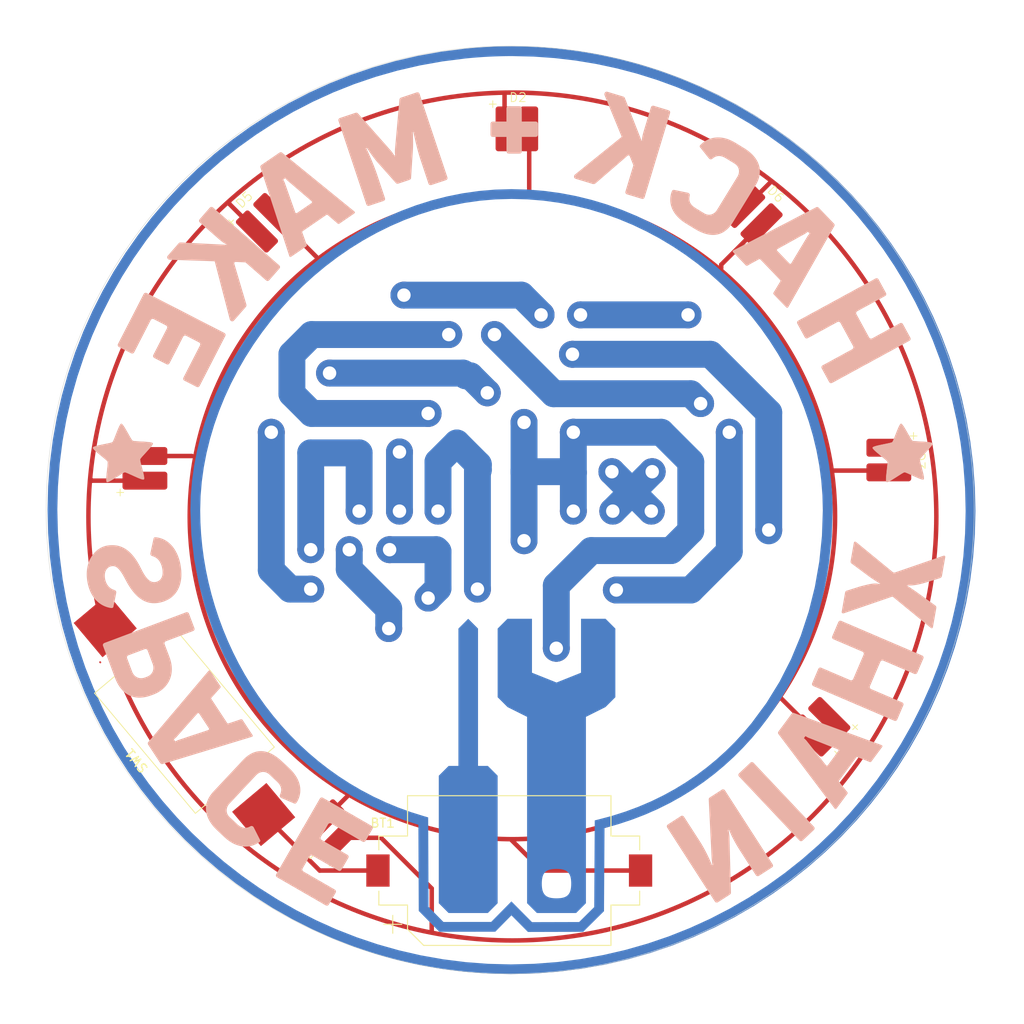
<source format=kicad_pcb>
(kicad_pcb (version 20241229) (generator "pcbnew") (generator_version "9.0")
  (layers (0 "F.Cu" signal) (2 "B.Cu" signal) (13 "F.Paste" user) (15 "B.Paste" user) (5 "F.SilkS" user "F.Silkscreen") (7 "B.SilkS" user "B.Silkscreen") (1 "F.Mask" user) (3 "B.Mask" user) (25 "Edge.Cuts" user))
  (net 0 "")
  (net 1 "Net-(BT1--)")
  (net 2 "Net-(BT1-+)")
  (net 3 "Net-(D1-K)")
  (footprint "" (layer "F.Cu") (at 114.6 93)
    (property "Reference" "")
    (property "Value" "")
  )
  (footprint "" (layer "F.Cu") (at 73.4 90.9)
    (property "Reference" "")
    (property "Value" "")
  )
  (footprint "" (layer "F.Cu") (at 67.8 95.2)
    (property "Reference" "")
    (property "Value" "")
  )
  (footprint "" (layer "F.Cu") (at 84 71.2)
    (property "Reference" "")
    (property "Value" "")
  )
  (footprint "" (layer "F.Cu") (at 90.9 106.2)
    (property "Reference" "")
    (property "Value" "")
  )
  (footprint "" (layer "F.Cu") (at 97.1 86.5)
    (property "Reference" "")
    (property "Value" "")
  )
  (footprint "" (layer "F.Cu") (at 63.5 95.2)
    (property "Reference" "")
    (property "Value" "")
  )
  (footprint "" (layer "F.Cu") (at 92.8 90.9)
    (property "Reference" "")
    (property "Value" "")
  )
  (footprint "" (layer "F.Cu") (at 72.3 95.2)
    (property "Reference" "")
    (property "Value" "")
  )
  (footprint "" (layer "F.Cu") (at 89.2 69)
    (property "Reference" "")
    (property "Value" "")
  )
  (footprint "Project footprints:LED_THT_SMD_Pads" (layer "F.Cu") (at 128.5 85.325 -90)
    (property "Reference" "D3")
    (property "Value" "LED")
  )
  (footprint "" (layer "F.Cu") (at 72.2 104)
    (property "Reference" "")
    (property "Value" "")
  )
  (footprint "Battery:BatteryHolder_Keystone_1060_1x2032" (layer "F.Cu") (at 85.65 131)
    (property "Reference" "BT1")
    (property "Value" "Battery_Cell")
  )
  (footprint "" (layer "F.Cu") (at 92.8 82.1)
    (property "Reference" "")
    (property "Value" "")
  )
  (footprint "Project footprints:LED_THT_SMD_Pads" (layer "F.Cu") (at 65.43033 126.637437 135)
    (property "Reference" "D7")
    (property "Value" "LED")
  )
  (footprint "" (layer "F.Cu") (at 105.6 69)
    (property "Reference" "")
    (property "Value" "")
  )
  (footprint "" (layer "F.Cu") (at 76.6 80)
    (property "Reference" "")
    (property "Value" "")
  )
  (footprint "" (layer "F.Cu") (at 97.2 90.9)
    (property "Reference" "")
    (property "Value" "")
  )
  (footprint "" (layer "F.Cu") (at 110.2 82.1)
    (property "Reference" "")
    (property "Value" "")
  )
  (footprint "" (layer "F.Cu") (at 93.6 69)
    (property "Reference" "")
    (property "Value" "")
  )
  (footprint "" (layer "F.Cu") (at 87.3 94.2)
    (property "Reference" "")
    (property "Value" "")
  )
  (footprint "" (layer "F.Cu") (at 101.5 90.9)
    (property "Reference" "")
    (property "Value" "")
  )
  (footprint "Project footprints:LED_THT_SMD_Pads" (layer "F.Cu") (at 86.625 47.75)
    (property "Reference" "D2")
    (property "Value" "LED")
  )
  (footprint "" (layer "F.Cu") (at 77.7 90.9)
    (property "Reference" "")
    (property "Value" "")
  )
  (footprint "" (layer "F.Cu") (at 107 78.9)
    (property "Reference" "")
    (property "Value" "")
  )
  (footprint "" (layer "F.Cu") (at 73.9 66.8)
    (property "Reference" "")
    (property "Value" "")
  )
  (footprint "" (layer "F.Cu") (at 63.5 99.6)
    (property "Reference" "")
    (property "Value" "")
  )
  (footprint "Project footprints:LED_THT_SMD_Pads" (layer "F.Cu") (at 113.26967 57.662563 -45)
    (property "Reference" "D6")
    (property "Value" "LED")
  )
  (footprint "" (layer "F.Cu") (at 78.9 71.2)
    (property "Reference" "")
    (property "Value" "")
  )
  (footprint "Project footprints:LED_THT_SMD_Pads" (layer "F.Cu") (at 44.5 86 90)
    (property "Reference" "D1")
    (property "Value" "LED")
  )
  (footprint "" (layer "F.Cu") (at 101.6 86.5)
    (property "Reference" "")
    (property "Value" "")
  )
  (footprint "MountingHole:MountingHole_3.2mm_M3_ISO7380" (layer "F.Cu") (at 85.9 42)
    (property "Reference" "REF**" (hide yes))
    (property "Value" "MountingHole_3.2mm_M3_ISO7380")
  )
  (footprint "" (layer "F.Cu") (at 59.1 82.1)
    (property "Reference" "")
    (property "Value" "")
  )
  (footprint "" (layer "F.Cu") (at 92.7 73.4)
    (property "Reference" "")
    (property "Value" "")
  )
  (footprint "Project footprints:LED_THT_SMD_Pads" (layer "F.Cu") (at 120.65 115.4 -135)
    (property "Reference" "D4")
    (property "Value" "LED")
  )
  (footprint "Project footprints:SW_Tactile_SPST_KAN-28" (layer "F.Cu") (at 49.411671 114.216889 130)
    (property "Reference" "SW1")
    (property "Value" "SW_SPST")
  )
  (footprint "" (layer "F.Cu") (at 68.9 90.9)
    (property "Reference" "")
    (property "Value" "")
  )
  (footprint "" (layer "F.Cu") (at 82.1 99.6)
    (property "Reference" "")
    (property "Value" "")
  )
  (footprint "Project footprints:LED_THT_SMD_Pads" (layer "F.Cu") (at 58.207107 58.285786 45)
    (property "Reference" "D5")
    (property "Value" "LED")
  )
  (footprint "" (layer "F.Cu") (at 76.6 100.6)
    (property "Reference" "")
    (property "Value" "")
  )
  (footprint "" (layer "F.Cu") (at 73.4 84.3)
    (property "Reference" "")
    (property "Value" "")
  )
  (footprint "" (layer "F.Cu") (at 87.3 81)
    (property "Reference" "")
    (property "Value" "")
  )
  (footprint "" (layer "F.Cu") (at 65.6 75.5)
    (property "Reference" "")
    (property "Value" "")
  )
  (footprint "" (layer "F.Cu") (at 97.6 99.7)
    (property "Reference" "")
    (property "Value" "")
  )
  (footprint "" (layer "F.Cu") (at 83.2 77.7)
    (property "Reference" "")
    (property "Value" "")
  )
  (gr_circle (center 85.999132 91.5) (end 86.249132 55.5) (stroke (width 0.5)) (fill no) (layer "F.Cu") (net 1))
  (gr_circle (center 85.999132 91.5) (end 133.3 91.7) (stroke (width 0.5)) (fill no) (layer "F.Cu") (net 3))
  (gr_poly (pts (xy 79.977205 104.00275) (xy 79.977205 119.324542) (xy 78.882795 119.324542) (xy 77.788393 120.418948) (xy 77.788393 134.646442) (xy 78.882795 135.740856) (xy 83.26042 135.740856) (xy 84.354822 134.646442) (xy 84.354822 120.418948) (xy 83.26042 119.324542) (xy 82.16601 119.324542) (xy 82.16601 104.00275) (xy 81.071608 102.908233)) (stroke (width -0.000001)) (fill yes) (layer "B.Cu"))
  (gr_poly (pts (xy 84.057789 55.025561) (xy 82.238296 55.182271) (xy 80.445255 55.439191) (xy 78.680919 55.792833) (xy 76.947538 56.239708) (xy 75.247364 56.776328) (xy 73.582647 57.399204) (xy 71.95564 58.104849) (xy 70.368592 58.889774) (xy 68.823757 59.75049) (xy 67.323383 60.683509) (xy 65.869724 61.685343) (xy 64.46503 62.752504) (xy 63.111553 63.881503) (xy 61.811543 65.068852) (xy 60.567252 66.311062) (xy 59.380931 67.604645) (xy 58.254832 68.946113) (xy 57.191205 70.331977) (xy 56.192303 71.75875) (xy 55.260375 73.222942) (xy 54.397673 74.721066) (xy 53.60645 76.249632) (xy 52.888955 77.805154) (xy 52.24744 79.384142) (xy 51.684156 80.983107) (xy 51.201355 82.598563) (xy 50.801288 84.22702) (xy 50.486206 85.86499) (xy 50.25836 87.508984) (xy 50.120001 89.155515) (xy 50.073381 90.801093) (xy 50.178876 93.539829) (xy 50.493727 96.286729) (xy 51.015485 99.024456) (xy 51.7417 101.735676) (xy 52.669923 104.403054) (xy 53.797704 107.009255) (xy 55.122593 109.536942) (xy 56.642141 111.968781) (xy 58.353899 114.287437) (xy 60.255416 116.475575) (xy 61.276568 117.515281) (xy 62.344243 118.515858) (xy 63.458132 119.475137) (xy 64.61793 120.390952) (xy 65.823331 121.261136) (xy 67.074029 122.083522) (xy 68.369716 122.855943) (xy 69.710088 123.576233) (xy 71.094838 124.242223) (xy 72.523659 124.851748) (xy 73.996247 125.402641) (xy 75.512293 125.892734) (xy 75.552164 135.282153) (xy 75.553038 135.505473) (xy 77.849077 137.830768) (xy 84.089994 137.827152) (xy 85.892832 135.997257) (xy 87.732687 137.851459) (xy 93.895514 137.836452) (xy 96.221453 135.534396) (xy 96.278627 126.261081) (xy 97.83364 125.824712) (xy 99.340316 125.325301) (xy 100.79859 124.764816) (xy 102.208393 124.145229) (xy 103.569658 123.46851) (xy 104.882317 122.73663) (xy 106.146304 121.951559) (xy 107.361549 121.115267) (xy 108.527986 120.229724) (xy 109.645548 119.296902) (xy 110.714165 118.31877) (xy 111.733772 117.2973) (xy 112.704301 116.23446) (xy 113.625683 115.132222) (xy 114.497852 113.992556) (xy 115.32074 112.817433) (xy 116.094279 111.608823) (xy 116.818402 110.368696) (xy 117.493041 109.099023) (xy 118.118129 107.801774) (xy 118.693598 106.478919) (xy 119.219381 105.132429) (xy 119.69541 103.764275) (xy 120.121617 102.376427) (xy 120.497935 100.970854) (xy 120.824296 99.549528) (xy 121.100634 98.114419) (xy 121.326879 96.667498) (xy 121.628825 93.746098) (xy 121.729594 90.801093) (xy 120.635187 90.801093) (xy 120.536368 93.679208) (xy 120.24019 96.534545) (xy 119.747069 99.351361) (xy 119.057424 102.113913) (xy 118.171673 104.806458) (xy 117.090232 107.41325) (xy 115.81352 109.918548) (xy 114.341954 112.306608) (xy 112.675952 114.561686) (xy 111.770168 115.634437) (xy 110.815932 116.668038) (xy 109.813295 117.660522) (xy 108.762311 118.609921) (xy 107.66303 119.514267) (xy 106.515506 120.371592) (xy 105.31979 121.179928) (xy 104.075936 121.937307) (xy 102.783994 122.641761) (xy 101.444017 123.291322) (xy 100.056058 123.884023) (xy 98.620168 124.417895) (xy 97.136401 124.89097) (xy 95.604807 125.30128) (xy 95.189589 125.402263) (xy 95.129786 135.075031) (xy 93.444365 136.743152) (xy 88.187452 136.755855) (xy 85.889986 134.440753) (xy 83.63162 136.733066) (xy 78.306253 136.736026) (xy 76.645582 135.054218) (xy 76.603086 125.068866) (xy 76.208124 124.955829) (xy 74.715463 124.492013) (xy 73.265627 123.967699) (xy 71.858915 123.385043) (xy 70.495627 122.7462) (xy 69.176061 122.053328) (xy 67.900517 121.308582) (xy 66.669293 120.514119) (xy 65.482689 119.672094) (xy 64.341004 118.784663) (xy 63.244536 117.853984) (xy 62.193586 116.882212) (xy 61.188452 115.871502) (xy 60.229434 114.824013) (xy 59.316829 113.741899) (xy 58.450938 112.627316) (xy 57.63206 111.482422) (xy 56.860493 110.309371) (xy 56.136538 109.110321) (xy 55.460492 107.887427) (xy 54.832655 106.642846) (xy 54.253326 105.378733) (xy 53.722804 104.097246) (xy 53.241389 102.800539) (xy 52.809379 101.49077) (xy 52.427074 100.170094) (xy 52.094772 98.840667) (xy 51.812773 97.504646) (xy 51.581376 96.164187) (xy 51.40088 94.821446) (xy 51.271583 93.47858) (xy 51.193786 92.137743) (xy 51.167788 90.801093) (xy 51.212983 89.205786) (xy 51.347116 87.609556) (xy 51.568003 86.015783) (xy 51.873462 84.42785) (xy 52.261311 82.849139) (xy 52.729366 81.283031) (xy 53.275445 79.732909) (xy 53.897367 78.202154) (xy 54.592947 76.694148) (xy 55.360004 75.212273) (xy 56.196356 73.75991) (xy 57.099819 72.340442) (xy 58.068212 70.95725) (xy 59.099351 69.613717) (xy 60.191055 68.313224) (xy 61.34114 67.059152) (xy 62.547424 65.854884) (xy 63.807725 64.703802) (xy 65.11986 63.609287) (xy 66.481647 62.574721) (xy 67.890903 61.603486) (xy 69.345446 60.698964) (xy 70.843093 59.864537) (xy 72.381661 59.103586) (xy 73.958968 58.419493) (xy 75.572832 57.815641) (xy 77.22107 57.295411) (xy 78.9015 56.862184) (xy 80.611938 56.519343) (xy 82.350204 56.27027) (xy 84.114113 56.118346) (xy 85.901484 56.066953) (xy 87.688874 56.115552) (xy 89.452801 56.259454) (xy 91.191082 56.49582) (xy 92.901533 56.821807) (xy 94.581974 57.234574) (xy 96.230221 57.731281) (xy 97.844091 58.309086) (xy 99.421404 58.965149) (xy 100.959976 59.696628) (xy 102.457624 60.500682) (xy 103.912168 61.37447) (xy 105.321423 62.315152) (xy 106.683208 63.319885) (xy 107.99534 64.38583) (xy 109.255637 65.510144) (xy 110.461917 66.689987) (xy 111.611997 67.922518) (xy 112.703694 69.204896) (xy 113.734827 70.534279) (xy 114.703213 71.907827) (xy 115.60667 73.322698) (xy 116.443014 74.776052) (xy 117.210065 76.265048) (xy 117.905639 77.786843) (xy 118.527554 79.338598) (xy 119.073628 80.917471) (xy 119.541678 82.520622) (xy 119.929521 84.145208) (xy 120.234977 85.788389) (xy 120.455861 87.447325) (xy 120.589992 89.119173) (xy 120.635187 90.801093) (xy 121.729594 90.801093) (xy 121.682975 89.066184) (xy 121.544617 87.341663) (xy 121.316772 85.630462) (xy 121.001692 83.93551) (xy 120.601627 82.259738) (xy 120.118828 80.606078) (xy 119.555548 78.977459) (xy 118.914036 77.376813) (xy 118.196544 75.807069) (xy 117.405323 74.271159) (xy 116.542625 72.772013) (xy 115.610701 71.312561) (xy 114.611801 69.895735) (xy 113.548177 68.524464) (xy 112.42208 67.201681) (xy 111.235762 65.930314) (xy 109.991473 64.713295) (xy 108.691465 63.553554) (xy 107.337989 62.454022) (xy 105.933296 61.41763) (xy 104.479637 60.447308) (xy 102.979263 59.545987) (xy 101.434426 58.716597) (xy 99.847377 57.962069) (xy 98.220367 57.285333) (xy 96.555646 56.689321) (xy 94.855468 56.176963) (xy 93.122081 55.751189) (xy 91.357738 55.41493) (xy 89.56469 55.171116) (xy 87.745188 55.022679) (xy 85.901484 54.972549)) (stroke (width -0.000001)) (fill yes) (layer "B.Cu"))
  (gr_poly (pts (xy 85.320413 39.03906) (xy 84.662373 39.05161) (xy 84.002886 39.072629) (xy 83.342002 39.102111) (xy 82.679773 39.140049) (xy 82.01625 39.186436) (xy 81.351485 39.241267) (xy 80.68553 39.304534) (xy 78.042306 39.639972) (xy 75.447212 40.103739) (xy 72.903158 40.692271) (xy 70.413052 41.402006) (xy 67.979804 42.22938) (xy 65.606321 43.170831) (xy 63.295512 44.222795) (xy 61.050286 45.381709) (xy 58.873553 46.644012) (xy 56.76822 48.006139) (xy 54.737196 49.464527) (xy 52.78339 51.015614) (xy 50.909712 52.655837) (xy 49.119068 54.381632) (xy 47.414369 56.189436) (xy 45.798523 58.075688) (xy 44.274439 60.036823) (xy 42.845025 62.069278) (xy 41.513191 64.169492) (xy 40.281844 66.333899) (xy 39.153894 68.558939) (xy 38.132249 70.841047) (xy 37.219819 73.176661) (xy 36.419511 75.562218) (xy 35.734235 77.994154) (xy 35.1669 80.468907) (xy 34.720413 82.982913) (xy 34.397684 85.532611) (xy 34.201622 88.114436) (xy 34.135135 90.724825) (xy 34.201132 93.360217) (xy 34.402521 96.017047) (xy 34.737939 98.660304) (xy 35.201704 101.255414) (xy 35.790252 103.799468) (xy 36.50002 106.289558) (xy 37.327443 108.722777) (xy 38.268956 111.096218) (xy 39.320996 113.406972) (xy 40.479997 115.652132) (xy 41.742397 117.82879) (xy 43.10463 119.934038) (xy 44.563132 121.964968) (xy 46.114339 123.918674) (xy 47.754687 125.792246) (xy 49.480612 127.582777) (xy 51.288548 129.28736) (xy 53.174932 130.903087) (xy 55.1362 132.42705) (xy 57.168788 133.856341) (xy 59.26913 135.188052) (xy 61.433663 136.419276) (xy 63.658823 137.547105) (xy 65.941045 138.568632) (xy 68.276765 139.480948) (xy 70.662419 140.281146) (xy 73.094442 140.966317) (xy 75.56927 141.533556) (xy 78.083339 141.979952) (xy 80.633085 142.302599) (xy 83.214943 142.49859) (xy 85.825349 142.565016) (xy 88.460739 142.498969) (xy 91.117548 142.297542) (xy 93.760765 141.962104) (xy 96.355836 141.498337) (xy 98.899852 140.909805) (xy 101.389906 140.200071) (xy 103.823091 139.372697) (xy 106.196498 138.431246) (xy 108.507219 137.379282) (xy 110.752348 136.220368) (xy 112.928976 134.958066) (xy 115.034195 133.595939) (xy 117.065098 132.137551) (xy 119.018777 130.586465) (xy 120.892324 128.946242) (xy 122.682832 127.220448) (xy 124.387393 125.412643) (xy 126.003098 123.526392) (xy 127.527041 121.565258) (xy 128.956313 119.532802) (xy 130.288007 117.432589) (xy 131.519215 115.268182) (xy 132.64703 113.043142) (xy 133.668543 110.761034) (xy 134.580846 108.425421) (xy 135.381033 106.039864) (xy 136.066195 103.607928) (xy 136.633425 101.133175) (xy 137.079814 98.619168) (xy 137.402456 96.069471) (xy 137.598442 93.487646) (xy 137.664864 90.877255) (xy 137.664824 90.875655) (xy 136.570373 90.875655) (xy 136.505349 93.430855) (xy 136.313503 95.958093) (xy 135.997679 98.453882) (xy 135.560725 100.914734) (xy 135.005487 103.337163) (xy 134.334811 105.717679) (xy 133.551543 108.052797) (xy 132.658529 110.339027) (xy 131.658615 112.572882) (xy 130.554648 114.750875) (xy 129.349474 116.869519) (xy 128.045939 118.925324) (xy 126.64689 120.914805) (xy 125.155172 122.834473) (xy 123.573631 124.680841) (xy 121.905114 126.45042) (xy 120.152468 128.139724) (xy 118.318537 129.745265) (xy 116.406169 131.263555) (xy 114.41821 132.691106) (xy 112.357505 134.024431) (xy 110.226902 135.260043) (xy 108.029246 136.394453) (xy 105.767383 137.424174) (xy 103.444159 138.345719) (xy 101.062422 139.1556) (xy 98.625016 139.850329) (xy 96.134789 140.426418) (xy 93.594586 140.88038) (xy 91.007254 141.208728) (xy 88.406616 141.405887) (xy 85.826946 141.470529) (xy 83.27173 141.405501) (xy 80.74446 141.213649) (xy 78.248623 140.897819) (xy 75.787708 140.460857) (xy 73.365204 139.90561) (xy 70.9846 139.234923) (xy 68.649385 138.451643) (xy 66.363048 137.558616) (xy 64.129078 136.558689) (xy 61.950964 135.454707) (xy 59.832193 134.249517) (xy 57.776257 132.945964) (xy 55.786642 131.546896) (xy 53.866839 130.055158) (xy 52.020336 128.473596) (xy 50.250621 126.805057) (xy 48.561185 125.052386) (xy 46.955515 123.218431) (xy 45.437101 121.306037) (xy 44.009431 119.31805) (xy 42.675995 117.257317) (xy 41.440281 115.126684) (xy 40.305778 112.928996) (xy 39.275975 110.667101) (xy 38.354361 108.343844) (xy 37.544424 105.962072) (xy 36.849655 103.524631) (xy 36.273541 101.034366) (xy 35.819572 98.494125) (xy 35.491236 95.906753) (xy 35.294046 93.306094) (xy 35.229395 90.726421) (xy 35.294434 88.171222) (xy 35.486316 85.643984) (xy 35.802194 83.148196) (xy 36.239219 80.687343) (xy 36.794544 78.264915) (xy 37.465321 75.884399) (xy 38.248703 73.549281) (xy 39.141842 71.263052) (xy 40.141891 69.029196) (xy 41.246002 66.851203) (xy 42.451326 64.73256) (xy 43.755017 62.676754) (xy 45.154227 60.687273) (xy 46.646109 58.767606) (xy 48.227813 56.921238) (xy 49.896494 55.151659) (xy 51.649303 53.462355) (xy 53.483393 51.856814) (xy 55.395916 50.338524) (xy 57.384025 48.910973) (xy 59.444871 47.577648) (xy 61.575607 46.342036) (xy 63.773385 45.207626) (xy 66.035359 44.177905) (xy 68.35868 43.25636) (xy 70.7405 42.44648) (xy 73.177972 41.751751) (xy 75.668249 41.175662) (xy 78.208482 40.7217) (xy 80.795824 40.393352) (xy 81.447867 40.331395) (xy 82.09874 40.2777) (xy 82.748394 40.232274) (xy 83.396779 40.195122) (xy 84.043845 40.166252) (xy 84.689541 40.145669) (xy 85.333818 40.133379) (xy 85.976625 40.129391) (xy 88.372879 40.186626) (xy 90.744746 40.355497) (xy 93.089355 40.633655) (xy 95.403831 41.018756) (xy 97.685301 41.508453) (xy 99.93089 42.100401) (xy 102.137727 42.792252) (xy 104.302936 43.581662) (xy 106.423645 44.466284) (xy 108.496979 45.443773) (xy 110.520066 46.511781) (xy 112.490032 47.667964) (xy 114.404002 48.909975) (xy 116.259104 50.235468) (xy 118.052465 51.642097) (xy 119.781209 53.127516) (xy 121.442465 54.68938) (xy 123.033357 56.325341) (xy 124.551014 58.033054) (xy 125.99256 59.810174) (xy 127.355124 61.654353) (xy 128.63583 63.563246) (xy 129.831805 65.534508) (xy 130.940176 67.565791) (xy 131.95807 69.65475) (xy 132.882612 71.799039) (xy 133.710929 73.996312) (xy 134.440148 76.244222) (xy 135.067395 78.540425) (xy 135.589796 80.882573) (xy 136.004478 83.268321) (xy 136.308567 85.695323) (xy 136.505728 88.295982) (xy 136.570373 90.875655) (xy 137.664824 90.875655) (xy 137.598815 88.241864) (xy 137.397388 85.585033) (xy 137.086721 83.105579) (xy 136.663067 80.668275) (xy 136.129363 78.275516) (xy 135.488545 75.929699) (xy 134.743548 73.63322) (xy 133.897308 71.388476) (xy 132.952761 69.197864) (xy 131.912843 67.063779) (xy 130.780491 64.988618) (xy 129.558639 62.974779) (xy 128.250224 61.024656) (xy 126.858182 59.140648) (xy 125.385449 57.32515) (xy 123.83496 55.580558) (xy 122.209652 53.90927) (xy 120.51246 52.313682) (xy 118.746321 50.79619) (xy 116.91417 49.359191) (xy 115.018944 48.005081) (xy 113.063578 46.736257) (xy 111.051007 45.555116) (xy 108.984169 44.464053) (xy 106.865999 43.465465) (xy 104.699433 42.561749) (xy 102.487406 41.755301) (xy 100.232855 41.048518) (xy 97.938716 40.443797) (xy 95.607925 39.943533) (xy 93.243417 39.550123) (xy 90.848128 39.265964) (xy 88.424995 39.093453) (xy 85.976954 39.034985)) (stroke (width -0.000001)) (fill yes) (layer "B.Cu"))
  (gr_poly (pts (xy 93.657282 108.927577) (xy 90.921263 110.021983) (xy 88.185247 108.927577) (xy 88.185247 102.908233) (xy 85.449232 102.908233) (xy 84.354822 104.00275) (xy 84.354822 111.663585) (xy 85.449232 112.758106) (xy 87.638044 113.852512) (xy 87.638044 134.646442) (xy 88.732454 135.740856) (xy 93.110075 135.740856) (xy 94.204477 134.646442) (xy 94.204477 132.457629) (xy 92.562872 132.457629) (xy 92.557717 132.675281) (xy 92.541916 132.875246) (xy 92.529867 132.968752) (xy 92.514968 133.058026) (xy 92.497155 133.143129) (xy 92.476367 133.224124) (xy 92.452541 133.301075) (xy 92.425613 133.374044) (xy 92.39552 133.443095) (xy 92.362201 133.508289) (xy 92.325591 133.56969) (xy 92.285628 133.627361) (xy 92.242249 133.681365) (xy 92.195392 133.731764) (xy 92.144993 133.778622) (xy 92.09099 133.822001) (xy 92.033319 133.861964) (xy 91.971918 133.898573) (xy 91.906724 133.931893) (xy 91.837674 133.961986) (xy 91.764705 133.988914) (xy 91.687755 134.012741) (xy 91.606759 134.033529) (xy 91.521657 134.051342) (xy 91.432384 134.066241) (xy 91.338877 134.078291) (xy 91.138914 134.094091) (xy 90.921263 134.099246) (xy 90.703612 134.094091) (xy 90.503649 134.078291) (xy 90.410143 134.066241) (xy 90.320871 134.051342) (xy 90.235768 134.033529) (xy 90.154773 134.012741) (xy 90.077823 133.988914) (xy 90.004854 133.961986) (xy 89.935804 133.931893) (xy 89.87061 133.898573) (xy 89.809209 133.861964) (xy 89.751539 133.822001) (xy 89.697535 133.778622) (xy 89.647137 133.731764) (xy 89.600279 133.681365) (xy 89.556901 133.627361) (xy 89.516938 133.56969) (xy 89.480329 133.508289) (xy 89.447009 133.443095) (xy 89.416917 133.374044) (xy 89.389989 133.301075) (xy 89.366162 133.224124) (xy 89.345374 133.143129) (xy 89.327562 133.058026) (xy 89.312662 132.968752) (xy 89.300613 132.875246) (xy 89.284812 132.675281) (xy 89.279657 132.457629) (xy 89.284812 132.23998) (xy 89.300613 132.040018) (xy 89.312662 131.946513) (xy 89.327562 131.85724) (xy 89.345374 131.772138) (xy 89.366162 131.691144) (xy 89.389989 131.614194) (xy 89.416917 131.541225) (xy 89.447009 131.472175) (xy 89.480329 131.406982) (xy 89.516938 131.345581) (xy 89.556901 131.28791) (xy 89.600279 131.233907) (xy 89.647137 131.183508) (xy 89.697535 131.136651) (xy 89.751539 131.093272) (xy 89.809209 131.05331) (xy 89.87061 131.0167) (xy 89.935804 130.98338) (xy 90.004854 130.953288) (xy 90.077823 130.92636) (xy 90.154773 130.902533) (xy 90.235768 130.881745) (xy 90.320871 130.863933) (xy 90.410143 130.849033) (xy 90.503649 130.836984) (xy 90.703612 130.821183) (xy 90.921263 130.816028) (xy 91.138914 130.821183) (xy 91.338877 130.836984) (xy 91.432384 130.849033) (xy 91.521657 130.863933) (xy 91.606759 130.881745) (xy 91.687755 130.902533) (xy 91.764705 130.92636) (xy 91.837674 130.953288) (xy 91.906724 130.98338) (xy 91.971918 131.0167) (xy 92.033319 131.05331) (xy 92.09099 131.093272) (xy 92.144993 131.136651) (xy 92.195392 131.183508) (xy 92.242249 131.233907) (xy 92.285628 131.28791) (xy 92.325591 131.345581) (xy 92.362201 131.406982) (xy 92.39552 131.472175) (xy 92.425613 131.541225) (xy 92.452541 131.614194) (xy 92.476367 131.691144) (xy 92.497155 131.772138) (xy 92.514968 131.85724) (xy 92.529867 131.946513) (xy 92.541916 132.040018) (xy 92.557717 132.23998) (xy 92.562872 132.457629) (xy 94.204477 132.457629) (xy 94.204477 113.852512) (xy 96.393297 112.758106) (xy 97.487699 111.663585) (xy 97.487699 104.00275) (xy 96.393297 102.908233) (xy 93.657282 102.908233)) (stroke (width -0.000001)) (fill yes) (layer "B.Cu"))
  (gr_poly (pts (xy 46.159706 93.812911) (xy 46.150047 93.813281) (xy 46.141098 93.813898) (xy 46.132606 93.814728) (xy 46.124319 93.815738) (xy 46.107347 93.818162) (xy 46.094226 93.820606) (xy 46.081464 93.823963) (xy 46.0691 93.828252) (xy 46.057171 93.833491) (xy 46.045716 93.839697) (xy 46.034773 93.84689) (xy 46.024381 93.855085) (xy 46.014576 93.864303) (xy 46.005398 93.87456) (xy 46.001056 93.880084) (xy 45.996885 93.885875) (xy 45.99289 93.891934) (xy 45.989075 93.898265) (xy 45.982005 93.911749) (xy 45.975715 93.926344) (xy 45.970242 93.942069) (xy 45.965624 93.958942) (xy 45.9619 93.97698) (xy 45.612611 95.576749) (xy 45.610855 95.584579) (xy 45.609285 95.592381) (xy 45.607898 95.600155) (xy 45.606697 95.6079) (xy 45.605681 95.615616) (xy 45.604849 95.623304) (xy 45.604202 95.630962) (xy 45.60374 95.638591) (xy 45.603463 95.646191) (xy 45.60337 95.65376) (xy 45.603462 95.6613) (xy 45.603738 95.66881) (xy 45.6042 95.67629) (xy 45.604845 95.683739) (xy 45.605676 95.691157) (xy 45.606691 95.698545) (xy 45.610077 95.716168) (xy 45.614922 95.733515) (xy 45.621204 95.750529) (xy 45.628905 95.767153) (xy 45.638002 95.783332) (xy 45.648477 95.79901) (xy 45.660309 95.81413) (xy 45.673479 95.828636) (xy 45.687964 95.842472) (xy 45.703747 95.855582) (xy 45.720806 95.86791) (xy 45.739121 95.879399) (xy 45.758672 95.889994) (xy 45.779439 95.899638) (xy 45.801402 95.908275) (xy 45.824541 95.915849) (xy 45.931624 95.951259) (xy 46.034619 95.993516) (xy 46.133356 96.042834) (xy 46.227667 96.099427) (xy 46.317382 96.163509) (xy 46.402333 96.235294) (xy 46.482351 96.314994) (xy 46.557268 96.402826) (xy 46.626914 96.499001) (xy 46.691121 96.603734) (xy 46.74972 96.71724) (xy 46.802543 96.839731) (xy 46.84942 96.971421) (xy 46.890183 97.112525) (xy 46.924663 97.263257) (xy 46.952691 97.423829) (xy 46.962716 97.499004) (xy 46.970045 97.572261) (xy 46.974727 97.643584) (xy 46.976808 97.71296) (xy 46.976334 97.780375) (xy 46.973352 97.845814) (xy 46.967908 97.909262) (xy 46.96005 97.970706) (xy 46.949823 98.030131) (xy 46.937274 98.087522) (xy 46.92245 98.142866) (xy 46.905397 98.196147) (xy 46.886162 98.247352) (xy 46.864791 98.296467) (xy 46.841332 98.343476) (xy 46.81583 98.388366) (xy 46.788332 98.431121) (xy 46.758885 98.471729) (xy 46.727535 98.510174) (xy 46.694328 98.546442) (xy 46.659313 98.580518) (xy 46.622534 98.612389) (xy 46.584039 98.64204) (xy 46.543873 98.669456) (xy 46.502085 98.694624) (xy 46.45872 98.717529) (xy 46.413824 98.738156) (xy 46.367445 98.756491) (xy 46.319629 98.77252) (xy 46.270422 98.786229) (xy 46.219872 98.797602) (xy 46.168024 98.806627) (xy 46.073749 98.81623) (xy 45.979979 98.81617) (xy 45.886455 98.805588) (xy 45.792919 98.783625) (xy 45.699112 98.749422) (xy 45.604776 98.702121) (xy 45.509652 98.640862) (xy 45.413483 98.564788) (xy 45.31601 98.47304) (xy 45.216975 98.364758) (xy 45.116118 98.239084) (xy 45.013183 98.09516) (xy 44.907911 97.932126) (xy 44.800043 97.749125) (xy 44.689321 97.545297) (xy 44.575487 97.319783) (xy 44.385597 96.948908) (xy 44.191116 96.608072) (xy 43.991776 96.296818) (xy 43.787307 96.014692) (xy 43.683066 95.884409) (xy 43.577442 95.761237) (xy 43.470401 95.645119) (xy 43.361911 95.535998) (xy 43.251938 95.433818) (xy 43.140447 95.33852) (xy 43.027406 95.250049) (xy 42.912781 95.168346) (xy 42.796539 95.093356) (xy 42.678645 95.025021) (xy 42.559067 94.963285) (xy 42.43777 94.90809) (xy 42.314722 94.859379) (xy 42.189888 94.817096) (xy 42.063236 94.781183) (xy 41.934731 94.751584) (xy 41.80434 94.728241) (xy 41.672029 94.711098) (xy 41.537766 94.700098) (xy 41.401515 94.695183) (xy 41.263245 94.696297) (xy 41.122921 94.703383) (xy 40.980509 94.716384) (xy 40.835977 94.735242) (xy 40.702984 94.759169) (xy 40.571727 94.790851) (xy 40.442431 94.830143) (xy 40.315322 94.876904) (xy 40.190624 94.930991) (xy 40.068562 94.99226) (xy 39.949362 95.06057) (xy 39.833249 95.135776) (xy 39.720448 95.217737) (xy 39.611184 95.306309) (xy 39.404168 95.502717) (xy 39.214003 95.723856) (xy 39.04249 95.968585) (xy 38.891431 96.23576) (xy 38.824133 96.377408) (xy 38.762625 96.524239) (xy 38.707131 96.67611) (xy 38.657876 96.832879) (xy 38.615084 96.994402) (xy 38.578983 97.160537) (xy 38.549796 97.331141) (xy 38.527748 97.506071) (xy 38.513066 97.685184) (xy 38.505974 97.868338) (xy 38.506696 98.05539) (xy 38.51546 98.246196) (xy 38.532488 98.440614) (xy 38.558008 98.638501) (xy 38.61288 98.945318) (xy 38.683538 99.238702) (xy 38.724659 99.380221) (xy 38.769574 99.518219) (xy 38.818232 99.652641) (xy 38.870581 99.783433) (xy 38.926572 99.91054) (xy 38.986152 100.033908) (xy 39.049272 100.153483) (xy 39.115879 100.26921) (xy 39.185924 100.381035) (xy 39.259355 100.488903) (xy 39.336122 100.59276) (xy 39.416173 100.692552) (xy 39.499458 100.788224) (xy 39.585926 100.879722) (xy 39.675525 100.966991) (xy 39.768205 101.049977) (xy 39.863915 101.128625) (xy 39.962604 101.202882) (xy 40.064221 101.272692) (xy 40.168715 101.338002) (xy 40.276035 101.398757) (xy 40.386131 101.454902) (xy 40.498951 101.506383) (xy 40.614445 101.553146) (xy 40.732561 101.595136) (xy 40.853249 101.632299) (xy 40.976458 101.664581) (xy 41.102136 101.691926) (xy 41.132798 101.695856) (xy 41.160221 101.699205) (xy 41.18466 101.702008) (xy 41.206365 101.704297) (xy 41.225591 101.706105) (xy 41.242589 101.707468) (xy 41.257614 101.708417) (xy 41.270917 101.708986) (xy 41.282752 101.709208) (xy 41.293372 101.709117) (xy 41.303028 101.708747) (xy 41.311975 101.70813) (xy 41.320465 101.7073) (xy 41.32875 101.706291) (xy 41.34572 101.703866) (xy 41.35886 101.701423) (xy 41.371638 101.698066) (xy 41.384016 101.693777) (xy 41.395957 101.688538) (xy 41.407423 101.682332) (xy 41.418374 101.67514) (xy 41.428774 101.666944) (xy 41.438585 101.657727) (xy 41.447767 101.64747) (xy 41.452112 101.641946) (xy 41.456285 101.636156) (xy 41.460282 101.630096) (xy 41.464098 101.623765) (xy 41.467729 101.617161) (xy 41.47117 101.610281) (xy 41.477462 101.595686) (xy 41.482937 101.57996) (xy 41.487556 101.563088) (xy 41.491281 101.545049) (xy 41.797082 100.032357) (xy 41.798838 100.024528) (xy 41.80041 100.016729) (xy 41.801796 100.00896) (xy 41.802999 100.001221) (xy 41.804018 99.993511) (xy 41.804852 99.98583) (xy 41.805503 99.978179) (xy 41.80597 99.970556) (xy 41.806253 99.962961) (xy 41.806353 99.955394) (xy 41.80627 99.947855) (xy 41.806003 99.940343) (xy 41.805554 99.932858) (xy 41.804922 99.9254) (xy 41.804107 99.917968) (xy 41.80311 99.910562) (xy 41.799704 99.892938) (xy 41.794843 99.87559) (xy 41.788546 99.858576) (xy 41.780834 99.841951) (xy 41.771726 99.825772) (xy 41.761242 99.810094) (xy 41.749403 99.794974) (xy 41.736227 99.780468) (xy 41.721737 99.766632) (xy 41.70595 99.753522) (xy 41.688888 99.741194) (xy 41.670571 99.729705) (xy 41.651018 99.719111) (xy 41.630249 99.709468) (xy 41.608285 99.700831) (xy 41.585145 99.693258) (xy 41.484301 99.659714) (xy 41.387303 99.619136) (xy 41.294346 99.571648) (xy 41.205628 99.517374) (xy 41.121343 99.456438) (xy 41.041688 99.388965) (xy 40.966859 99.31508) (xy 40.897051 99.234907) (xy 40.832461 99.148571) (xy 40.773284 99.056196) (xy 40.719717 98.957906) (xy 40.671955 98.853826) (xy 40.630194 98.744081) (xy 40.594631 98.628794) (xy 40.56546 98.508091) (xy 40.542879 98.382097) (xy 40.533518 98.311185) (xy 40.526842 98.241876) (xy 40.522793 98.174197) (xy 40.521319 98.108175) (xy 40.522363 98.043837) (xy 40.525871 97.98121) (xy 40.531788 97.920323) (xy 40.540058 97.861203) (xy 40.550628 97.803876) (xy 40.563441 97.748371) (xy 40.578444 97.694714) (xy 40.595581 97.642934) (xy 40.614797 97.593057) (xy 40.636038 97.54511) (xy 40.659248 97.499122) (xy 40.684372 97.455119) (xy 40.711356 97.413129) (xy 40.740145 97.373179) (xy 40.770683 97.335297) (xy 40.802916 97.29951) (xy 40.836789 97.265846) (xy 40.872247 97.234331) (xy 40.909235 97.204993) (xy 40.947698 97.17786) (xy 40.987581 97.152959) (xy 41.028829 97.130317) (xy 41.071388 97.109962) (xy 41.115201 97.091921) (xy 41.160216 97.076221) (xy 41.206376 97.062889) (xy 41.253626 97.051954) (xy 41.301912 97.043443) (xy 41.395295 97.034507) (xy 41.486569 97.036418) (xy 41.576253 97.049808) (xy 41.664866 97.075308) (xy 41.752929 97.113548) (xy 41.840959 97.165159) (xy 41.929477 97.230772) (xy 42.019001 97.311018) (xy 42.110052 97.406528) (xy 42.203149 97.517933) (xy 42.298811 97.645863) (xy 42.397557 97.79095) (xy 42.499906 97.953824) (xy 42.606379 98.135116) (xy 42.717495 98.335457) (xy 42.833772 98.555478) (xy 43.02768 98.914944) (xy 43.225742 99.246843) (xy 43.427963 99.551437) (xy 43.634346 99.828985) (xy 43.844894 100.079744) (xy 43.951731 100.19516) (xy 44.059612 100.303976) (xy 44.168535 100.406225) (xy 44.278503 100.501939) (xy 44.389514 100.591151) (xy 44.50157 100.673892) (xy 44.614671 100.750196) (xy 44.728818 100.820095) (xy 44.844011 100.883622) (xy 44.96025 100.940807) (xy 45.077536 100.991685) (xy 45.19587 101.036288) (xy 45.315251 101.074647) (xy 45.435681 101.106796) (xy 45.55716 101.132766) (xy 45.679687 101.15259) (xy 45.803265 101.166301) (xy 45.927893 101.173931) (xy 46.053571 101.175512) (xy 46.1803 101.171077) (xy 46.308081 101.160659) (xy 46.436914 101.144288) (xy 46.611732 101.114219) (xy 46.781335 101.077113) (xy 46.945636 101.033055) (xy 47.104548 100.982128) (xy 47.257981 100.924416) (xy 47.405849 100.860004) (xy 47.548064 100.788975) (xy 47.684538 100.711413) (xy 47.815183 100.627402) (xy 47.939911 100.537026) (xy 48.058635 100.440369) (xy 48.171266 100.337515) (xy 48.277718 100.228547) (xy 48.377901 100.113551) (xy 48.471729 99.992608) (xy 48.559113 99.865805) (xy 48.639966 99.733224) (xy 48.7142 99.594949) (xy 48.781727 99.451065) (xy 48.842459 99.301655) (xy 48.896309 99.146803) (xy 48.943188 98.986594) (xy 48.98301 98.82111) (xy 49.015685 98.650437) (xy 49.041127 98.474657) (xy 49.059247 98.293856) (xy 49.069958 98.108116) (xy 49.073172 97.917522) (xy 49.056758 97.522107) (xy 49.009302 97.108281) (xy 48.949788 96.773578) (xy 48.913782 96.611443) (xy 48.873694 96.452902) (xy 48.829588 96.298043) (xy 48.781527 96.146955) (xy 48.729574 95.999726) (xy 48.673793 95.856442) (xy 48.614246 95.717192) (xy 48.550998 95.582065) (xy 48.484111 95.451148) (xy 48.413648 95.324528) (xy 48.339674 95.202294) (xy 48.26225 95.084534) (xy 48.181441 94.971336) (xy 48.09731 94.862788) (xy 48.009921 94.758976) (xy 47.919335 94.659991) (xy 47.825617 94.565918) (xy 47.728831 94.476847) (xy 47.629038 94.392865) (xy 47.526303 94.314061) (xy 47.420689 94.240521) (xy 47.312259 94.172334) (xy 47.201077 94.109589) (xy 47.087205 94.052372) (xy 46.970708 94.000771) (xy 46.851647 93.954876) (xy 46.730088 93.914773) (xy 46.606092 93.88055) (xy 46.479723 93.852296) (xy 46.351045 93.830098) (xy 46.320364 93.82617) (xy 46.292924 93.822821) (xy 46.268472 93.820019) (xy 46.246754 93.81773) (xy 46.227518 93.815922) (xy 46.210511 93.81456) (xy 46.195479 93.813611) (xy 46.182169 93.813042) (xy 46.17033 93.81282)) (stroke (width -0.000001)) (fill yes) (layer "B.SilkS"))
  (gr_poly (pts (xy 49.671586 102.17285) (xy 49.657976 102.173908) (xy 49.644174 102.175639) (xy 49.630188 102.178049) (xy 49.616029 102.181141) (xy 49.601705 102.184919) (xy 49.587227 102.189389) (xy 49.572603 102.194555) (xy 40.489648 105.603952) (xy 40.475236 105.609682) (xy 40.461392 105.61584) (xy 40.44812 105.622417) (xy 40.435425 105.629402) (xy 40.423309 105.636788) (xy 40.411779 105.644563) (xy 40.400837 105.652719) (xy 40.390489 105.661246) (xy 40.380738 105.670135) (xy 40.371589 105.679377) (xy 40.363046 105.688962) (xy 40.355113 105.698881) (xy 40.347795 105.709124) (xy 40.341096 105.719683) (xy 40.335019 105.730547) (xy 40.32957 105.741707) (xy 40.324753 105.753154) (xy 40.320571 105.764879) (xy 40.317029 105.776872) (xy 40.314131 105.789123) (xy 40.311882 105.801624) (xy 40.310286 105.814365) (xy 40.309347 105.827336) (xy 40.309069 105.840529) (xy 40.309457 105.853933) (xy 40.310514 105.86754) (xy 40.312246 105.88134) (xy 40.314656 105.895323) (xy 40.317748 105.909481) (xy 40.321527 105.923803) (xy 40.325997 105.938281) (xy 40.331163 105.952905) (xy 41.656236 109.483106) (xy 41.730351 109.670574) (xy 41.808722 109.849563) (xy 41.891267 110.020105) (xy 41.977903 110.182237) (xy 42.068548 110.33599) (xy 42.16312 110.4814) (xy 42.261536 110.618501) (xy 42.363714 110.747326) (xy 42.469571 110.86791) (xy 42.579026 110.980286) (xy 42.691996 111.084489) (xy 42.808398 111.180553) (xy 42.92815 111.268511) (xy 43.05117 111.348398) (xy 43.177376 111.420248) (xy 43.306685 111.484095) (xy 43.439015 111.539972) (xy 43.574283 111.587915) (xy 43.712407 111.627956) (xy 43.853305 111.66013) (xy 43.996894 111.684471) (xy 44.143093 111.701013) (xy 44.291818 111.70979) (xy 44.442988 111.710836) (xy 44.59652 111.704185) (xy 44.752331 111.689872) (xy 44.91034 111.667929) (xy 45.070464 111.638392) (xy 45.23262 111.601293) (xy 45.396727 111.556668) (xy 45.730462 111.444974) (xy 45.9619 111.358121) (xy 46.238809 111.240594) (xy 46.502887 111.100707) (xy 46.752152 110.939166) (xy 46.984625 110.756678) (xy 47.198325 110.553946) (xy 47.297516 110.44521) (xy 47.391271 110.331678) (xy 47.479343 110.213438) (xy 47.561483 110.090578) (xy 47.637445 109.963187) (xy 47.706981 109.831353) (xy 47.769843 109.695164) (xy 47.825784 109.554708) (xy 47.874556 109.410073) (xy 47.915911 109.261348) (xy 47.949603 109.10862) (xy 47.975383 108.951979) (xy 47.993004 108.791512) (xy 48.002218 108.627307) (xy 48.002778 108.459453) (xy 47.999151 108.384917) (xy 45.947641 108.384917) (xy 45.946415 108.438384) (xy 45.942635 108.491308) (xy 45.936309 108.54362) (xy 45.927444 108.59525) (xy 45.916045 108.646129) (xy 45.902119 108.696187) (xy 45.885674 108.745354) (xy 45.866715 108.793561) (xy 45.845249 108.840738) (xy 45.821284 108.886816) (xy 45.794824 108.931725) (xy 45.765878 108.975396) (xy 45.734452 109.017759) (xy 45.700552 109.058744) (xy 45.664185 109.098282) (xy 45.625358 109.136303) (xy 45.584077 109.172738) (xy 45.540349 109.207517) (xy 45.49418 109.240571) (xy 45.445578 109.271829) (xy 45.394548 109.301224) (xy 45.341097 109.328684) (xy 45.285233 109.35414) (xy 45.226961 109.377523) (xy 45.010538 109.458684) (xy 44.951227 109.479435) (xy 44.892284 109.497073) (xy 44.833764 109.511643) (xy 44.775723 109.523191) (xy 44.718218 109.531764) (xy 44.661305 109.537406) (xy 44.605039 109.540164) (xy 44.549478 109.540085) (xy 44.494677 109.537213) (xy 44.440693 109.531594) (xy 44.387582 109.523275) (xy 44.335399 109.512301) (xy 44.284202 109.498719) (xy 44.234046 109.482573) (xy 44.184989 109.463911) (xy 44.137084 109.442777) (xy 44.09039 109.419218) (xy 44.044963 109.39328) (xy 44.000857 109.365008) (xy 43.958131 109.334449) (xy 43.916839 109.301648) (xy 43.877039 109.266651) (xy 43.838785 109.229504) (xy 43.802136 109.190253) (xy 43.767146 109.148944) (xy 43.733872 109.105623) (xy 43.70237 109.060335) (xy 43.672697 109.013126) (xy 43.644908 108.964043) (xy 43.61906 108.913131) (xy 43.595209 108.860437) (xy 43.573411 108.806005) (xy 43.018762 107.328252) (xy 43.013597 107.313628) (xy 43.009128 107.29915) (xy 43.005349 107.284827) (xy 43.002257 107.270669) (xy 42.999848 107.256686) (xy 42.998117 107.242886) (xy 42.99706 107.229279) (xy 42.996673 107.215874) (xy 42.996951 107.202682) (xy 42.99789 107.18971) (xy 42.999487 107.17697) (xy 43.001736 107.164469) (xy 43.004634 107.152217) (xy 43.008176 107.140224) (xy 43.012357 107.1285) (xy 43.017175 107.117052) (xy 43.022624 107.105892) (xy 43.028701 107.095028) (xy 43.0354 107.08447) (xy 43.042718 107.074226) (xy 43.050651 107.064307) (xy 43.059193 107.054722) (xy 43.068342 107.04548) (xy 43.078092 107.036591) (xy 43.08844 107.028063) (xy 43.099382 107.019907) (xy 43.110912 107.012132) (xy 43.123026 107.004747) (xy 43.135722 106.997761) (xy 43.148993 106.991184) (xy 43.162836 106.985026) (xy 43.177247 106.979295) (xy 44.96103 106.309747) (xy 44.975654 106.304582) (xy 44.990132 106.300113) (xy 45.004454 106.296334) (xy 45.018611 106.293242) (xy 45.032594 106.290833) (xy 45.046394 106.289102) (xy 45.06 106.288044) (xy 45.073404 106.287657) (xy 45.086597 106.287935) (xy 45.099568 106.288875) (xy 45.112309 106.290471) (xy 45.124809 106.29272) (xy 45.137061 106.295618) (xy 45.149054 106.29916) (xy 45.160778 106.303342) (xy 45.172225 106.308159) (xy 45.183386 106.313608) (xy 45.19425 106.319685) (xy 45.204808 106.326384) (xy 45.215052 106.333702) (xy 45.224971 106.341635) (xy 45.234556 106.350178) (xy 45.243798 106.359327) (xy 45.252687 106.369077) (xy 45.261215 106.379426) (xy 45.269371 106.390367) (xy 45.277146 106.401898) (xy 45.284532 106.414013) (xy 45.291517 106.426709) (xy 45.298094 106.439981) (xy 45.304253 106.453824) (xy 45.309984 106.468236) (xy 45.864747 107.945993) (xy 45.884184 108.001297) (xy 45.901014 108.056615) (xy 45.915245 108.111877) (xy 45.926884 108.167014) (xy 45.935936 108.221956) (xy 45.942408 108.276633) (xy 45.946308 108.330977) (xy 45.947641 108.384917) (xy 47.999151 108.384917) (xy 47.994436 108.288037) (xy 47.976945 108.113149) (xy 47.950057 107.934875) (xy 47.913525 107.753306) (xy 47.8671 107.568527) (xy 47.810536 107.380629) (xy 47.743585 107.189699) (xy 47.20569 105.756631) (xy 47.200525 105.742007) (xy 47.196055 105.727529) (xy 47.192277 105.713207) (xy 47.189185 105.699049) (xy 47.186776 105.685066) (xy 47.185045 105.671267) (xy 47.183989 105.65766) (xy 47.183602 105.644256) (xy 47.18388 105.631063) (xy 47.18482 105.618092) (xy 47.186417 105.605351) (xy 47.188666 105.592851) (xy 47.191564 105.580599) (xy 47.195106 105.568606) (xy 47.199289 105.556882) (xy 47.204107 105.545435) (xy 47.209556 105.534275) (xy 47.215633 105.523411) (xy 47.222333 105.512852) (xy 47.229651 105.502609) (xy 47.237584 105.49269) (xy 47.246127 105.483105) (xy 47.255276 105.473863) (xy 47.265027 105.464974) (xy 47.275375 105.456446) (xy 47.286316 105.44829) (xy 47.297846 105.440515) (xy 47.309961 105.43313) (xy 47.322657 105.426144) (xy 47.335928 105.419567) (xy 47.349772 105.413409) (xy 47.364183 105.407678) (xy 50.357042 104.284238) (xy 50.371453 104.278508) (xy 50.385296 104.272349) (xy 50.398568 104.265773) (xy 50.411263 104.258787) (xy 50.423378 104.251402) (xy 50.434908 104.243627) (xy 50.44585 104.235471) (xy 50.456198 104.226944) (xy 50.465949 104.218055) (xy 50.475098 104.208813) (xy 50.483641 104.199228) (xy 50.491574 104.189309) (xy 50.498892 104.179066) (xy 50.505592 104.168507) (xy 50.511668 104.157643) (xy 50.517118 104.146483) (xy 50.521936 104.135036) (xy 50.526118 104.123311) (xy 50.52966 104.111318) (xy 50.532559 104.099066) (xy 50.534808 104.086566) (xy 50.536405 104.073825) (xy 50.537345 104.060853) (xy 50.537623 104.047661) (xy 50.537236 104.034257) (xy 50.536179 104.02065) (xy 50.534448 104.00685) (xy 50.532039 103.992867) (xy 50.528948 103.978709) (xy 50.525169 103.964387) (xy 50.5207 103.949909) (xy 50.515535 103.935285) (xy 49.92167 102.353044) (xy 49.915939 102.338632) (xy 49.90978 102.324788) (xy 49.903201 102.311516) (xy 49.896213 102.29882) (xy 49.888826 102.286705) (xy 49.881047 102.275174) (xy 49.872888 102.264233) (xy 49.864356 102.253885) (xy 49.855463 102.244134) (xy 49.846216 102.234985) (xy 49.836626 102.226442) (xy 49.826702 102.218509) (xy 49.816454 102.211191) (xy 49.80589 102.204491) (xy 49.795021 102.198415) (xy 49.783855 102.192965) (xy 49.772402 102.188148) (xy 49.760672 102.183966) (xy 49.748674 102.180424) (xy 49.736418 102.177526) (xy 49.723912 102.175277) (xy 49.711167 102.17368) (xy 49.698191 102.172741) (xy 49.684994 102.172463)) (stroke (width -0.000001)) (fill yes) (layer "B.SilkS"))
  (gr_poly (pts (xy 52.185991 108.671817) (xy 52.179693 108.672652) (xy 52.1734 108.67392) (xy 52.167112 108.675621) (xy 52.160831 108.677757) (xy 52.154556 108.680329) (xy 52.148289 108.683337) (xy 52.142031 108.686784) (xy 52.135782 108.690671) (xy 52.12934 108.695128) (xy 52.122546 108.700238) (xy 52.115463 108.70593) (xy 52.108157 108.712133) (xy 52.100693 108.718775) (xy 52.093136 108.725786) (xy 52.085552 108.733095) (xy 52.078005 108.740629) (xy 52.070561 108.74832) (xy 52.063285 108.756094) (xy 52.056242 108.763881) (xy 52.049497 108.771611) (xy 52.043116 108.779211) (xy 52.037163 108.786611) (xy 52.031704 108.79374) (xy 52.026803 108.800527) (xy 45.370767 116.669912) (xy 45.363923 116.678242) (xy 45.357577 116.686735) (xy 45.351723 116.695384) (xy 45.346356 116.704178) (xy 45.341471 116.713111) (xy 45.337062 116.722172) (xy 45.333123 116.731355) (xy 45.329649 116.740649) (xy 45.326633 116.750047) (xy 45.324071 116.75954) (xy 45.321957 116.769119) (xy 45.320285 116.778776) (xy 45.31905 116.788502) (xy 45.318246 116.798288) (xy 45.317908 116.81801) (xy 45.319227 116.837871) (xy 45.322158 116.857803) (xy 45.326657 116.877738) (xy 45.332679 116.897608) (xy 45.340178 116.917343) (xy 45.34911 116.936875) (xy 45.359431 116.956136) (xy 45.371095 116.975057) (xy 46.698366 118.993223) (xy 46.711123 119.011426) (xy 46.724724 119.028532) (xy 46.739123 119.044471) (xy 46.754274 119.059175) (xy 46.770134 119.072576) (xy 46.786657 119.084605) (xy 46.803797 119.095193) (xy 46.821511 119.104272) (xy 46.839752 119.111774) (xy 46.849056 119.114912) (xy 46.858476 119.11763) (xy 46.868005 119.119919) (xy 46.877637 119.121771) (xy 46.887368 119.123177) (xy 46.897191 119.124129) (xy 46.907102 119.124618) (xy 46.917093 119.124636) (xy 46.92716 119.124174) (xy 46.937297 119.123223) (xy 46.947499 119.121775) (xy 46.957759 119.119821) (xy 46.968072 119.117353) (xy 46.978433 119.114362) (xy 56.898408 116.092153) (xy 56.907141 116.089776) (xy 56.915106 116.087485) (xy 56.922364 116.085265) (xy 56.928979 116.083106) (xy 56.93501 116.080994) (xy 56.940519 116.078918) (xy 56.945568 116.076863) (xy 56.950218 116.074819) (xy 56.95453 116.072772) (xy 56.958567 116.07071) (xy 56.962389 116.068621) (xy 56.966058 116.066492) (xy 56.969635 116.06431) (xy 56.973182 116.062063) (xy 56.980432 116.057325) (xy 56.986488 116.053145) (xy 56.992168 116.04882) (xy 56.997472 116.044348) (xy 57.002399 116.039728) (xy 57.006947 116.034958) (xy 57.011117 116.030037) (xy 57.014907 116.024965) (xy 57.018317 116.019739) (xy 57.021345 116.014359) (xy 57.023992 116.008823) (xy 57.026255 116.003129) (xy 57.028135 115.997278) (xy 57.029631 115.991267) (xy 57.030741 115.985095) (xy 57.031465 115.978761) (xy 57.031803 115.972264) (xy 57.031752 115.965602) (xy 57.031314 115.958774) (xy 57.030486 115.951779) (xy 57.029268 115.944615) (xy 57.027659 115.937282) (xy 57.025659 115.929778) (xy 57.020481 115.914252) (xy 57.013726 115.898028) (xy 57.005389 115.881094) (xy 56.995463 115.863441) (xy 56.983941 115.84506) (xy 56.570154 115.215862) (xy 52.154853 115.215862) (xy 52.154424 115.223663) (xy 52.15346 115.231219) (xy 52.151966 115.238531) (xy 52.14995 115.2456) (xy 52.147417 115.252428) (xy 52.144373 115.259015) (xy 52.140824 115.265363) (xy 52.136776 115.271474) (xy 52.132236 115.277348) (xy 52.12721 115.282987) (xy 52.121702 115.288392) (xy 52.115721 115.293565) (xy 52.109271 115.298507) (xy 52.10236 115.303219) (xy 52.094992 115.307702) (xy 52.087174 115.311959) (xy 52.078913 115.315989) (xy 52.070213 115.319795) (xy 52.061082 115.323377) (xy 48.679948 116.449651) (xy 48.384988 116.595983) (xy 48.231645 116.362798) (xy 48.482797 116.149984) (xy 50.852121 113.485051) (xy 50.859006 113.478065) (xy 50.865902 113.471527) (xy 50.872809 113.465446) (xy 50.879729 113.459831) (xy 50.88666 113.45469) (xy 50.893605 113.450032) (xy 50.900562 113.445866) (xy 50.907532 113.442199) (xy 50.914516 113.43904) (xy 50.921513 113.436399) (xy 50.928525 113.434282) (xy 50.935551 113.4327) (xy 50.942591 113.431659) (xy 50.949647 113.431169) (xy 50.956719 113.431239) (xy 50.963806 113.431876) (xy 50.970909 113.43309) (xy 50.978028 113.434889) (xy 50.985164 113.43728) (xy 50.992317 113.440274) (xy 50.999488 113.443877) (xy 51.006676 113.4481) (xy 51.013882 113.45295) (xy 51.021106 113.458435) (xy 51.028349 113.464565) (xy 51.035611 113.471348) (xy 51.042893 113.478792) (xy 51.050193 113.486905) (xy 51.057514 113.495697) (xy 51.064855 113.505176) (xy 51.072216 113.51535) (xy 51.079599 113.526227) (xy 52.108949 115.091504) (xy 52.116033 115.102617) (xy 52.122502 115.113466) (xy 52.128363 115.124055) (xy 52.133621 115.134383) (xy 52.138284 115.144453) (xy 52.142356 115.154266) (xy 52.145845 115.163823) (xy 52.148755 115.173125) (xy 52.151094 115.182174) (xy 52.152867 115.190971) (xy 52.15408 115.199517) (xy 52.15474 115.207813) (xy 52.154853 115.215862) (xy 56.570154 115.215862) (xy 55.897645 114.193258) (xy 55.888424 114.180089) (xy 55.878833 114.168057) (xy 55.868872 114.157163) (xy 55.858541 114.147406) (xy 55.847841 114.138787) (xy 55.842352 114.134904) (xy 55.836771 114.131305) (xy 55.831097 114.127991) (xy 55.825331 114.124962) (xy 55.819473 114.122217) (xy 55.813522 114.119757) (xy 55.807479 114.117581) (xy 55.801343 114.11569) (xy 55.795115 114.114084) (xy 55.788794 114.112762) (xy 55.782382 114.111725) (xy 55.775876 114.110973) (xy 55.769279 114.110505) (xy 55.762589 114.110323) (xy 55.748932 114.110812) (xy 55.734905 114.11244) (xy 55.720509 114.115208) (xy 55.705743 114.119115) (xy 54.320978 114.581319) (xy 54.30653 114.585223) (xy 54.299663 114.586737) (xy 54.293015 114.587952) (xy 54.286573 114.588864) (xy 54.280323 114.589468) (xy 54.274251 114.589758) (xy 54.268343 114.58973) (xy 54.262587 114.589379) (xy 54.256967 114.5887) (xy 54.251471 114.587688) (xy 54.246085 114.586338) (xy 54.240794 114.584645) (xy 54.235586 114.582604) (xy 54.230446 114.580211) (xy 54.225361 114.57746) (xy 54.220317 114.574346) (xy 54.215301 114.570865) (xy 54.210298 114.567011) (xy 54.205296 114.562779) (xy 54.200279 114.558166) (xy 54.195235 114.553165) (xy 54.18501 114.541982) (xy 54.17451 114.52919) (xy 54.163627 114.514751) (xy 54.152249 114.498625) (xy 54.140268 114.480771) (xy 52.453851 111.916387) (xy 52.441478 111.897215) (xy 52.430639 111.879567) (xy 52.42132 111.863295) (xy 52.417228 111.855629) (xy 52.413511 111.848254) (xy 52.410168 111.841149) (xy 52.407198 111.834298) (xy 52.404598 111.827681) (xy 52.402369 111.821281) (xy 52.400507 111.81508) (xy 52.399013 111.809058) (xy 52.397883 111.803199) (xy 52.397116 111.797483) (xy 52.396712 111.791892) (xy 52.396667 111.786409) (xy 52.396982 111.781015) (xy 52.397654 111.775691) (xy 52.398682 111.77042) (xy 52.400065 111.765183) (xy 52.4018 111.759963) (xy 52.403886 111.75474) (xy 52.406322 111.749497) (xy 52.409106 111.744215) (xy 52.412237 111.738876) (xy 52.415713 111.733462) (xy 52.419533 111.727955) (xy 52.423694 111.722336) (xy 52.433038 111.710691) (xy 53.406099 110.622312) (xy 53.415525 110.610287) (xy 53.423767 110.598165) (xy 53.43083 110.585953) (xy 53.433922 110.579816) (xy 53.436722 110.573661) (xy 53.43923 110.567489) (xy 53.441448 110.5613) (xy 53.443376 110.555096) (xy 53.445015 110.548878) (xy 53.446366 110.542647) (xy 53.44743 110.536405) (xy 53.448207 110.530152) (xy 53.448698 110.52389) (xy 53.448905 110.51762) (xy 53.448827 110.511343) (xy 53.448467 110.505061) (xy 53.447823 110.498774) (xy 53.446898 110.492483) (xy 53.445692 110.486191) (xy 53.444206 110.479898) (xy 53.442441 110.473605) (xy 53.438075 110.461025) (xy 53.432602 110.44846) (xy 53.426028 110.435919) (xy 53.418359 110.423414) (xy 52.336442 108.778188) (xy 52.324089 108.760262) (xy 52.311681 108.743951) (xy 52.305459 108.736404) (xy 52.299225 108.729264) (xy 52.292981 108.722533) (xy 52.286727 108.716211) (xy 52.280464 108.710301) (xy 52.274193 108.704803) (xy 52.267915 108.699718) (xy 52.26163 108.695049) (xy 52.255339 108.690795) (xy 52.249044 108.686958) (xy 52.242744 108.68354) (xy 52.236441 108.680542) (xy 52.230135 108.677965) (xy 52.223828 108.67581) (xy 52.21752 108.674079) (xy 52.211211 108.672772) (xy 52.204903 108.671891) (xy 52.198597 108.671438) (xy 52.192292 108.671412)) (stroke (width -0.000001)) (fill yes) (layer "B.SilkS"))
  (gr_poly (pts (xy 60.151061 50.850347) (xy 60.131232 50.852052) (xy 60.111362 50.855369) (xy 60.091521 50.860251) (xy 60.071774 50.866654) (xy 60.05219 50.87453) (xy 60.032838 50.883833) (xy 60.013784 50.894518) (xy 59.995096 50.906537) (xy 58.002992 52.272573) (xy 57.985045 52.285689) (xy 57.968212 52.299625) (xy 57.952561 52.314333) (xy 57.938159 52.329768) (xy 57.925075 52.345885) (xy 57.913374 52.362636) (xy 57.903125 52.379976) (xy 57.894395 52.397859) (xy 57.887252 52.416238) (xy 57.884296 52.4256) (xy 57.881762 52.435069) (xy 57.879659 52.444639) (xy 57.877994 52.454304) (xy 57.876776 52.464059) (xy 57.876014 52.473897) (xy 57.875716 52.483814) (xy 57.875891 52.493803) (xy 57.876546 52.503859) (xy 57.87769 52.513976) (xy 57.879333 52.524148) (xy 57.881481 52.534369) (xy 57.884144 52.544634) (xy 57.88733 52.554937) (xy 61.101106 62.41456) (xy 61.103658 62.423234) (xy 61.106109 62.431142) (xy 61.108473 62.438347) (xy 61.110762 62.44491) (xy 61.112992 62.450892) (xy 61.115176 62.456355) (xy 61.117329 62.461359) (xy 61.119463 62.465968) (xy 61.121594 62.470241) (xy 61.123735 62.474241) (xy 61.1259 62.478028) (xy 61.128103 62.481666) (xy 61.130358 62.485213) (xy 61.132679 62.488734) (xy 61.137575 62.495937) (xy 61.141874 62.501909) (xy 61.146312 62.507503) (xy 61.15089 62.512718) (xy 61.155609 62.517553) (xy 61.16047 62.522008) (xy 61.165474 62.526081) (xy 61.170623 62.529771) (xy 61.175918 62.533079) (xy 61.181359 62.536002) (xy 61.186949 62.538541) (xy 61.192688 62.540695) (xy 61.198578 62.542461) (xy 61.204619 62.543841) (xy 61.210814 62.544833) (xy 61.217163 62.545435) (xy 61.223667 62.545648) (xy 61.230327 62.545471) (xy 61.237146 62.544902) (xy 61.244123 62.543941) (xy 61.251261 62.542587) (xy 61.25856 62.540839) (xy 61.266022 62.538697) (xy 61.281438 62.533225) (xy 61.297519 62.526164) (xy 61.314274 62.517509) (xy 61.331714 62.507252) (xy 61.349847 62.495387) (xy 62.980279 61.377216) (xy 62.993281 61.367739) (xy 63.005135 61.357916) (xy 63.015843 61.347746) (xy 63.025402 61.337229) (xy 63.033816 61.326364) (xy 63.037592 61.320802) (xy 63.041082 61.315153) (xy 63.044285 61.309417) (xy 63.047202 61.303594) (xy 63.049832 61.297684) (xy 63.052175 61.291687) (xy 63.054232 61.285603) (xy 63.056002 61.279432) (xy 63.057486 61.273174) (xy 63.058683 61.26683) (xy 63.059594 61.260398) (xy 63.060219 61.253879) (xy 63.060557 61.247273) (xy 63.060608 61.24058) (xy 63.059852 61.226932) (xy 63.057951 61.212936) (xy 63.054905 61.198591) (xy 63.050714 61.183896) (xy 62.561769 59.808334) (xy 62.55759 59.793958) (xy 62.555946 59.787118) (xy 62.554604 59.780493) (xy 62.553569 59.774068) (xy 62.552847 59.767829) (xy 62.552441 59.761762) (xy 62.552356 59.755854) (xy 62.552597 59.750091) (xy 62.553169 59.74446) (xy 62.554076 59.738945) (xy 62.555323 59.733534) (xy 62.556914 59.728212) (xy 62.558855 59.722966) (xy 62.56115 59.717783) (xy 62.563803 59.712647) (xy 62.56682 59.707546) (xy 62.570204 59.702465) (xy 62.57396 59.697391) (xy 62.578094 59.692309) (xy 62.58261 59.687207) (xy 62.587512 59.68207) (xy 62.598495 59.671637) (xy 62.611079 59.660899) (xy 62.625302 59.649745) (xy 62.641202 59.638066) (xy 62.658815 59.62575) (xy 65.190011 57.889946) (xy 65.208951 57.877199) (xy 65.226396 57.866016) (xy 65.242493 57.856382) (xy 65.257386 57.848281) (xy 65.264428 57.844801) (xy 65.271223 57.841698) (xy 65.277791 57.838972) (xy 65.284149 57.836619) (xy 65.290316 57.834639) (xy 65.296309 57.833028) (xy 65.302148 57.831786) (xy 65.30785 57.83091) (xy 65.313434 57.830399) (xy 65.318918 57.830251) (xy 65.324319 57.830463) (xy 65.329657 57.831034) (xy 65.33495 57.831962) (xy 65.340215 57.833245) (xy 65.345471 57.834882) (xy 65.350737 57.836869) (xy 65.35603 57.839206) (xy 65.361368 57.841891) (xy 65.366771 57.844921) (xy 65.372255 57.848295) (xy 65.37784 57.852011) (xy 65.383544 57.856067) (xy 65.395379 57.865192) (xy 66.502382 58.816884) (xy 66.514563 58.826084) (xy 66.526824 58.834097) (xy 66.539155 58.840929) (xy 66.545345 58.843905) (xy 66.551548 58.846588) (xy 66.557764 58.848979) (xy 66.563991 58.851079) (xy 66.570229 58.852889) (xy 66.576476 58.85441) (xy 66.582732 58.855642) (xy 66.588994 58.856586) (xy 66.595261 58.857243) (xy 66.601533 58.857614) (xy 66.607809 58.8577) (xy 66.614086 58.857502) (xy 66.620364 58.85702) (xy 66.626642 58.856255) (xy 66.632918 58.855208) (xy 66.639191 58.85388) (xy 66.645461 58.852272) (xy 66.651725 58.850384) (xy 66.664233 58.845773) (xy 66.676706 58.840054) (xy 66.689135 58.833233) (xy 66.701509 58.825318) (xy 68.325372 57.711744) (xy 68.343051 57.699057) (xy 68.359115 57.686344) (xy 68.366538 57.67998) (xy 68.373555 57.673611) (xy 68.380162 57.66724) (xy 68.38636 57.660866) (xy 68.392147 57.654491) (xy 68.397522 57.648115) (xy 68.402483 57.641739) (xy 68.40703 57.635365) (xy 68.41116 57.628993) (xy 68.414873 57.622623) (xy 68.418168 57.616257) (xy 68.421043 57.609896) (xy 68.423497 57.60354) (xy 68.425529 57.597191) (xy 68.427137 57.590849) (xy 68.428321 57.584514) (xy 68.429078 57.578189) (xy 68.429409 57.571873) (xy 68.429311 57.565569) (xy 68.428783 57.559275) (xy 68.427825 57.552994) (xy 68.426434 57.546726) (xy 68.42461 57.540472) (xy 68.422351 57.534233) (xy 68.419656 57.52801) (xy 68.416524 57.521804) (xy 68.412954 57.515615) (xy 68.408945 57.509445) (xy 68.404361 57.503092) (xy 68.39912 57.496397) (xy 68.393294 57.489424) (xy 68.386954 57.482238) (xy 68.380174 57.474901) (xy 68.373023 57.467478) (xy 68.365575 57.460032) (xy 68.357901 57.452628) (xy 68.350073 57.445329) (xy 68.342163 57.438199) (xy 68.334242 57.431302) (xy 68.326383 57.424701) (xy 68.318657 57.418462) (xy 68.311137 57.412647) (xy 68.303893 57.40732) (xy 68.296998 57.402545) (xy 67.091622 56.422454) (xy 63.646507 56.422454) (xy 63.646005 56.429552) (xy 63.644927 56.436676) (xy 63.643265 56.443828) (xy 63.64101 56.451008) (xy 63.638154 56.458216) (xy 63.634688 56.465453) (xy 63.630603 56.47272) (xy 63.625892 56.480017) (xy 63.620545 56.487345) (xy 63.614554 56.494704) (xy 63.607911 56.502094) (xy 63.600607 56.509517) (xy 63.592634 56.516972) (xy 63.583984 56.52446) (xy 63.574647 56.531982) (xy 63.564615 56.539539) (xy 63.55388 56.54713) (xy 62.008882 57.606596) (xy 61.997907 57.613893) (xy 61.987182 57.620572) (xy 61.976707 57.626637) (xy 61.96648 57.632095) (xy 61.956499 57.636953) (xy 61.946765 57.641216) (xy 61.937275 57.64489) (xy 61.928029 57.647982) (xy 61.919025 57.650498) (xy 61.910262 57.652443) (xy 61.901739 57.653823) (xy 61.893455 57.654646) (xy 61.885409 57.654916) (xy 61.877599 57.65464) (xy 61.870024 57.653825) (xy 61.862684 57.652475) (xy 61.855576 57.650598) (xy 61.848701 57.648198) (xy 61.842056 57.645283) (xy 61.83564 57.641859) (xy 61.829453 57.63793) (xy 61.823493 57.633505) (xy 61.817759 57.628588) (xy 61.81225 57.623185) (xy 61.806965 57.617304) (xy 61.801902 57.610949) (xy 61.79706 57.604127) (xy 61.792439 57.596844) (xy 61.788037 57.589106) (xy 61.783852 57.58092) (xy 61.779884 57.57229) (xy 61.776132 57.563224) (xy 60.584459 54.204539) (xy 60.43255 53.91243) (xy 60.662553 53.754708) (xy 60.880304 54.001695) (xy 63.590684 56.318872) (xy 63.597804 56.325628) (xy 63.604475 56.332402) (xy 63.610689 56.339197) (xy 63.616437 56.346012) (xy 63.621712 56.352847) (xy 63.626503 56.359704) (xy 63.630803 56.366582) (xy 63.634604 56.373483) (xy 63.637896 56.380406) (xy 63.640672 56.387353) (xy 63.642923 56.394323) (xy 63.644641 56.401318) (xy 63.645816 56.408338) (xy 63.646441 56.415383) (xy 63.646507 56.422454) (xy 67.091622 56.422454) (xy 60.300126 50.900291) (xy 60.291668 50.893613) (xy 60.283056 50.887435) (xy 60.274298 50.881754) (xy 60.265403 50.876561) (xy 60.25638 50.871853) (xy 60.247237 50.867623) (xy 60.237982 50.863865) (xy 60.228624 50.860574) (xy 60.219171 50.857743) (xy 60.209632 50.855368) (xy 60.200015 50.853442) (xy 60.190329 50.851959) (xy 60.180582 50.850914) (xy 60.170783 50.850301)) (stroke (width -0.000001)) (fill yes) (layer "B.SilkS"))
  (gr_poly (pts (xy 124.223501 94.302978) (xy 124.217457 94.303531) (xy 124.211414 94.304419) (xy 124.205384 94.305636) (xy 124.199381 94.307174) (xy 124.193416 94.309028) (xy 124.187503 94.311191) (xy 124.181656 94.313655) (xy 124.175887 94.316415) (xy 124.170209 94.319464) (xy 124.164635 94.322794) (xy 124.159178 94.3264) (xy 124.153851 94.330275) (xy 124.148668 94.334412) (xy 124.14364 94.338805) (xy 124.138782 94.343447) (xy 124.134106 94.34833) (xy 124.129624 94.35345) (xy 124.125351 94.358798) (xy 124.121299 94.364369) (xy 124.117481 94.370156) (xy 124.113911 94.376151) (xy 124.1106 94.382349) (xy 124.107562 94.388743) (xy 124.104811 94.395326) (xy 124.102358 94.402092) (xy 124.100218 94.409033) (xy 124.098402 94.416144) (xy 124.096925 94.423417) (xy 123.7403 96.449029) (xy 123.73646 96.473506) (xy 123.733776 96.496893) (xy 123.732251 96.519225) (xy 123.731892 96.54054) (xy 123.73215 96.550827) (xy 123.732702 96.560873) (xy 123.733548 96.570683) (xy 123.734687 96.580262) (xy 123.736122 96.589613) (xy 123.737853 96.598742) (xy 123.739879 96.607652) (xy 123.742203 96.616349) (xy 123.744824 96.624838) (xy 123.747743 96.633122) (xy 123.750961 96.641206) (xy 123.754478 96.649095) (xy 123.758295 96.656793) (xy 123.762412 96.664305) (xy 123.766831 96.671636) (xy 123.771552 96.678789) (xy 123.776575 96.68577) (xy 123.781901 96.692584) (xy 123.787531 96.699233) (xy 123.793465 96.705724) (xy 123.799704 96.712061) (xy 123.806248 96.718248) (xy 123.813099 96.72429) (xy 123.820257 96.730192) (xy 125.939626 98.301374) (xy 126.155997 98.445216) (xy 126.459104 98.643799) (xy 126.769585 98.843677) (xy 126.902789 98.927399) (xy 127.008075 98.991403) (xy 126.99975 99.038499) (xy 126.886183 99.013763) (xy 126.774716 98.995163) (xy 126.664187 98.982562) (xy 126.553433 98.975829) (xy 126.441291 98.974829) (xy 126.3266 98.979428) (xy 126.208195 98.989491) (xy 126.084915 99.004886) (xy 125.955598 99.025478) (xy 125.81908 99.051132) (xy 125.519794 99.117095) (xy 125.177756 99.201703) (xy 124.783665 99.303884) (xy 123.283896 99.776498) (xy 123.274444 99.779522) (xy 123.265306 99.78288) (xy 123.256479 99.786567) (xy 123.247958 99.790574) (xy 123.239737 99.794896) (xy 123.231811 99.799526) (xy 123.224178 99.804456) (xy 123.21683 99.80968) (xy 123.202976 99.820984) (xy 123.19021 99.833382) (xy 123.178496 99.84682) (xy 123.167796 99.861244) (xy 123.15807 99.876601) (xy 123.149283 99.892835) (xy 123.141395 99.909892) (xy 123.134369 99.927719) (xy 123.128167 99.94626) (xy 123.122751 99.965463) (xy 123.118084 99.985271) (xy 123.114127 100.005632) (xy 122.73943 102.133214) (xy 122.738246 102.141263) (xy 122.737539 102.149202) (xy 122.737292 102.157022) (xy 122.737487 102.164717) (xy 122.73811 102.17228) (xy 122.739143 102.179702) (xy 122.74057 102.186977) (xy 122.742373 102.194097) (xy 122.744538 102.201055) (xy 122.747047 102.207844) (xy 122.749883 102.214456) (xy 122.75303 102.220884) (xy 122.756472 102.22712) (xy 122.760192 102.233158) (xy 122.764174 102.23899) (xy 122.7684 102.244608) (xy 122.772855 102.250005) (xy 122.777522 102.255174) (xy 122.782384 102.260108) (xy 122.787426 102.264799) (xy 122.792629 102.26924) (xy 122.797979 102.273423) (xy 122.803458 102.277342) (xy 122.809049 102.280988) (xy 122.814737 102.284355) (xy 122.820505 102.287435) (xy 122.826335 102.290221) (xy 122.832213 102.292706) (xy 122.83812 102.294881) (xy 122.844042 102.296741) (xy 122.84996 102.298277) (xy 122.855859 102.299482) (xy 122.86333 102.3007) (xy 122.870967 102.301771) (xy 122.878721 102.302697) (xy 122.886546 102.303481) (xy 122.902215 102.30464) (xy 122.917592 102.305273) (xy 122.932297 102.305409) (xy 122.945948 102.305072) (xy 122.958164 102.304292) (xy 122.963615 102.303744) (xy 122.968564 102.303094) (xy 128.276192 100.477369) (xy 128.292516 100.471183) (xy 128.308967 100.465312) (xy 128.317283 100.46259) (xy 128.325682 100.460062) (xy 128.334182 100.457765) (xy 128.342799 100.455738) (xy 128.351552 100.454019) (xy 128.360456 100.452647) (xy 128.369529 100.451658) (xy 128.378788 100.451093) (xy 128.388251 100.450988) (xy 128.397934 100.451382) (xy 128.407856 100.452314) (xy 128.418032 100.453821) (xy 128.423125 100.454807) (xy 128.428098 100.455958) (xy 128.432957 100.457266) (xy 128.437706 100.458727) (xy 128.442353 100.460336) (xy 128.4469 100.462089) (xy 128.451355 100.463979) (xy 128.455723 100.466003) (xy 128.464217 100.470429) (xy 128.472425 100.475327) (xy 128.48039 100.480657) (xy 128.488156 100.486378) (xy 128.495766 100.492452) (xy 128.503262 100.498837) (xy 128.510687 100.505493) (xy 128.518085 100.512381) (xy 128.54826 100.541444) (xy 132.665536 103.913381) (xy 132.673121 103.920497) (xy 132.680302 103.926998) (xy 132.687134 103.932919) (xy 132.69367 103.938292) (xy 132.699964 103.943149) (xy 132.70607 103.947524) (xy 132.712041 103.95145) (xy 132.717932 103.954959) (xy 132.723796 103.958084) (xy 132.729687 103.960858) (xy 132.735658 103.963314) (xy 132.741763 103.965485) (xy 132.748057 103.967404) (xy 132.754592 103.969103) (xy 132.761423 103.970616) (xy 132.768603 103.971975) (xy 132.776601 103.973126) (xy 132.784411 103.973735) (xy 132.792034 103.973812) (xy 132.799468 103.973369) (xy 132.806713 103.972418) (xy 132.813768 103.970971) (xy 132.820633 103.96904) (xy 132.827308 103.966636) (xy 132.833791 103.963771) (xy 132.840082 103.960457) (xy 132.84618 103.956707) (xy 132.852085 103.95253) (xy 132.857797 103.94794) (xy 132.863314 103.942949) (xy 132.868636 103.937567) (xy 132.873763 103.931807) (xy 132.883428 103.919199) (xy 132.892304 103.90522) (xy 132.900387 103.889964) (xy 132.907671 103.873525) (xy 132.914152 103.855997) (xy 132.919826 103.837475) (xy 132.924688 103.818053) (xy 132.928733 103.797826) (xy 133.290942 101.740777) (xy 133.293542 101.724823) (xy 133.295639 101.709337) (xy 133.297239 101.694309) (xy 133.298352 101.679729) (xy 133.298984 101.665587) (xy 133.299143 101.651871) (xy 133.298838 101.638572) (xy 133.298075 101.625679) (xy 133.296864 101.61318) (xy 133.295211 101.601067) (xy 133.293124 101.589328) (xy 133.290611 101.577953) (xy 133.28768 101.566931) (xy 133.284339 101.556251) (xy 133.280596 101.545904) (xy 133.276457 101.535879) (xy 133.271932 101.526165) (xy 133.267027 101.516752) (xy 133.261751 101.507628) (xy 133.256111 101.498785) (xy 133.250116 101.490211) (xy 133.243772 101.481895) (xy 133.237088 101.473828) (xy 133.230072 101.465998) (xy 133.222731 101.458396) (xy 133.215073 101.45101) (xy 133.207106 101.443831) (xy 133.198837 101.436847) (xy 133.181426 101.423424) (xy 133.162904 101.410657) (xy 131.022283 99.868173) (xy 130.551778 99.546544) (xy 130.27499 99.360942) (xy 130.152905 99.281909) (xy 130.051864 99.219659) (xy 130.060079 99.172559) (xy 130.148047 99.184955) (xy 130.243854 99.192622) (xy 130.347095 99.195645) (xy 130.457364 99.194104) (xy 130.574255 99.188085) (xy 130.697363 99.177668) (xy 130.826282 99.162937) (xy 130.960606 99.143976) (xy 131.243846 99.093689) (xy 131.543838 99.027471) (xy 131.857335 98.945983) (xy 132.181092 98.849889) (xy 133.696526 98.380124) (xy 133.718532 98.372986) (xy 133.739717 98.36486) (xy 133.760051 98.355659) (xy 133.779502 98.345294) (xy 133.798036 98.333676) (xy 133.815622 98.320716) (xy 133.832229 98.306327) (xy 133.847825 98.29042) (xy 133.862377 98.272905) (xy 133.875853 98.253695) (xy 133.888222 98.232701) (xy 133.899452 98.209834) (xy 133.909511 98.185006) (xy 133.918366 98.158128) (xy 133.925986 98.129111) (xy 133.93234 98.097867) (xy 134.288964 96.072362) (xy 134.290886 96.060771) (xy 134.292505 96.04955) (xy 134.293819 96.038697) (xy 134.294827 96.028207) (xy 134.295529 96.018079) (xy 134.295923 96.008308) (xy 134.296009 95.998892) (xy 134.295785 95.989827) (xy 134.295251 95.981112) (xy 134.294406 95.972741) (xy 134.293249 95.964713) (xy 134.291779 95.957023) (xy 134.289994 95.94967) (xy 134.287895 95.942649) (xy 134.28548 95.935959) (xy 134.282748 95.929594) (xy 134.279699 95.923554) (xy 134.27633 95.917833) (xy 134.272643 95.91243) (xy 134.268635 95.907341) (xy 134.264305 95.902562) (xy 134.259653 95.898092) (xy 134.254679 95.893926) (xy 134.249379 95.890062) (xy 134.243755 95.886496) (xy 134.237805 95.883226) (xy 134.231528 95.880248) (xy 134.224923 95.877559) (xy 134.21799 95.875155) (xy 134.210726 95.873035) (xy 134.203133 95.871194) (xy 134.195207 95.86963) (xy 134.187716 95.868502) (xy 134.180003 95.867704) (xy 134.172093 95.867226) (xy 134.164011 95.867061) (xy 134.155782 95.867202) (xy 134.147431 95.867641) (xy 134.138983 95.86837) (xy 134.130463 95.869381) (xy 134.121895 95.870667) (xy 134.113304 95.872221) (xy 134.104716 95.874033) (xy 134.096155 95.876097) (xy 134.087645 95.878406) (xy 134.079213 95.88095) (xy 134.070882 95.883723) (xy 134.062678 95.886716) (xy 128.702367 97.735551) (xy 128.69117 97.739362) (xy 128.680249 97.742677) (xy 128.669599 97.745519) (xy 128.659217 97.747912) (xy 128.6491 97.749878) (xy 128.639241 97.75144) (xy 128.629639 97.752621) (xy 128.620289 97.753444) (xy 128.611186 97.753932) (xy 128.602327 97.754109) (xy 128.593708 97.753996) (xy 128.585324 97.753617) (xy 128.577172 97.752996) (xy 128.569247 97.752154) (xy 128.561547 97.751115) (xy 128.554066 97.749902) (xy 128.543988 97.747943) (xy 128.534317 97.745685) (xy 128.525027 97.743138) (xy 128.516094 97.740309) (xy 128.507491 97.737205) (xy 128.499195 97.733834) (xy 128.491179 97.730204) (xy 128.48342 97.726322) (xy 128.475892 97.722197) (xy 128.46857 97.717836) (xy 128.461428 97.713246) (xy 128.454443 97.708435) (xy 128.447588 97.703411) (xy 128.440839 97.698182) (xy 128.434171 97.692756) (xy 128.427559 97.687139) (xy 124.35322 94.347184) (xy 124.34912 94.343527) (xy 124.344631 94.33999) (xy 124.339764 94.336575) (xy 124.334532 94.333284) (xy 124.328945 94.33012) (xy 124.323016 94.327084) (xy 124.316755 94.324179) (xy 124.310175 94.321406) (xy 124.303287 94.318768) (xy 124.296102 94.316266) (xy 124.288632 94.313904) (xy 124.280889 94.311683) (xy 124.272885 94.309605) (xy 124.26463 94.307672) (xy 124.256136 94.305886) (xy 124.247415 94.30425) (xy 124.241501 94.303396) (xy 124.235535 94.302904) (xy 124.229531 94.302766)) (stroke (width -0.000001)) (fill yes) (layer "B.SilkS"))
  (gr_poly (pts (xy 42.342343 81.164868) (xy 42.318247 81.18208) (xy 42.292405 81.208945) (xy 42.264952 81.244801) (xy 42.205757 81.340836) (xy 42.141749 81.464888) (xy 42.074015 81.611657) (xy 42.003639 81.775845) (xy 41.859311 82.135284) (xy 41.586758 82.83006) (xy 41.528311 82.967825) (xy 41.475913 83.080621) (xy 41.430651 83.163151) (xy 41.411034 83.19141) (xy 41.393609 83.210115) (xy 41.341013 83.238593) (xy 41.25197 83.269103) (xy 41.131887 83.301477) (xy 40.98617 83.33555) (xy 40.255076 83.485512) (xy 39.876278 83.566372) (xy 39.702488 83.607691) (xy 39.546311 83.649382) (xy 39.413153 83.691278) (xy 39.308421 83.733214) (xy 39.268404 83.754145) (xy 39.237521 83.775024) (xy 39.216447 83.795829) (xy 39.205858 83.816541) (xy 39.205554 83.839801) (xy 39.214479 83.868038) (xy 39.232045 83.90092) (xy 39.257664 83.938111) (xy 39.330708 84.024089) (xy 39.42891 84.123301) (xy 39.547564 84.233078) (xy 39.681968 84.350749) (xy 39.979211 84.599091) (xy 40.555743 85.073009) (xy 40.668698 85.171169) (xy 40.759776 85.25586) (xy 40.824272 85.324412) (xy 40.845083 85.351801) (xy 40.857484 85.374154) (xy 40.868325 85.432974) (xy 40.869834 85.527085) (xy 40.863522 85.651294) (xy 40.850904 85.800408) (xy 40.767617 86.542062) (xy 40.727466 86.927307) (xy 40.713058 87.105359) (xy 40.704447 87.266774) (xy 40.703144 87.406359) (xy 40.710664 87.518921) (xy 40.718204 87.563446) (xy 40.728517 87.599268) (xy 40.741792 87.625737) (xy 40.758218 87.642206) (xy 40.780242 87.649686) (xy 40.809851 87.649926) (xy 40.846548 87.643384) (xy 40.889833 87.630514) (xy 40.99417 87.587616) (xy 41.118869 87.524882) (xy 41.259936 87.445959) (xy 41.413379 87.354496) (xy 41.741418 87.148539) (xy 42.370297 86.746658) (xy 42.498555 86.669559) (xy 42.607243 86.609104) (xy 42.692367 86.568942) (xy 42.724844 86.55761) (xy 42.749933 86.55272) (xy 42.775463 86.553996) (xy 42.809222 86.560596) (xy 42.899191 86.588253) (xy 43.015368 86.632646) (xy 43.153282 86.690732) (xy 43.832892 86.999138) (xy 44.186872 87.15637) (xy 44.351756 87.225091) (xy 44.502609 87.283157) (xy 44.63496 87.327526) (xy 44.744336 87.355153) (xy 44.789012 87.361737) (xy 44.826268 87.362995) (xy 44.855544 87.358545) (xy 44.876283 87.348008) (xy 44.890206 87.329374) (xy 44.899588 87.301287) (xy 44.904708 87.264364) (xy 44.905846 87.21922) (xy 44.897295 87.106733) (xy 44.876169 86.968751) (xy 44.844704 86.810199) (xy 44.805136 86.636002) (xy 44.710632 86.260374) (xy 44.522753 85.538086) (xy 44.48906 85.392279) (xy 44.465148 85.270227) (xy 44.453254 85.176857) (xy 44.452513 85.142467) (xy 44.455614 85.117093) (xy 44.464716 85.093207) (xy 44.481426 85.06314) (xy 44.535531 84.986119) (xy 44.613653 84.889345) (xy 44.711514 84.776128) (xy 45.214838 84.225074) (xy 45.473761 83.937002) (xy 45.590071 83.801422) (xy 45.691911 83.675894) (xy 45.775006 83.563731) (xy 45.83508 83.468245) (xy 45.855148 83.427791) (xy 45.867856 83.392748) (xy 45.872671 83.36353) (xy 45.869058 83.340551) (xy 45.855636 83.321551) (xy 45.831821 83.303949) (xy 45.798286 83.287669) (xy 45.755703 83.272637) (xy 45.646078 83.246009) (xy 45.50832 83.223463) (xy 45.347806 83.204393) (xy 45.169909 83.188195) (xy 44.783468 83.161999) (xy 44.038485 83.117484) (xy 43.889404 83.104471) (xy 43.76594 83.089497) (xy 43.673466 83.071956) (xy 43.64053 83.062034) (xy 43.617357 83.051244) (xy 43.597453 83.035207) (xy 43.574022 83.010025) (xy 43.517493 82.934771) (xy 43.449597 82.830571) (xy 43.372164 82.702515) (xy 43.00362 82.053544) (xy 42.809659 81.718272) (xy 42.716657 81.565756) (xy 42.628744 81.430105) (xy 42.547749 81.316411) (xy 42.4755 81.229764) (xy 42.443227 81.198174) (xy 42.413827 81.175254) (xy 42.387527 81.161641) (xy 42.364557 81.157972)) (stroke (width 0.045494) (color 255 255 255 1)) (fill yes) (layer "B.SilkS"))
  (gr_poly (pts (xy 126.630647 64.912073) (xy 126.617669 64.912954) (xy 126.604565 64.914521) (xy 126.591344 64.916777) (xy 126.578016 64.919725) (xy 126.564591 64.923368) (xy 126.551079 64.927708) (xy 126.537491 64.932749) (xy 126.523835 64.938494) (xy 126.510123 64.944945) (xy 126.496363 64.952106) (xy 117.908035 69.633672) (xy 117.894555 69.641354) (xy 117.881698 69.649381) (xy 117.869467 69.657743) (xy 117.857864 69.66643) (xy 117.846892 69.675432) (xy 117.836555 69.684739) (xy 117.826855 69.694342) (xy 117.817794 69.70423) (xy 117.809377 69.714394) (xy 117.801604 69.724823) (xy 117.794481 69.735508) (xy 117.788008 69.746439) (xy 117.78219 69.757605) (xy 117.777028 69.768997) (xy 117.772527 69.780605) (xy 117.768688 69.792419) (xy 117.765514 69.80443) (xy 117.763009 69.816626) (xy 117.761175 69.828998) (xy 117.760016 69.841537) (xy 117.759533 69.854232) (xy 117.759729 69.867074) (xy 117.760609 69.880052) (xy 117.762174 69.893157) (xy 117.764427 69.906378) (xy 117.767371 69.919706) (xy 117.77101 69.933131) (xy 117.775345 69.946643) (xy 117.78038 69.960231) (xy 117.786117 69.973887) (xy 117.79256 69.987599) (xy 117.799711 70.001359) (xy 118.608577 71.485246) (xy 118.616269 71.498716) (xy 118.624304 71.511565) (xy 118.632673 71.523789) (xy 118.641366 71.535386) (xy 118.650373 71.546353) (xy 118.659685 71.556686) (xy 118.669291 71.566383) (xy 118.679181 71.575441) (xy 118.689347 71.583857) (xy 118.699777 71.591629) (xy 118.710462 71.598753) (xy 118.721392 71.605226) (xy 118.732557 71.611045) (xy 118.743947 71.616208) (xy 118.755554 71.620711) (xy 118.767365 71.624553) (xy 118.779373 71.627729) (xy 118.791566 71.630237) (xy 118.803935 71.632074) (xy 118.816471 71.633237) (xy 118.829163 71.633723) (xy 118.842001 71.63353) (xy 118.854975 71.632654) (xy 118.868077 71.631092) (xy 118.881295 71.628842) (xy 118.89462 71.6259) (xy 118.908042 71.622265) (xy 118.921551 71.617932) (xy 118.935138 71.612899) (xy 118.948792 71.607163) (xy 118.962504 71.600721) (xy 118.976263 71.59357) (xy 122.245024 69.811656) (xy 122.258794 69.804505) (xy 122.272515 69.798063) (xy 122.286178 69.792327) (xy 122.299773 69.787294) (xy 122.31329 69.782961) (xy 122.326719 69.779325) (xy 122.34005 69.776384) (xy 122.353275 69.774134) (xy 122.366381 69.772572) (xy 122.379361 69.771696) (xy 122.392204 69.771502) (xy 122.4049 69.771988) (xy 122.417439 69.773152) (xy 122.429812 69.774988) (xy 122.442008 69.777496) (xy 122.454018 69.780673) (xy 122.465832 69.784514) (xy 122.477441 69.789017) (xy 122.488833 69.79418) (xy 122.5 69.8) (xy 122.510931 69.806473) (xy 122.521617 69.813596) (xy 122.532048 69.821368) (xy 122.542214 69.829784) (xy 122.552105 69.838842) (xy 122.561712 69.848539) (xy 122.571024 69.858872) (xy 122.580031 69.869839) (xy 122.588725 69.881436) (xy 122.597094 69.89366) (xy 122.605129 69.906508) (xy 122.612821 69.919978) (xy 124.005473 72.474725) (xy 124.012623 72.488485) (xy 124.019065 72.502197) (xy 124.024801 72.515853) (xy 124.029834 72.529441) (xy 124.034167 72.542953) (xy 124.037802 72.556378) (xy 124.040744 72.569706) (xy 124.042994 72.582928) (xy 124.044555 72.596034) (xy 124.045431 72.609012) (xy 124.045625 72.621855) (xy 124.045138 72.634551) (xy 124.043975 72.647092) (xy 124.042138 72.659466) (xy 124.03963 72.671664) (xy 124.036454 72.683677) (xy 124.032613 72.695494) (xy 124.028109 72.707105) (xy 124.022946 72.718501) (xy 124.017127 72.729671) (xy 124.010654 72.740606) (xy 124.00353 72.751295) (xy 123.995759 72.76173) (xy 123.987342 72.771899) (xy 123.978284 72.781793) (xy 123.968587 72.791402) (xy 123.958254 72.800717) (xy 123.947287 72.809727) (xy 123.935691 72.818422) (xy 123.923466 72.826793) (xy 123.910618 72.834829) (xy 123.897148 72.842521) (xy 120.628389 74.624326) (xy 120.614918 74.632008) (xy 120.60207 74.640035) (xy 120.589845 74.648397) (xy 120.578249 74.657084) (xy 120.567282 74.666086) (xy 120.556949 74.675393) (xy 120.547252 74.684996) (xy 120.538195 74.694884) (xy 120.529779 74.705048) (xy 120.522009 74.715477) (xy 120.514886 74.726162) (xy 120.508415 74.737093) (xy 120.502597 74.748259) (xy 120.497436 74.759651) (xy 120.492934 74.771259) (xy 120.489095 74.783073) (xy 120.485922 74.795084) (xy 120.483417 74.80728) (xy 120.481583 74.819652) (xy 120.480424 74.832191) (xy 120.479942 74.844886) (xy 120.48014 74.857728) (xy 120.481021 74.870706) (xy 120.482589 74.883811) (xy 120.484845 74.897032) (xy 120.487793 74.91036) (xy 120.491435 74.923785) (xy 120.495776 74.937296) (xy 120.500817 74.950885) (xy 120.506562 74.964541) (xy 120.513013 74.978253) (xy 120.520173 74.992013) (xy 121.329039 76.4759) (xy 121.336721 76.48937) (xy 121.344748 76.502219) (xy 121.35311 76.514443) (xy 121.361797 76.52604) (xy 121.370799 76.537006) (xy 121.380107 76.547339) (xy 121.38971 76.557036) (xy 121.399598 76.566094) (xy 121.409762 76.574509) (xy 121.420191 76.58228) (xy 121.430876 76.589402) (xy 121.441806 76.595874) (xy 121.452973 76.601692) (xy 121.464365 76.606853) (xy 121.475973 76.611354) (xy 121.487787 76.615193) (xy 121.499797 76.618367) (xy 121.511994 76.620872) (xy 121.524366 76.622705) (xy 121.536905 76.623864) (xy 121.5496 76.624346) (xy 121.562442 76.624148) (xy 121.57542 76.623267) (xy 121.588525 76.6217) (xy 121.601746 76.619444) (xy 121.615074 76.616496) (xy 121.628499 76.612853) (xy 121.64201 76.608513) (xy 121.655599 76.603472) (xy 121.669255 76.597727) (xy 121.682967 76.591276) (xy 121.696727 76.584115) (xy 130.285164 71.902549) (xy 130.298634 71.894867) (xy 130.311482 71.88684) (xy 130.323706 71.878478) (xy 130.335303 71.869791) (xy 130.346269 71.860789) (xy 130.356602 71.851482) (xy 130.366299 71.841879) (xy 130.375356 71.831991) (xy 130.383772 71.821827) (xy 130.391542 71.811398) (xy 130.398665 71.800713) (xy 130.405136 71.789782) (xy 130.410954 71.778616) (xy 130.416115 71.767224) (xy 130.420617 71.755616) (xy 130.424456 71.743802) (xy 130.427629 71.731792) (xy 130.430134 71.719596) (xy 130.431967 71.707223) (xy 130.433127 71.694684) (xy 130.433609 71.681989) (xy 130.433411 71.669148) (xy 130.432529 71.65617) (xy 130.430962 71.643065) (xy 130.428706 71.629844) (xy 130.425758 71.616516) (xy 130.422115 71.603091) (xy 130.417775 71.58958) (xy 130.412734 71.575991) (xy 130.406989 71.562336) (xy 130.400538 71.548623) (xy 130.393377 71.534864) (xy 129.584511 70.050975) (xy 129.57682 70.037505) (xy 129.568784 70.024656) (xy 129.560415 70.012432) (xy 129.551722 70.000835) (xy 129.542715 69.989869) (xy 129.533403 69.979536) (xy 129.523797 69.969839) (xy 129.513907 69.960782) (xy 129.503741 69.952366) (xy 129.493311 69.944596) (xy 129.482626 69.937473) (xy 129.471696 69.931001) (xy 129.460531 69.925184) (xy 129.44914 69.920022) (xy 129.437534 69.915521) (xy 129.425722 69.911682) (xy 129.413715 69.908509) (xy 129.401522 69.906004) (xy 129.389152 69.90417) (xy 129.376617 69.903011) (xy 129.363925 69.902529) (xy 129.351087 69.902727) (xy 129.338112 69.903609) (xy 129.325011 69.905176) (xy 129.311793 69.907432) (xy 129.298468 69.91038) (xy 129.285045 69.914023) (xy 129.271536 69.918364) (xy 129.257949 69.923405) (xy 129.244295 69.92915) (xy 129.230583 69.935601) (xy 129.216824 69.942762) (xy 126.15803 71.610109) (xy 126.14427 71.61726) (xy 126.130558 71.623702) (xy 126.116902 71.629438) (xy 126.103314 71.634471) (xy 126.089802 71.638804) (xy 126.076378 71.64244) (xy 126.06305 71.645381) (xy 126.049829 71.647632) (xy 126.036724 71.649193) (xy 126.023746 71.65007) (xy 126.010904 71.650263) (xy 125.998209 71.649777) (xy 125.98567 71.648614) (xy 125.973298 71.646777) (xy 125.961102 71.644269) (xy 125.949091 71.641093) (xy 125.937277 71.637252) (xy 125.925669 71.632748) (xy 125.914277 71.627585) (xy 125.90311 71.621766) (xy 125.89218 71.615293) (xy 125.881495 71.608169) (xy 125.871066 71.600398) (xy 125.860902 71.591982) (xy 125.851014 71.582924) (xy 125.841411 71.573226) (xy 125.832103 71.562893) (xy 125.823101 71.551927) (xy 125.814414 71.54033) (xy 125.806052 71.528106) (xy 125.798025 71.515257) (xy 125.790344 71.501787) (xy 124.397692 68.947042) (xy 124.390531 68.933282) (xy 124.38408 68.919569) (xy 124.378335 68.905914) (xy 124.373294 68.892325) (xy 124.368954 68.878813) (xy 124.365311 68.865389) (xy 124.362363 68.852061) (xy 124.360107 68.838839) (xy 124.35854 68.825735) (xy 124.357658 68.812756) (xy 124.35746 68.799915) (xy 124.357942 68.78722) (xy 124.359102 68.774681) (xy 124.360935 68.762308) (xy 124.36344 68.750112) (xy 124.366614 68.738102) (xy 124.370453 68.726288) (xy 124.374954 68.714679) (xy 124.380115 68.703287) (xy 124.385933 68.692121) (xy 124.392405 68.68119) (xy 124.399527 68.670505) (xy 124.407298 68.660076) (xy 124.415713 68.649912) (xy 124.424771 68.640024) (xy 124.434467 68.630421) (xy 124.4448 68.621113) (xy 124.455767 68.612111) (xy 124.467363 68.603424) (xy 124.479587 68.595062) (xy 124.492436 68.587035) (xy 124.505906 68.579353) (xy 127.564701 66.911895) (xy 127.578171 66.904213) (xy 127.591019 66.896187) (xy 127.603243 66.887825) (xy 127.61484 66.879138) (xy 127.625806 66.870136) (xy 127.636139 66.860829) (xy 127.645836 66.851226) (xy 127.654894 66.841338) (xy 127.663309 66.831174) (xy 127.67108 66.820745) (xy 127.678202 66.81006) (xy 127.684674 66.79913) (xy 127.690492 66.787963) (xy 127.695653 66.776571) (xy 127.700154 66.764963) (xy 127.703993 66.753149) (xy 127.707166 66.741139) (xy 127.709671 66.728943) (xy 127.711505 66.71657) (xy 127.712664 66.704031) (xy 127.713146 66.691336) (xy 127.712948 66.678494) (xy 127.712067 66.665516) (xy 127.7105 66.652411) (xy 127.708243 66.63919) (xy 127.705295 66.625862) (xy 127.701653 66.612437) (xy 127.697312 66.598925) (xy 127.692271 66.585336) (xy 127.686526 66.571681) (xy 127.680075 66.557968) (xy 127.672914 66.544208) (xy 126.864049 65.060321) (xy 126.856367 65.046851) (xy 126.84834 65.034002) (xy 126.839978 65.021778) (xy 126.831291 65.010182) (xy 126.822289 64.999216) (xy 126.812981 64.988883) (xy 126.803378 64.979186) (xy 126.79349 64.970128) (xy 126.783326 64.961713) (xy 126.772897 64.953942) (xy 126.762212 64.94682) (xy 126.751282 64.940348) (xy 126.740115 64.93453) (xy 126.728723 64.929369) (xy 126.717115 64.924868) (xy 126.705301 64.921029) (xy 126.693291 64.917855) (xy 126.681095 64.91535) (xy 126.668723 64.913517) (xy 126.656184 64.912357) (xy 126.643489 64.911875)) (stroke (width -0.000001)) (fill yes) (layer "B.SilkS"))
  (gr_poly (pts (xy 64.71961 122.845864) (xy 64.707049 122.846717) (xy 64.694638 122.848247) (xy 64.682386 122.850453) (xy 64.670305 122.853332) (xy 64.658403 122.85688) (xy 64.646691 122.861096) (xy 64.635178 122.865977) (xy 64.623875 122.871519) (xy 64.612791 122.877721) (xy 64.601937 122.88458) (xy 64.591322 122.892093) (xy 64.580957 122.900257) (xy 64.570851 122.90907) (xy 64.561014 122.918529) (xy 64.551456 122.928632) (xy 64.542187 122.939376) (xy 64.533218 122.950758) (xy 64.524557 122.962775) (xy 64.516216 122.975425) (xy 64.508203 122.988706) (xy 59.659173 131.39182) (xy 59.651684 131.405404) (xy 59.644905 131.418957) (xy 59.638833 131.43247) (xy 59.633467 131.445932) (xy 59.628802 131.459334) (xy 59.624838 131.472665) (xy 59.62157 131.485917) (xy 59.618997 131.499078) (xy 59.617115 131.512139) (xy 59.615922 131.52509) (xy 59.615415 131.537921) (xy 59.615592 131.550622) (xy 59.616449 131.563183) (xy 59.617984 131.575594) (xy 59.620195 131.587846) (xy 59.623079 131.599927) (xy 59.626632 131.611829) (xy 59.630853 131.623541) (xy 59.635739 131.635054) (xy 59.641286 131.646357) (xy 59.647493 131.657441) (xy 59.654356 131.668295) (xy 59.661873 131.67891) (xy 59.670042 131.689275) (xy 59.678859 131.699381) (xy 59.688321 131.709218) (xy 59.698427 131.718776) (xy 59.709173 131.728045) (xy 59.720557 131.737014) (xy 59.732576 131.745675) (xy 59.745227 131.754016) (xy 59.758508 131.762029) (xy 65.158029 134.877782) (xy 65.171613 134.885271) (xy 65.185167 134.892051) (xy 65.19868 134.898123) (xy 65.212143 134.903491) (xy 65.225545 134.908157) (xy 65.238877 134.912124) (xy 65.252129 134.915394) (xy 65.26529 134.917971) (xy 65.278351 134.919856) (xy 65.291302 134.921053) (xy 65.304133 134.921564) (xy 65.316834 134.921392) (xy 65.329395 134.920539) (xy 65.341806 134.919008) (xy 65.354057 134.916802) (xy 65.366138 134.913924) (xy 65.378039 134.910375) (xy 65.389751 134.906159) (xy 65.401263 134.901278) (xy 65.412566 134.895735) (xy 65.423649 134.889533) (xy 65.434503 134.882674) (xy 65.445117 134.875161) (xy 65.455482 134.866996) (xy 65.465587 134.858183) (xy 65.475423 134.848724) (xy 65.484981 134.838621) (xy 65.494249 134.827877) (xy 65.503217 134.816495) (xy 65.511877 134.804478) (xy 65.520218 134.791827) (xy 65.52823 134.778547) (xy 66.273355 133.487317) (xy 66.280844 133.473734) (xy 66.287624 133.460181) (xy 66.293695 133.446668) (xy 66.299062 133.433206) (xy 66.303726 133.419804) (xy 66.30769 133.406472) (xy 66.310958 133.393221) (xy 66.313531 133.38006) (xy 66.315413 133.366998) (xy 66.316606 133.354047) (xy 66.317113 133.341217) (xy 66.316936 133.328516) (xy 66.316079 133.315955) (xy 66.314543 133.303543) (xy 66.312332 133.291292) (xy 66.309449 133.27921) (xy 66.305895 133.267308) (xy 66.301674 133.255596) (xy 66.296788 133.244084) (xy 66.29124 133.23278) (xy 66.285033 133.221697) (xy 66.27817 133.210843) (xy 66.270652 133.200228) (xy 66.262483 133.189863) (xy 66.253666 133.179756) (xy 66.244203 133.169919) (xy 66.234097 133.160362) (xy 66.22335 133.151093) (xy 66.211966 133.142123) (xy 66.199946 133.133463) (xy 66.187294 133.125121) (xy 66.174013 133.117109) (xy 62.707887 131.116903) (xy 62.694605 131.10889) (xy 62.681954 131.100548) (xy 62.669934 131.091888) (xy 62.65855 131.082918) (xy 62.647803 131.07365) (xy 62.637697 131.064092) (xy 62.628234 131.054255) (xy 62.619417 131.044149) (xy 62.611249 131.033783) (xy 62.603732 131.023169) (xy 62.596868 131.012314) (xy 62.590661 131.001231) (xy 62.585114 130.989928) (xy 62.580228 130.978415) (xy 62.576007 130.966703) (xy 62.572454 130.954801) (xy 62.56957 130.942719) (xy 62.567359 130.930468) (xy 62.565824 130.918057) (xy 62.564967 130.905496) (xy 62.56479 130.892795) (xy 62.565297 130.879964) (xy 62.56649 130.867013) (xy 62.568371 130.853952) (xy 62.570945 130.840791) (xy 62.574212 130.827539) (xy 62.578176 130.814208) (xy 62.58284 130.800806) (xy 62.588206 130.787343) (xy 62.594277 130.773831) (xy 62.601056 130.760278) (xy 62.608545 130.746694) (xy 63.353662 129.455579) (xy 63.361675 129.442298) (xy 63.370017 129.429647) (xy 63.378679 129.417628) (xy 63.387649 129.406244) (xy 63.396918 129.395498) (xy 63.406476 129.385393) (xy 63.416313 129.37593) (xy 63.426419 129.367114) (xy 63.436785 129.358945) (xy 63.447399 129.351428) (xy 63.458254 129.344565) (xy 63.469337 129.338359) (xy 63.48064 129.332811) (xy 63.492153 129.327926) (xy 63.503865 129.323705) (xy 63.515767 129.320152) (xy 63.527848 129.317268) (xy 63.540099 129.315057) (xy 63.55251 129.313522) (xy 63.565071 129.312664) (xy 63.577772 129.312487) (xy 63.590602 129.312994) (xy 63.603553 129.314186) (xy 63.616614 129.316068) (xy 63.629775 129.318641) (xy 63.643026 129.321908) (xy 63.656357 129.325871) (xy 63.669759 129.330535) (xy 63.683221 129.3359) (xy 63.696734 129.341971) (xy 63.710287 129.348749) (xy 63.723871 129.356237) (xy 66.568651 130.997846) (xy 66.582224 131.005325) (xy 66.595768 131.012096) (xy 66.609273 131.01816) (xy 66.622729 131.02352) (xy 66.636126 131.028179) (xy 66.649453 131.032139) (xy 66.662701 131.035403) (xy 66.675859 131.037974) (xy 66.688918 131.039854) (xy 66.701868 131.041047) (xy 66.714699 131.041553) (xy 66.7274 131.041377) (xy 66.739962 131.040521) (xy 66.752374 131.038987) (xy 66.764627 131.036778) (xy 66.776711 131.033897) (xy 66.788615 131.030346) (xy 66.80033 131.026128) (xy 66.811846 131.021245) (xy 66.823152 131.015701) (xy 66.834239 131.009498) (xy 66.845096 131.002638) (xy 66.855714 130.995124) (xy 66.866083 130.986958) (xy 66.876192 130.978144) (xy 66.886032 130.968684) (xy 66.895592 130.958581) (xy 66.904863 130.947836) (xy 66.913834 130.936454) (xy 66.922496 130.924436) (xy 66.930839 130.911785) (xy 66.938852 130.898504) (xy 67.68387 129.607282) (xy 67.691358 129.593708) (xy 67.698137 129.580164) (xy 67.704209 129.566659) (xy 67.709576 129.553203) (xy 67.714242 129.539807) (xy 67.718208 129.526479) (xy 67.721478 129.513231) (xy 67.724054 129.500072) (xy 67.725939 129.487013) (xy 67.727136 129.474063) (xy 67.727647 129.461232) (xy 67.727474 129.44853) (xy 67.726621 129.435968) (xy 67.72509 129.423555) (xy 67.722884 129.411302) (xy 67.720005 129.399218) (xy 67.716457 129.387313) (xy 67.712241 129.375598) (xy 67.70736 129.364082) (xy 67.701817 129.352775) (xy 67.695615 129.341688) (xy 67.688757 129.33083) (xy 67.681244 129.320212) (xy 67.67308 129.309843) (xy 67.664267 129.299734) (xy 67.654808 129.289894) (xy 67.644705 129.280333) (xy 67.633962 129.271062) (xy 67.622581 129.262091) (xy 67.610564 129.253429) (xy 67.597914 129.245086) (xy 67.584634 129.237073) (xy 64.739854 127.595571) (xy 64.726574 127.587558) (xy 64.713923 127.579215) (xy 64.701906 127.570553) (xy 64.690524 127.561582) (xy 64.67978 127.552311) (xy 64.669677 127.54275) (xy 64.660218 127.53291) (xy 64.651404 127.5228) (xy 64.64324 127.512431) (xy 64.635727 127.501812) (xy 64.628868 127.490953) (xy 64.622666 127.479865) (xy 64.617123 127.468557) (xy 64.612242 127.45704) (xy 64.608026 127.445323) (xy 64.604477 127.433416) (xy 64.601599 127.421329) (xy 64.599392 127.409073) (xy 64.597862 127.396657) (xy 64.597009 127.384091) (xy 64.596837 127.371385) (xy 64.597348 127.35855) (xy 64.598544 127.345595) (xy 64.60043 127.33253) (xy 64.603006 127.319365) (xy 64.606277 127.30611) (xy 64.610244 127.292776) (xy 64.61491 127.279372) (xy 64.620278 127.265907) (xy 64.62635 127.252393) (xy 64.63313 127.238839) (xy 64.640619 127.225255) (xy 65.4255 125.865026) (xy 65.433513 125.851755) (xy 65.441855 125.839112) (xy 65.450515 125.827102) (xy 65.459485 125.815726) (xy 65.468753 125.804988) (xy 65.478311 125.794889) (xy 65.488148 125.785433) (xy 65.498254 125.776622) (xy 65.50862 125.768459) (xy 65.519234 125.760947) (xy 65.530089 125.754089) (xy 65.541172 125.747886) (xy 65.552475 125.742343) (xy 65.563988 125.737461) (xy 65.5757 125.733243) (xy 65.587602 125.729692) (xy 65.599684 125.726811) (xy 65.611935 125.724602) (xy 65.624346 125.723068) (xy 65.636907 125.722212) (xy 65.649608 125.722036) (xy 65.662439 125.722544) (xy 65.67539 125.723737) (xy 65.688451 125.72562) (xy 65.701612 125.728193) (xy 65.714864 125.73146) (xy 65.728195 125.735425) (xy 65.741597 125.740088) (xy 65.75506 125.745454) (xy 65.768572 125.751524) (xy 65.782125 125.758302) (xy 65.795709 125.76579) (xy 69.261941 127.765889) (xy 69.275515 127.773379) (xy 69.289059 127.780158) (xy 69.302564 127.786231) (xy 69.31602 127.791599) (xy 69.329417 127.796265) (xy 69.342744 127.800232) (xy 69.355992 127.803503) (xy 69.369151 127.806079) (xy 69.38221 127.807965) (xy 69.395161 127.809162) (xy 69.407991 127.809673) (xy 69.420693 127.809501) (xy 69.433255 127.808649) (xy 69.445668 127.807118) (xy 69.457921 127.804912) (xy 69.470005 127.802034) (xy 69.48191 127.798485) (xy 69.493626 127.794269) (xy 69.505141 127.789389) (xy 69.516448 127.783846) (xy 69.527535 127.777644) (xy 69.538393 127.770785) (xy 69.549011 127.763272) (xy 69.55938 127.755107) (xy 69.56949 127.746294) (xy 69.579329 127.736834) (xy 69.58889 127.726731) (xy 69.598161 127.715987) (xy 69.607132 127.704604) (xy 69.615795 127.692586) (xy 69.624137 127.679935) (xy 69.63215 127.666654) (xy 70.37716 126.375432) (xy 70.38465 126.361849) (xy 70.39143 126.348296) (xy 70.397502 126.334783) (xy 70.402871 126.321321) (xy 70.407537 126.307919) (xy 70.411504 126.294587) (xy 70.414775 126.281336) (xy 70.417352 126.268174) (xy 70.419238 126.255113) (xy 70.420435 126.242162) (xy 70.420946 126.229331) (xy 70.420774 126.21663) (xy 70.419921 126.204069) (xy 70.418391 126.191658) (xy 70.416185 126.179407) (xy 70.413306 126.167325) (xy 70.409757 126.155423) (xy 70.405541 126.143711) (xy 70.400661 126.132199) (xy 70.395118 126.120895) (xy 70.388916 126.109812) (xy 70.382056 126.098958) (xy 70.374543 126.088343) (xy 70.366379 126.077977) (xy 70.357565 126.067871) (xy 70.348105 126.058034) (xy 70.338002 126.048477) (xy 70.327258 126.039208) (xy 70.315875 126.030238) (xy 70.303857 126.021578) (xy 70.291206 126.013236) (xy 70.277925 126.005224) (xy 64.878412 122.88947) (xy 64.864828 122.881982) (xy 64.851275 122.875203) (xy 64.837762 122.869131) (xy 64.8243 122.863764) (xy 64.810898 122.859098) (xy 64.797566 122.855131) (xy 64.784315 122.851861) (xy 64.771154 122.849285) (xy 64.758093 122.847399) (xy 64.745142 122.846203) (xy 64.732311 122.845692)) (stroke (width -0.000001)) (fill yes) (layer "B.SilkS"))
  (gr_poly (pts (xy 85.604871 45.721138) (xy 85.58937 45.721451) (xy 85.57425 45.722365) (xy 85.559518 45.723871) (xy 85.545183 45.725963) (xy 85.531251 45.728634) (xy 85.51773 45.731875) (xy 85.504626 45.73568) (xy 85.491948 45.740042) (xy 85.479703 45.744952) (xy 85.467897 45.750403) (xy 85.456538 45.756389) (xy 85.445634 45.762901) (xy 85.435192 45.769933) (xy 85.425219 45.777477) (xy 85.415722 45.785526) (xy 85.406709 45.794072) (xy 85.398186 45.803108) (xy 85.390162 45.812627) (xy 85.382644 45.822621) (xy 85.375638 45.833083) (xy 85.369153 45.844005) (xy 85.363195 45.855381) (xy 85.357772 45.867202) (xy 85.352891 45.879462) (xy 85.348559 45.892153) (xy 85.344784 45.905268) (xy 85.341573 45.918799) (xy 85.338934 45.93274) (xy 85.336873 45.947082) (xy 85.335397 45.961818) (xy 85.334515 45.976941) (xy 85.334234 45.992444) (xy 85.335874 47.435367) (xy 83.829198 47.437121) (xy 83.813687 47.437433) (xy 83.798558 47.438347) (xy 83.783818 47.439853) (xy 83.769475 47.441945) (xy 83.755535 47.444615) (xy 83.742007 47.447856) (xy 83.728897 47.451661) (xy 83.716213 47.456022) (xy 83.703962 47.460932) (xy 83.692152 47.466383) (xy 83.680788 47.472369) (xy 83.66988 47.478881) (xy 83.659434 47.485913) (xy 83.649457 47.493457) (xy 83.639957 47.501506) (xy 83.630941 47.510052) (xy 83.622417 47.519088) (xy 83.61439 47.528606) (xy 83.60687 47.5386) (xy 83.599863 47.549062) (xy 83.593376 47.559984) (xy 83.587416 47.57136) (xy 83.581992 47.583181) (xy 83.57711 47.595441) (xy 83.572777 47.608132) (xy 83.569001 47.621246) (xy 83.56579 47.634777) (xy 83.563149 47.648717) (xy 83.561087 47.663059) (xy 83.559611 47.677795) (xy 83.558729 47.692918) (xy 83.558446 47.70842) (xy 83.559762 48.880264) (xy 83.560085 48.895775) (xy 83.561008 48.910905) (xy 83.562522 48.925645) (xy 83.56462 48.939988) (xy 83.567296 48.953928) (xy 83.570542 48.967456) (xy 83.57435 48.980566) (xy 83.578713 48.99325) (xy 83.583625 49.005501) (xy 83.589077 49.017312) (xy 83.595063 49.028675) (xy 83.601575 49.039584) (xy 83.608606 49.05003) (xy 83.616148 49.060007) (xy 83.624195 49.069507) (xy 83.632738 49.078523) (xy 83.641771 49.087048) (xy 83.651287 49.095074) (xy 83.661277 49.102595) (xy 83.671735 49.109602) (xy 83.682654 49.116089) (xy 83.694026 49.122048) (xy 83.705844 49.127473) (xy 83.7181 49.132355) (xy 83.730788 49.136687) (xy 83.743899 49.140463) (xy 83.757428 49.143675) (xy 83.771365 49.146315) (xy 83.785705 49.148377) (xy 83.800439 49.149853) (xy 83.815561 49.150736) (xy 83.831064 49.151018) (xy 85.337842 49.149264) (xy 85.339593 50.743667) (xy 85.339917 50.759179) (xy 85.340839 50.774308) (xy 85.342354 50.789048) (xy 85.344452 50.803392) (xy 85.347129 50.817332) (xy 85.350375 50.83086) (xy 85.354183 50.84397) (xy 85.358548 50.856654) (xy 85.36346 50.868905) (xy 85.368913 50.880716) (xy 85.3749 50.892079) (xy 85.381413 50.902988) (xy 85.388445 50.913434) (xy 85.395989 50.923411) (xy 85.404038 50.932911) (xy 85.412584 50.941927) (xy 85.421619 50.950452) (xy 85.431138 50.958478) (xy 85.441132 50.965998) (xy 85.451593 50.973006) (xy 85.462516 50.979493) (xy 85.473892 50.985452) (xy 85.485715 50.990876) (xy 85.497977 50.995759) (xy 85.51067 51.000091) (xy 85.523788 51.003867) (xy 85.537323 51.007079) (xy 85.551268 51.009719) (xy 85.565615 51.011781) (xy 85.580358 51.013257) (xy 85.59549 51.01414) (xy 85.611001 51.014422) (xy 86.782854 51.013106) (xy 86.798355 51.012783) (xy 86.813476 51.011861) (xy 86.828209 51.010348) (xy 86.842546 51.00825) (xy 86.856481 51.005574) (xy 86.870005 51.002328) (xy 86.883112 50.99852) (xy 86.895793 50.994156) (xy 86.908043 50.989244) (xy 86.919853 50.983791) (xy 86.931216 50.977804) (xy 86.942125 50.971291) (xy 86.952572 50.964259) (xy 86.96255 50.956714) (xy 86.972052 50.948666) (xy 86.98107 50.94012) (xy 86.989598 50.931084) (xy 86.997627 50.921565) (xy 87.005151 50.911571) (xy 87.012161 50.901109) (xy 87.018651 50.890186) (xy 87.024614 50.878809) (xy 87.030042 50.866986) (xy 87.034927 50.854724) (xy 87.039263 50.84203) (xy 87.043041 50.828912) (xy 87.046256 50.815376) (xy 87.048898 50.801431) (xy 87.050962 50.787083) (xy 87.052439 50.772339) (xy 87.053323 50.757208) (xy 87.053605 50.741695) (xy 87.05174 49.147403) (xy 88.582292 49.145651) (xy 88.597804 49.145328) (xy 88.612934 49.144405) (xy 88.627674 49.14289) (xy 88.642018 49.140789) (xy 88.655958 49.138111) (xy 88.669487 49.134863) (xy 88.682597 49.131052) (xy 88.695281 49.126684) (xy 88.707533 49.121769) (xy 88.719344 49.116312) (xy 88.730707 49.110322) (xy 88.741615 49.103805) (xy 88.752062 49.096769) (xy 88.762039 49.089222) (xy 88.771539 49.08117) (xy 88.780555 49.072621) (xy 88.789079 49.063583) (xy 88.797106 49.054062) (xy 88.804626 49.044067) (xy 88.811633 49.033603) (xy 88.81812 49.022679) (xy 88.824079 49.011303) (xy 88.829503 48.999481) (xy 88.834385 48.98722) (xy 88.838717 48.974529) (xy 88.842492 48.961413) (xy 88.845704 48.947882) (xy 88.848344 48.933942) (xy 88.850405 48.9196) (xy 88.85188 48.904864) (xy 88.852762 48.889741) (xy 88.853044 48.874238) (xy 88.851728 47.702396) (xy 88.851405 47.686885) (xy 88.850484 47.671756) (xy 88.84897 47.657016) (xy 88.846872 47.642672) (xy 88.844197 47.628733) (xy 88.840952 47.615205) (xy 88.837144 47.602095) (xy 88.83278 47.589411) (xy 88.827869 47.57716) (xy 88.822416 47.565349) (xy 88.816431 47.553986) (xy 88.809919 47.543077) (xy 88.802888 47.532631) (xy 88.795345 47.522654) (xy 88.787299 47.513154) (xy 88.778755 47.504138) (xy 88.769722 47.495613) (xy 88.760206 47.487587) (xy 88.750215 47.480066) (xy 88.739757 47.473059) (xy 88.728838 47.466572) (xy 88.717466 47.460612) (xy 88.705648 47.455188) (xy 88.693391 47.450306) (xy 88.680703 47.445973) (xy 88.667592 47.442197) (xy 88.654063 47.438985) (xy 88.640125 47.436345) (xy 88.625785 47.434283) (xy 88.611051 47.432807) (xy 88.595929 47.431925) (xy 88.580427 47.431642) (xy 87.049772 47.433396) (xy 87.048131 45.990471) (xy 87.047808 45.974969) (xy 87.046886 45.959848) (xy 87.045372 45.945115) (xy 87.043273 45.930778) (xy 87.040597 45.916843) (xy 87.037352 45.903319) (xy 87.033543 45.890212) (xy 87.029179 45.87753) (xy 87.024267 45.86528) (xy 87.018815 45.85347) (xy 87.012829 45.842107) (xy 87.006317 45.831198) (xy 86.999286 45.82075) (xy 86.991743 45.810772) (xy 86.983697 45.80127) (xy 86.975153 45.792251) (xy 86.96612 45.783724) (xy 86.956604 45.775694) (xy 86.946613 45.768171) (xy 86.936155 45.76116) (xy 86.925236 45.75467) (xy 86.913864 45.748707) (xy 86.902047 45.743279) (xy 86.88979 45.738394) (xy 86.877103 45.734058) (xy 86.863992 45.730279) (xy 86.850464 45.727065) (xy 86.836526 45.724422) (xy 86.822187 45.722359) (xy 86.807453 45.720881) (xy 86.792332 45.719998) (xy 86.77683 45.719715)) (stroke (width -0.000001)) (fill yes) (layer "B.SilkS"))
  (gr_poly (pts (xy 52.410494 56.950482) (xy 52.398128 56.951662) (xy 52.385819 56.953534) (xy 52.373576 56.956096) (xy 52.361412 56.959348) (xy 52.349335 56.96329) (xy 52.337357 56.967921) (xy 52.325488 56.973239) (xy 52.313737 56.979245) (xy 52.302117 56.985937) (xy 52.290636 56.993315) (xy 52.279305 57.001378) (xy 52.268135 57.010126) (xy 52.257135 57.019557) (xy 52.246317 57.029672) (xy 52.235691 57.040469) (xy 52.225267 57.051947) (xy 51.113115 58.324553) (xy 51.103137 58.336419) (xy 51.093861 58.348395) (xy 51.085288 58.360469) (xy 51.077415 58.372632) (xy 51.070244 58.384872) (xy 51.063772 58.39718) (xy 51.057999 58.409545) (xy 51.052925 58.421957) (xy 51.048548 58.434405) (xy 51.044869 58.446879) (xy 51.041886 58.459369) (xy 51.039598 58.471865) (xy 51.038006 58.484355) (xy 51.037108 58.49683) (xy 51.036903 58.509279) (xy 51.037391 58.521691) (xy 51.038571 58.534058) (xy 51.040443 58.546367) (xy 51.043006 58.558609) (xy 51.046258 58.570774) (xy 51.0502 58.58285) (xy 51.054831 58.594828) (xy 51.060149 58.606698) (xy 51.066155 58.618448) (xy 51.072847 58.630069) (xy 51.080225 58.64155) (xy 51.088288 58.65288) (xy 51.097036 58.66405) (xy 51.106467 58.67505) (xy 51.116581 58.685868) (xy 51.127378 58.696494) (xy 51.138856 58.706918) (xy 53.251771 60.553453) (xy 53.368351 60.652412) (xy 53.487478 60.747883) (xy 53.607622 60.838779) (xy 53.727254 60.924015) (xy 53.844843 61.002504) (xy 53.95886 61.073162) (xy 54.01405 61.105214) (xy 54.067773 61.134901) (xy 54.119838 61.162088) (xy 54.170053 61.186637) (xy 48.982683 60.919826) (xy 48.965886 60.919306) (xy 48.949541 60.919672) (xy 48.933637 60.920917) (xy 48.918165 60.923033) (xy 48.903117 60.926013) (xy 48.888484 60.929849) (xy 48.874256 60.934534) (xy 48.860424 60.940061) (xy 48.846981 60.946422) (xy 48.833916 60.95361) (xy 48.82122 60.961618) (xy 48.808885 60.970438) (xy 48.796902 60.980062) (xy 48.785261 60.990484) (xy 48.773954 61.001696) (xy 48.762971 61.01369) (xy 47.556405 62.394296) (xy 47.546437 62.406172) (xy 47.537171 62.418156) (xy 47.528605 62.430237) (xy 47.520739 62.442405) (xy 47.513572 62.454651) (xy 47.507105 62.466963) (xy 47.501336 62.479331) (xy 47.496264 62.491746) (xy 47.491889 62.504196) (xy 47.48821 62.516672) (xy 47.485227 62.529163) (xy 47.482939 62.541659) (xy 47.481346 62.55415) (xy 47.480446 62.566625) (xy 47.480239 62.579074) (xy 47.480725 62.591487) (xy 47.481902 62.603853) (xy 47.483771 62.616163) (xy 47.48633 62.628405) (xy 47.489579 62.64057) (xy 47.493517 62.652647) (xy 47.498144 62.664626) (xy 47.503459 62.676497) (xy 47.509461 62.68825) (xy 47.51615 62.699874) (xy 47.523525 62.711358) (xy 47.531586 62.722693) (xy 47.540331 62.733869) (xy 47.54976 62.744874) (xy 47.559873 62.755699) (xy 47.570669 62.766333) (xy 47.582147 62.776767) (xy 47.592535 62.785462) (xy 47.603369 62.79382) (xy 47.614588 62.801803) (xy 47.626133 62.809374) (xy 47.637944 62.816497) (xy 47.64996 62.823135) (xy 47.662122 62.829249) (xy 47.67437 62.834804) (xy 47.686644 62.839762) (xy 47.698883 62.844086) (xy 47.711027 62.847739) (xy 47.723018 62.850684) (xy 47.734794 62.852884) (xy 47.746295 62.854302) (xy 47.757463 62.8549) (xy 47.768236 62.854642) (xy 52.683313 63.021123) (xy 52.69448 63.021428) (xy 52.704657 63.021817) (xy 52.713911 63.022302) (xy 52.72231 63.022895) (xy 52.729922 63.023608) (xy 52.736812 63.024453) (xy 52.74305 63.025442) (xy 52.748701 63.026587) (xy 52.751329 63.027221) (xy 52.753835 63.0279) (xy 52.756228 63.028623) (xy 52.758517 63.029393) (xy 52.76071 63.030211) (xy 52.762815 63.031079) (xy 52.764841 63.031997) (xy 52.766797 63.032969) (xy 52.76869 63.033994) (xy 52.77053 63.035075) (xy 52.774081 63.037409) (xy 52.777518 63.039984) (xy 52.780908 63.042812) (xy 52.78409 63.045836) (xy 52.786931 63.049059) (xy 52.789475 63.052521) (xy 52.791765 63.056258) (xy 52.793845 63.060309) (xy 52.79576 63.064712) (xy 52.797552 63.069504) (xy 52.799265 63.074725) (xy 52.802633 63.086602) (xy 52.806212 63.100647) (xy 52.810354 63.117165) (xy 52.815408 63.136459) (xy 54.469934 69.505414) (xy 54.472875 69.515669) (xy 54.47608 69.525658) (xy 54.479567 69.535399) (xy 54.483353 69.544906) (xy 54.487456 69.554195) (xy 54.491893 69.563281) (xy 54.496683 69.57218) (xy 54.501842 69.580907) (xy 54.507389 69.589477) (xy 54.513341 69.597906) (xy 54.519715 69.606209) (xy 54.526531 69.614402) (xy 54.533804 69.6225) (xy 54.541553 69.630519) (xy 54.549796 69.638473) (xy 54.558549 69.646379) (xy 54.570963 69.656825) (xy 54.58345 69.666539) (xy 54.596003 69.675523) (xy 54.608611 69.683778) (xy 54.621266 69.691307) (xy 54.633958 69.69811) (xy 54.646678 69.70419) (xy 54.659418 69.709547) (xy 54.672167 69.714185) (xy 54.684917 69.718104) (xy 54.697658 69.721306) (xy 54.710381 69.723793) (xy 54.723077 69.725566) (xy 54.735737 69.726628) (xy 54.748351 69.726979) (xy 54.760911 69.726621) (xy 54.773407 69.725557) (xy 54.78583 69.723788) (xy 54.798171 69.721314) (xy 54.810421 69.718139) (xy 54.822569 69.714264) (xy 54.834608 69.70969) (xy 54.846528 69.704419) (xy 54.858319 69.698453) (xy 54.869974 69.691794) (xy 54.881481 69.684442) (xy 54.892833 69.6764) (xy 54.904019 69.66767) (xy 54.915032 69.658253) (xy 54.925861 69.64815) (xy 54.936497 69.637364) (xy 54.946931 69.625896) (xy 56.247911 68.137187) (xy 56.261133 68.12108) (xy 56.273222 68.104277) (xy 56.284156 68.086806) (xy 56.293912 68.068693) (xy 56.302466 68.049965) (xy 56.309796 68.030647) (xy 56.315878 68.010767) (xy 56.32069 67.990351) (xy 56.324207 67.969426) (xy 56.326408 67.948017) (xy 56.32727 67.926152) (xy 56.326768 67.903857) (xy 56.32488 67.881157) (xy 56.321583 67.858081) (xy 56.316854 67.834654) (xy 56.31067 67.810903) (xy 54.979791 63.312909) (xy 54.977236 63.304224) (xy 54.974948 63.294825) (xy 54.972982 63.284809) (xy 54.971395 63.274272) (xy 54.970242 63.263308) (xy 54.969579 63.252014) (xy 54.969463 63.240485) (xy 54.969949 63.228817) (xy 54.971094 63.217105) (xy 54.972953 63.205445) (xy 54.975582 63.193933) (xy 54.979038 63.182665) (xy 54.983376 63.171735) (xy 54.985893 63.166427) (xy 54.988652 63.161239) (xy 54.99166 63.156184) (xy 54.994923 63.151274) (xy 54.998449 63.14652) (xy 55.002244 63.141935) (xy 55.007615 63.136475) (xy 55.013855 63.131355) (xy 55.020882 63.12658) (xy 55.028614 63.122155) (xy 55.036966 63.118085) (xy 55.045857 63.114376) (xy 55.055204 63.111033) (xy 55.064924 63.108063) (xy 55.074933 63.10547) (xy 55.08515 63.103259) (xy 55.095491 63.101437) (xy 55.105874 63.100009) (xy 55.116216 63.09898) (xy 55.126433 63.098355) (xy 55.136444 63.098141) (xy 55.146165 63.098342) (xy 56.217134 63.144893) (xy 58.504083 65.143564) (xy 58.515959 65.153542) (xy 58.527943 65.162817) (xy 58.540025 65.171391) (xy 58.552194 65.179263) (xy 58.564439 65.186435) (xy 58.576752 65.192907) (xy 58.589121 65.198679) (xy 58.601535 65.203754) (xy 58.613986 65.20813) (xy 58.626462 65.211809) (xy 58.638954 65.214793) (xy 58.65145 65.21708) (xy 58.663941 65.218673) (xy 58.676416 65.219571) (xy 58.688865 65.219776) (xy 58.701278 65.219287) (xy 58.713645 65.218107) (xy 58.725954 65.216235) (xy 58.738197 65.213673) (xy 58.750362 65.210421) (xy 58.762439 65.206479) (xy 58.774419 65.201848) (xy 58.78629 65.19653) (xy 58.798042 65.190524) (xy 58.809666 65.183832) (xy 58.821151 65.176454) (xy 58.832486 65.168391) (xy 58.843661 65.159644) (xy 58.854667 65.150213) (xy 58.865492 65.140099) (xy 58.876126 65.129302) (xy 58.88656 65.117824) (xy 59.998704 63.845327) (xy 60.008683 63.83345) (xy 60.017958 63.821466) (xy 60.026532 63.809385) (xy 60.034404 63.797216) (xy 60.041576 63.78497) (xy 60.048047 63.772658) (xy 60.05382 63.760289) (xy 60.058894 63.747874) (xy 60.063271 63.735424) (xy 60.06695 63.722948) (xy 60.069934 63.710456) (xy 60.072221 63.69796) (xy 60.073814 63.68547) (xy 60.074712 63.672995) (xy 60.074917 63.660545) (xy 60.074429 63.648133) (xy 60.073249 63.635766) (xy 60.071377 63.623457) (xy 60.068815 63.611215) (xy 60.065563 63.59905) (xy 60.061621 63.586972) (xy 60.056991 63.574993) (xy 60.051673 63.563122) (xy 60.045668 63.551369) (xy 60.038976 63.539746) (xy 60.031598 63.528261) (xy 60.023536 63.516926) (xy 60.014789 63.505751) (xy 60.005358 63.494745) (xy 59.995244 63.48392) (xy 59.984448 63.473286) (xy 59.97297 63.462852) (xy 52.607629 57.026207) (xy 52.595763 57.016229) (xy 52.583788 57.006953) (xy 52.571714 56.99838) (xy 52.559552 56.990507) (xy 52.547312 56.983335) (xy 52.535004 56.976863) (xy 52.52264 56.97109) (xy 52.510228 56.966016) (xy 52.49778 56.961639) (xy 52.485306 56.95796) (xy 52.472816 56.954977) (xy 52.460321 56.952689) (xy 52.447831 56.951097) (xy 52.435356 56.950198) (xy 52.422907 56.949993)) (stroke (width -0.000001)) (fill yes) (layer "B.SilkS"))
  (gr_poly (pts (xy 129.33832 81.164868) (xy 129.314224 81.18208) (xy 129.288382 81.208945) (xy 129.260929 81.244801) (xy 129.201735 81.340836) (xy 129.137727 81.464888) (xy 129.069993 81.611657) (xy 128.999618 81.775845) (xy 128.85529 82.135284) (xy 128.58274 82.83006) (xy 128.524294 82.967825) (xy 128.471896 83.080621) (xy 128.426634 83.163151) (xy 128.407018 83.19141) (xy 128.389594 83.210115) (xy 128.336997 83.238593) (xy 128.247953 83.269103) (xy 128.12787 83.301477) (xy 127.982152 83.33555) (xy 127.251055 83.485512) (xy 126.872257 83.566372) (xy 126.698467 83.607691) (xy 126.54229 83.649382) (xy 126.409133 83.691278) (xy 126.304401 83.733214) (xy 126.264385 83.754145) (xy 126.233502 83.775024) (xy 126.212428 83.795829) (xy 126.20184 83.816541) (xy 126.201535 83.839801) (xy 126.210459 83.868038) (xy 126.228025 83.90092) (xy 126.253643 83.938111) (xy 126.326686 84.024089) (xy 126.424886 84.123301) (xy 126.54354 84.233078) (xy 126.677943 84.350749) (xy 126.975186 84.599091) (xy 127.551719 85.073009) (xy 127.664676 85.171169) (xy 127.755755 85.25586) (xy 127.820253 85.324412) (xy 127.841065 85.351801) (xy 127.853467 85.374154) (xy 127.864307 85.432974) (xy 127.865814 85.527085) (xy 127.859502 85.651294) (xy 127.846882 85.800408) (xy 127.763593 86.542062) (xy 127.723442 86.927307) (xy 127.709034 87.105359) (xy 127.700422 87.266774) (xy 127.699119 87.406359) (xy 127.706638 87.518921) (xy 127.714178 87.563446) (xy 127.724491 87.599268) (xy 127.737766 87.625737) (xy 127.754191 87.642206) (xy 127.776215 87.649686) (xy 127.805825 87.649926) (xy 127.842522 87.643384) (xy 127.885807 87.630514) (xy 127.990144 87.587616) (xy 128.114844 87.524882) (xy 128.255912 87.445959) (xy 128.409356 87.354496) (xy 128.737396 87.148539) (xy 129.366275 86.746658) (xy 129.494533 86.669559) (xy 129.603221 86.609104) (xy 129.688343 86.568942) (xy 129.72082 86.55761) (xy 129.745908 86.55272) (xy 129.771438 86.553996) (xy 129.805197 86.560596) (xy 129.895166 86.588253) (xy 130.011343 86.632646) (xy 130.149258 86.690732) (xy 130.828869 86.999138) (xy 131.182849 87.15637) (xy 131.347734 87.225091) (xy 131.498587 87.283157) (xy 131.630938 87.327526) (xy 131.740315 87.355153) (xy 131.784991 87.361737) (xy 131.822246 87.362995) (xy 131.851523 87.358545) (xy 131.872262 87.348008) (xy 131.886184 87.329374) (xy 131.895566 87.301287) (xy 131.900686 87.264364) (xy 131.901824 87.21922) (xy 131.893272 87.106733) (xy 131.872146 86.968751) (xy 131.840681 86.810199) (xy 131.801113 86.636002) (xy 131.706609 86.260374) (xy 131.51873 85.538086) (xy 131.485036 85.392279) (xy 131.461124 85.270227) (xy 131.449229 85.176857) (xy 131.448487 85.142467) (xy 131.451587 85.117093) (xy 131.46069 85.093207) (xy 131.477401 85.06314) (xy 131.531506 84.986119) (xy 131.609628 84.889345) (xy 131.70749 84.776128) (xy 132.210816 84.225074) (xy 132.469739 83.937002) (xy 132.586049 83.801422) (xy 132.687889 83.675894) (xy 132.770984 83.563731) (xy 132.831058 83.468245) (xy 132.851125 83.427791) (xy 132.863833 83.392748) (xy 132.868648 83.36353) (xy 132.865035 83.340551) (xy 132.851613 83.321551) (xy 132.827798 83.303949) (xy 132.794264 83.287669) (xy 132.75168 83.272637) (xy 132.642055 83.246009) (xy 132.504298 83.223463) (xy 132.343784 83.204393) (xy 132.165887 83.188195) (xy 131.779445 83.161999) (xy 131.034461 83.117484) (xy 130.88538 83.104471) (xy 130.761915 83.089497) (xy 130.669441 83.071956) (xy 130.636504 83.062034) (xy 130.613331 83.051244) (xy 130.593427 83.035207) (xy 130.569996 83.010025) (xy 130.513467 82.934771) (xy 130.445571 82.830571) (xy 130.368137 82.702515) (xy 129.999594 82.053544) (xy 129.805635 81.718272) (xy 129.712633 81.565756) (xy 129.62472 81.430105) (xy 129.543725 81.316411) (xy 129.471477 81.229764) (xy 129.439204 81.198174) (xy 129.409803 81.175254) (xy 129.383504 81.161641) (xy 129.360533 81.157972)) (stroke (width 0.045494) (color 255 255 255 1)) (fill yes) (layer "B.SilkS"))
  (gr_poly (pts (xy 45.06933 66.536489) (xy 45.056649 66.53728) (xy 45.04414 66.538743) (xy 45.031815 66.540876) (xy 45.019682 66.543676) (xy 45.007751 66.547139) (xy 44.996032 66.551263) (xy 44.984535 66.556044) (xy 44.97327 66.561479) (xy 44.962247 66.567565) (xy 44.951475 66.574298) (xy 44.940964 66.581677) (xy 44.930723 66.589696) (xy 44.920764 66.598354) (xy 44.911095 66.607646) (xy 44.901727 66.617571) (xy 44.892669 66.628124) (xy 44.88393 66.639303) (xy 44.875522 66.651104) (xy 44.867453 66.663524) (xy 44.859733 66.676561) (xy 44.852373 66.69021) (xy 42.00245 72.234639) (xy 41.995628 72.248565) (xy 41.989514 72.262426) (xy 41.984105 72.276213) (xy 41.979397 72.289916) (xy 41.975388 72.303525) (xy 41.972073 72.317031) (xy 41.969451 72.330423) (xy 41.967518 72.343692) (xy 41.96627 72.356827) (xy 41.965704 72.36982) (xy 41.965819 72.382659) (xy 41.966609 72.395336) (xy 41.968072 72.407841) (xy 41.970205 72.420163) (xy 41.973005 72.432294) (xy 41.976468 72.444222) (xy 41.980592 72.455938) (xy 41.985373 72.467433) (xy 41.990808 72.478696) (xy 41.996894 72.489719) (xy 42.003627 72.50049) (xy 42.011005 72.511) (xy 42.019025 72.521239) (xy 42.027682 72.531198) (xy 42.036975 72.540866) (xy 42.0469 72.550234) (xy 42.057453 72.559292) (xy 42.068632 72.568031) (xy 42.080433 72.576439) (xy 42.092853 72.584508) (xy 42.105889 72.592227) (xy 42.119539 72.599588) (xy 43.445375 73.281072) (xy 43.45931 73.287895) (xy 43.473181 73.294009) (xy 43.486976 73.299419) (xy 43.500687 73.304127) (xy 43.514303 73.308137) (xy 43.527815 73.311452) (xy 43.541213 73.314075) (xy 43.554487 73.316008) (xy 43.567627 73.317256) (xy 43.580623 73.317822) (xy 43.593466 73.317708) (xy 43.606146 73.316918) (xy 43.618653 73.315454) (xy 43.630976 73.313321) (xy 43.643107 73.310521) (xy 43.655035 73.307058) (xy 43.666751 73.302934) (xy 43.678245 73.298153) (xy 43.689506 73.292718) (xy 43.700526 73.286632) (xy 43.711294 73.279899) (xy 43.721801 73.272521) (xy 43.732036 73.264501) (xy 43.74199 73.255843) (xy 43.751653 73.246551) (xy 43.761015 73.236626) (xy 43.770066 73.226073) (xy 43.778797 73.214894) (xy 43.787198 73.203093) (xy 43.795258 73.190673) (xy 43.802969 73.177637) (xy 43.810319 73.163987) (xy 45.639879 69.604757) (xy 45.647239 69.591108) (xy 45.654959 69.578071) (xy 45.663028 69.565651) (xy 45.671436 69.55385) (xy 45.680174 69.542671) (xy 45.689232 69.532118) (xy 45.6986 69.522193) (xy 45.708269 69.512901) (xy 45.718227 69.504243) (xy 45.728466 69.496224) (xy 45.738976 69.488845) (xy 45.749747 69.482112) (xy 45.760769 69.476026) (xy 45.772033 69.470591) (xy 45.783527 69.46581) (xy 45.795244 69.461686) (xy 45.807172 69.458223) (xy 45.819302 69.455423) (xy 45.831624 69.45329) (xy 45.844129 69.451827) (xy 45.856806 69.451036) (xy 45.869646 69.450922) (xy 45.882639 69.451488) (xy 45.895774 69.452736) (xy 45.909043 69.454669) (xy 45.922436 69.457292) (xy 45.935941 69.460607) (xy 45.949551 69.464617) (xy 45.963255 69.469325) (xy 45.977042 69.474735) (xy 45.990904 69.48085) (xy 46.004831 69.487672) (xy 47.330675 70.169156) (xy 47.344333 70.176517) (xy 47.357378 70.184236) (xy 47.369806 70.192305) (xy 47.381615 70.200713) (xy 47.392801 70.209452) (xy 47.40336 70.21851) (xy 47.413291 70.227878) (xy 47.422589 70.237546) (xy 47.431252 70.247505) (xy 47.439276 70.257744) (xy 47.446659 70.268254) (xy 47.453396 70.279025) (xy 47.459486 70.290047) (xy 47.464924 70.30131) (xy 47.469708 70.312805) (xy 47.473834 70.324522) (xy 47.4773 70.33645) (xy 47.480102 70.34858) (xy 47.482237 70.360902) (xy 47.483702 70.373407) (xy 47.484493 70.386084) (xy 47.484608 70.398924) (xy 47.484044 70.411916) (xy 47.482797 70.425052) (xy 47.480863 70.43832) (xy 47.478241 70.451712) (xy 47.474927 70.465218) (xy 47.470917 70.478827) (xy 47.466209 70.49253) (xy 47.460799 70.506318) (xy 47.454685 70.520179) (xy 47.447862 70.534105) (xy 45.946336 73.455222) (xy 45.939514 73.469148) (xy 45.9334 73.483009) (xy 45.927991 73.496796) (xy 45.923283 73.510499) (xy 45.919274 73.524108) (xy 45.91596 73.537614) (xy 45.913338 73.551006) (xy 45.911405 73.564275) (xy 45.910157 73.57741) (xy 45.909592 73.590403) (xy 45.909706 73.603242) (xy 45.910497 73.615919) (xy 45.911961 73.628424) (xy 45.914094 73.640746) (xy 45.916894 73.652877) (xy 45.920358 73.664805) (xy 45.924482 73.676521) (xy 45.929263 73.688016) (xy 45.934699 73.699279) (xy 45.940785 73.710302) (xy 45.947519 73.721073) (xy 45.954897 73.731583) (xy 45.962917 73.741822) (xy 45.971575 73.751781) (xy 45.980868 73.761449) (xy 45.990792 73.770817) (xy 46.001346 73.779875) (xy 46.012525 73.788614) (xy 46.024326 73.797022) (xy 46.036746 73.805091) (xy 46.049783 73.81281) (xy 46.063432 73.820171) (xy 47.389268 74.501655) (xy 47.403204 74.508477) (xy 47.417074 74.514592) (xy 47.43087 74.520002) (xy 47.444581 74.52471) (xy 47.458198 74.52872) (xy 47.47171 74.532035) (xy 47.485109 74.534658) (xy 47.498383 74.536591) (xy 47.511524 74.537839) (xy 47.524522 74.538405) (xy 47.537366 74.538291) (xy 47.550048 74.5375) (xy 47.562556 74.536037) (xy 47.574882 74.533904) (xy 47.587015 74.531104) (xy 47.598946 74.527641) (xy 47.610665 74.523517) (xy 47.622162 74.518736) (xy 47.633427 74.513301) (xy 47.644451 74.507215) (xy 47.655223 74.500481) (xy 47.665735 74.493103) (xy 47.675975 74.485083) (xy 47.685935 74.476426) (xy 47.695604 74.467133) (xy 47.704972 74.457208) (xy 47.714031 74.446655) (xy 47.722769 74.435476) (xy 47.731178 74.423675) (xy 47.739247 74.411254) (xy 47.746967 74.398218) (xy 47.754327 74.384568) (xy 49.255853 71.463451) (xy 49.263203 71.449802) (xy 49.270914 71.436765) (xy 49.278976 71.424345) (xy 49.287378 71.412544) (xy 49.29611 71.401365) (xy 49.305164 71.390812) (xy 49.314529 71.380887) (xy 49.324195 71.371595) (xy 49.334152 71.362937) (xy 49.34439 71.354918) (xy 49.3549 71.34754) (xy 49.365671 71.340806) (xy 49.376694 71.33472) (xy 49.387959 71.329285) (xy 49.399456 71.324504) (xy 49.411174 71.32038) (xy 49.423105 71.316917) (xy 49.435238 71.314117) (xy 49.447563 71.311984) (xy 49.460071 71.310521) (xy 49.472752 71.30973) (xy 49.485595 71.309616) (xy 49.498591 71.310182) (xy 49.511729 71.31143) (xy 49.525001 71.313364) (xy 49.538396 71.315986) (xy 49.551904 71.319301) (xy 49.565516 71.323311) (xy 49.579221 71.328019) (xy 49.593009 71.333429) (xy 49.606872 71.339544) (xy 49.620798 71.346366) (xy 51.017496 72.064323) (xy 51.031155 72.071683) (xy 51.044201 72.079403) (xy 51.056631 72.087471) (xy 51.06844 72.09588) (xy 51.079627 72.104618) (xy 51.090188 72.113676) (xy 51.100119 72.123044) (xy 51.109418 72.132712) (xy 51.118081 72.142671) (xy 51.126106 72.15291) (xy 51.133489 72.16342) (xy 51.140226 72.174191) (xy 51.146316 72.185213) (xy 51.151755 72.196477) (xy 51.156539 72.207972) (xy 51.160665 72.219688) (xy 51.164131 72.231616) (xy 51.166932 72.243746) (xy 51.169067 72.256069) (xy 51.170532 72.268573) (xy 51.171323 72.28125) (xy 51.171438 72.29409) (xy 51.170874 72.307083) (xy 51.169626 72.320218) (xy 51.167693 72.333487) (xy 51.165071 72.346879) (xy 51.161756 72.360384) (xy 51.157746 72.373994) (xy 51.153038 72.387697) (xy 51.147628 72.401484) (xy 51.141513 72.415345) (xy 51.134691 72.429271) (xy 49.305139 75.9885) (xy 49.298316 76.002426) (xy 49.292202 76.016287) (xy 49.286792 76.030074) (xy 49.282083 76.043777) (xy 49.278073 76.057386) (xy 49.274758 76.070892) (xy 49.272136 76.084284) (xy 49.270202 76.097553) (xy 49.268953 76.110688) (xy 49.268388 76.123681) (xy 49.268501 76.13652) (xy 49.269291 76.149197) (xy 49.270754 76.161702) (xy 49.272887 76.174024) (xy 49.275686 76.186154) (xy 49.279149 76.198082) (xy 49.283273 76.209799) (xy 49.288053 76.221293) (xy 49.293488 76.232557) (xy 49.299573 76.243579) (xy 49.306307 76.25435) (xy 49.313684 76.26486) (xy 49.321703 76.275099) (xy 49.33036 76.285058) (xy 49.339653 76.294726) (xy 49.349577 76.304094) (xy 49.360129 76.313152) (xy 49.371307 76.321891) (xy 49.383108 76.330299) (xy 49.395528 76.338368) (xy 49.408563 76.346088) (xy 49.422212 76.353448) (xy 50.748063 77.034932) (xy 50.761999 77.041755) (xy 50.775869 77.04787) (xy 50.789665 77.05328) (xy 50.803376 77.057988) (xy 50.816992 77.061998) (xy 50.830505 77.065313) (xy 50.843903 77.067935) (xy 50.857177 77.069869) (xy 50.870318 77.071117) (xy 50.883315 77.071683) (xy 50.896159 77.071569) (xy 50.90884 77.070779) (xy 50.921348 77.069315) (xy 50.933674 77.067182) (xy 50.945807 77.064382) (xy 50.957737 77.060919) (xy 50.969456 77.056795) (xy 50.980953 77.052014) (xy 50.992217 77.046579) (xy 51.003241 77.040494) (xy 51.014013 77.03376) (xy 51.024524 77.026382) (xy 51.034764 77.018362) (xy 51.044723 77.009705) (xy 51.054392 77.000412) (xy 51.063761 76.990487) (xy 51.072819 76.979934) (xy 51.081557 76.968755) (xy 51.089966 76.956954) (xy 51.098035 76.944534) (xy 51.105754 76.931497) (xy 51.113115 76.917848) (xy 53.963037 71.373418) (xy 53.96986 71.359493) (xy 53.975974 71.345631) (xy 53.981384 71.331844) (xy 53.986093 71.318142) (xy 53.990103 71.304532) (xy 53.993418 71.291027) (xy 53.99604 71.277635) (xy 53.997974 71.264367) (xy 53.999223 71.251231) (xy 53.999788 71.238239) (xy 53.999675 71.225399) (xy 53.998885 71.212722) (xy 53.997422 71.200218) (xy 53.995289 71.187895) (xy 53.992489 71.175765) (xy 53.989026 71.163837) (xy 53.984903 71.152121) (xy 53.980123 71.140626) (xy 53.974688 71.129363) (xy 53.968603 71.118341) (xy 53.961869 71.10757) (xy 53.954492 71.09706) (xy 53.946473 71.08682) (xy 53.937816 71.076861) (xy 53.928523 71.067193) (xy 53.918599 71.057825) (xy 53.908047 71.048766) (xy 53.896868 71.040028) (xy 53.885068 71.031619) (xy 53.872648 71.02355) (xy 53.859612 71.01583) (xy 53.845964 71.00847) (xy 45.217431 66.573125) (xy 45.203495 66.566303) (xy 45.189624 66.560188) (xy 45.175828 66.554778) (xy 45.162117 66.55007) (xy 45.1485 66.54606) (xy 45.134987 66.542745) (xy 45.121588 66.540122) (xy 45.108313 66.538189) (xy 45.095172 66.536941) (xy 45.082174 66.536375)) (stroke (width -0.000001)) (fill yes) (layer "B.SilkS"))
  (gr_poly (pts (xy 96.502487 44.09952) (xy 96.489338 44.100658) (xy 96.476453 44.102443) (xy 96.463841 44.104868) (xy 96.451511 44.107929) (xy 96.439472 44.111621) (xy 96.427733 44.11594) (xy 96.416304 44.12088) (xy 96.405193 44.126437) (xy 96.39441 44.132605) (xy 96.383963 44.13938) (xy 96.373862 44.146757) (xy 96.364117 44.15473) (xy 96.354735 44.163296) (xy 96.345727 44.172449) (xy 96.337101 44.182184) (xy 96.328867 44.192497) (xy 96.321033 44.203381) (xy 96.313609 44.214834) (xy 96.306604 44.226849) (xy 96.300027 44.239422) (xy 96.293887 44.252548) (xy 96.288193 44.266222) (xy 96.282954 44.280439) (xy 96.278181 44.295194) (xy 96.274522 44.308229) (xy 96.271354 44.321534) (xy 96.268688 44.335041) (xy 96.266532 44.348676) (xy 96.264895 44.362371) (xy 96.263786 44.376055) (xy 96.263215 44.389656) (xy 96.26319 44.403105) (xy 96.263721 44.41633) (xy 96.264817 44.429262) (xy 96.266487 44.441828) (xy 96.26874 44.45396) (xy 96.271585 44.465586) (xy 96.275031 44.476636) (xy 96.279088 44.487039) (xy 96.283765 44.496724) (xy 98.15648 49.044227) (xy 98.160794 49.054514) (xy 98.164625 49.063937) (xy 98.167992 49.072563) (xy 98.17091 49.080457) (xy 98.173397 49.087684) (xy 98.175467 49.094312) (xy 98.177139 49.100404) (xy 98.178429 49.106028) (xy 98.179352 49.111249) (xy 98.179927 49.116133) (xy 98.180168 49.120745) (xy 98.180094 49.125152) (xy 98.17972 49.129418) (xy 98.179063 49.133611) (xy 98.178139 49.137795) (xy 98.176965 49.142037) (xy 98.175498 49.146195) (xy 98.173713 49.150121) (xy 98.171594 49.153871) (xy 98.169122 49.157501) (xy 98.166281 49.161067) (xy 98.163054 49.164624) (xy 98.159424 49.168229) (xy 98.155373 49.171938) (xy 98.150884 49.175805) (xy 98.145941 49.179888) (xy 98.134622 49.188921) (xy 98.121277 49.199485) (xy 98.105771 49.212024) (xy 92.983571 53.342881) (xy 92.975432 53.349798) (xy 92.967646 53.356845) (xy 92.960205 53.364044) (xy 92.953102 53.371418) (xy 92.94633 53.37899) (xy 92.939883 53.38678) (xy 92.933753 53.394812) (xy 92.927932 53.403108) (xy 92.922415 53.411691) (xy 92.917193 53.420581) (xy 92.91226 53.429803) (xy 92.907609 53.439378) (xy 92.903233 53.449328) (xy 92.899123 53.459676) (xy 92.895275 53.470444) (xy 92.891679 53.481654) (xy 92.887265 53.497281) (xy 92.88355 53.512673) (xy 92.880526 53.527824) (xy 92.878191 53.542724) (xy 92.876537 53.557368) (xy 92.875561 53.571746) (xy 92.875256 53.585851) (xy 92.875617 53.599676) (xy 92.876639 53.613212) (xy 92.878316 53.626452) (xy 92.880644 53.639389) (xy 92.883616 53.652014) (xy 92.887229 53.66432) (xy 92.891475 53.676299) (xy 92.896351 53.687943) (xy 92.90185 53.699245) (xy 92.907967 53.710197) (xy 92.914698 53.720792) (xy 92.922036 53.73102) (xy 92.929977 53.740876) (xy 92.938514 53.75035) (xy 92.947644 53.759436) (xy 92.95736 53.768125) (xy 92.967657 53.77641) (xy 92.97853 53.784284) (xy 92.989974 53.791737) (xy 93.001982 53.798764) (xy 93.014551 53.805355) (xy 93.027674 53.811504) (xy 93.041346 53.817202) (xy 93.055563 53.822442) (xy 93.070318 53.827216) (xy 94.962747 54.399609) (xy 94.982865 54.405012) (xy 95.00315 54.409099) (xy 95.023568 54.411859) (xy 95.044086 54.413282) (xy 95.064669 54.413358) (xy 95.085286 54.412076) (xy 95.105901 54.409427) (xy 95.126481 54.405401) (xy 95.146994 54.399987) (xy 95.167405 54.393176) (xy 95.18768 54.384957) (xy 95.207787 54.375321) (xy 95.227692 54.364256) (xy 95.24736 54.351753) (xy 95.266759 54.337803) (xy 95.285856 54.322394) (xy 98.836427 51.257026) (xy 98.843297 51.251118) (xy 98.850924 51.245159) (xy 98.859245 51.239239) (xy 98.868196 51.233449) (xy 98.877712 51.227879) (xy 98.887731 51.222619) (xy 98.898188 51.21776) (xy 98.90902 51.213393) (xy 98.920162 51.209607) (xy 98.931551 51.206492) (xy 98.943122 51.20414) (xy 98.954812 51.20264) (xy 98.966558 51.202083) (xy 98.972431 51.202186) (xy 98.978294 51.202559) (xy 98.984139 51.203212) (xy 98.989958 51.204158) (xy 98.995743 51.205407) (xy 99.001485 51.206971) (xy 99.00508 51.208183) (xy 99.00869 51.209635) (xy 99.015941 51.213226) (xy 99.023198 51.21767) (xy 99.030423 51.222896) (xy 99.037578 51.228831) (xy 99.044623 51.235402) (xy 99.051519 51.242539) (xy 99.058228 51.250167) (xy 99.064712 51.258215) (xy 99.07093 51.26661) (xy 99.076845 51.27528) (xy 99.082417 51.284153) (xy 99.087607 51.293156) (xy 99.092378 51.302217) (xy 99.09669 51.311263) (xy 99.100503 51.320223) (xy 99.499189 52.315289) (xy 98.619897 55.222496) (xy 98.615692 55.237426) (xy 98.612172 55.252166) (xy 98.609332 55.266705) (xy 98.607167 55.281036) (xy 98.605673 55.295148) (xy 98.604844 55.309033) (xy 98.604676 55.322682) (xy 98.605163 55.336085) (xy 98.606302 55.349234) (xy 98.608086 55.362119) (xy 98.610511 55.374731) (xy 98.613572 55.387061) (xy 98.617265 55.3991) (xy 98.621584 55.410838) (xy 98.626524 55.422268) (xy 98.63208 55.433378) (xy 98.638249 55.444162) (xy 98.645024 55.454608) (xy 98.652401 55.464708) (xy 98.660374 55.474454) (xy 98.66894 55.483835) (xy 98.678093 55.492844) (xy 98.687828 55.501469) (xy 98.698141 55.509704) (xy 98.709025 55.517537) (xy 98.720478 55.524961) (xy 98.732493 55.531966) (xy 98.745066 55.538543) (xy 98.758191 55.544683) (xy 98.771865 55.550377) (xy 98.786081 55.555615) (xy 98.800836 55.560389) (xy 100.418455 56.049654) (xy 100.433385 56.053859) (xy 100.448125 56.057378) (xy 100.462665 56.060218) (xy 100.476996 56.062382) (xy 100.491109 56.063876) (xy 100.504994 56.064704) (xy 100.518644 56.064872) (xy 100.532048 56.064385) (xy 100.545197 56.063246) (xy 100.558083 56.061462) (xy 100.570697 56.059037) (xy 100.583028 56.055975) (xy 100.595069 56.052283) (xy 100.606809 56.047964) (xy 100.618241 56.043024) (xy 100.629354 56.037467) (xy 100.64014 56.031299) (xy 100.650589 56.024524) (xy 100.660693 56.017148) (xy 100.670443 56.009174) (xy 100.679828 56.000608) (xy 100.688841 55.991455) (xy 100.697472 55.98172) (xy 100.705712 55.971408) (xy 100.713551 55.960523) (xy 100.720982 55.949071) (xy 100.727994 55.937056) (xy 100.734578 55.924483) (xy 100.740726 55.911357) (xy 100.746428 55.897683) (xy 100.751676 55.883467) (xy 100.75646 55.868712) (xy 103.588094 46.50613) (xy 103.592299 46.491199) (xy 103.595818 46.47646) (xy 103.598658 46.461921) (xy 103.600822 46.44759) (xy 103.602316 46.433478) (xy 103.603145 46.419593) (xy 103.603313 46.405944) (xy 103.602825 46.39254) (xy 103.601687 46.379392) (xy 103.599903 46.366507) (xy 103.597478 46.353895) (xy 103.594417 46.341565) (xy 103.590724 46.329526) (xy 103.586406 46.317787) (xy 103.581466 46.306358) (xy 103.57591 46.295247) (xy 103.569742 46.284464) (xy 103.562967 46.274017) (xy 103.55559 46.263917) (xy 103.547617 46.254171) (xy 103.539051 46.244789) (xy 103.529899 46.235781) (xy 103.520164 46.227155) (xy 103.509851 46.218921) (xy 103.498967 46.211087) (xy 103.487514 46.203663) (xy 103.475499 46.196658) (xy 103.462927 46.190081) (xy 103.449801 46.183941) (xy 103.436127 46.178247) (xy 103.42191 46.173008) (xy 103.407155 46.168234) (xy 101.789533 45.678974) (xy 101.774603 45.674769) (xy 101.759863 45.671249) (xy 101.745324 45.668409) (xy 101.730993 45.666245) (xy 101.716881 45.664751) (xy 101.702995 45.663922) (xy 101.689347 45.663754) (xy 101.675943 45.664242) (xy 101.662794 45.66538) (xy 101.649909 45.667164) (xy 101.637297 45.669589) (xy 101.624967 45.67265) (xy 101.612928 45.676342) (xy 101.601189 45.680661) (xy 101.58976 45.685601) (xy 101.578649 45.691157) (xy 101.567866 45.697326) (xy 101.557419 45.7041) (xy 101.547319 45.711477) (xy 101.537573 45.71945) (xy 101.528192 45.728016) (xy 101.519183 45.737169) (xy 101.510557 45.746904) (xy 101.502323 45.757216) (xy 101.49449 45.768101) (xy 101.487066 45.779553) (xy 101.480061 45.791568) (xy 101.473484 45.804141) (xy 101.467344 45.817266) (xy 101.46165 45.83094) (xy 101.456412 45.845157) (xy 101.451639 45.859912) (xy 100.639265 48.545873) (xy 100.597104 48.69286) (xy 100.559166 48.840727) (xy 100.525815 48.987634) (xy 100.497415 49.131741) (xy 100.474327 49.271205) (xy 100.456917 49.404189) (xy 100.445546 49.528849) (xy 100.44224 49.587484) (xy 100.44058 49.643347) (xy 98.547056 44.806472) (xy 98.540623 44.790967) (xy 98.533564 44.776236) (xy 98.525883 44.762269) (xy 98.517584 44.749053) (xy 98.50867 44.736579) (xy 98.499145 44.724833) (xy 98.489012 44.713806) (xy 98.478274 44.703486) (xy 98.466936 44.693861) (xy 98.455001 44.684921) (xy 98.442472 44.676655) (xy 98.429353 44.66905) (xy 98.415648 44.662096) (xy 98.40136 44.655782) (xy 98.386493 44.650096) (xy 98.371049 44.645027) (xy 96.616079 44.114252) (xy 96.601148 44.110047) (xy 96.586408 44.106527) (xy 96.571869 44.103688) (xy 96.557538 44.101523) (xy 96.543425 44.100029) (xy 96.52954 44.099201) (xy 96.515891 44.099032)) (stroke (width -0.000001)) (fill yes) (layer "B.SilkS"))
  (gr_poly (pts (xy 117.333585 113.407824) (xy 117.32379 113.408678) (xy 117.314068 113.409983) (xy 117.304426 113.411729) (xy 117.294869 113.41391) (xy 117.285403 113.416516) (xy 117.276035 113.41954) (xy 117.266771 113.422973) (xy 117.257616 113.426807) (xy 117.248577 113.431034) (xy 117.23966 113.435646) (xy 117.230871 113.440634) (xy 117.222216 113.445991) (xy 117.213702 113.451708) (xy 117.205334 113.457777) (xy 117.197118 113.46419) (xy 117.181168 113.478015) (xy 117.165901 113.493117) (xy 117.151366 113.509431) (xy 117.137611 113.526891) (xy 115.698408 115.466741) (xy 115.685684 115.484981) (xy 115.674285 115.503636) (xy 115.664259 115.522639) (xy 115.655653 115.541925) (xy 115.648518 115.561428) (xy 115.642901 115.581081) (xy 115.63885 115.60082) (xy 115.636414 115.620579) (xy 115.635817 115.630445) (xy 115.635642 115.640291) (xy 115.635895 115.65011) (xy 115.636581 115.659892) (xy 115.637708 115.669629) (xy 115.639281 115.679314) (xy 115.641307 115.688938) (xy 115.64379 115.698493) (xy 115.646738 115.707971) (xy 115.650156 115.717363) (xy 115.65405 115.726661) (xy 115.658427 115.735858) (xy 115.663293 115.744944) (xy 115.668653 115.753912) (xy 115.674514 115.762753) (xy 115.680881 115.771459) (xy 121.927827 124.048833) (xy 121.933066 124.056211) (xy 121.937959 124.062897) (xy 121.942542 124.068947) (xy 121.946845 124.074412) (xy 121.950903 124.079347) (xy 121.954748 124.083805) (xy 121.958414 124.08784) (xy 121.961931 124.091503) (xy 121.965335 124.09485) (xy 121.968658 124.097934) (xy 121.971932 124.100807) (xy 121.97519 124.103523) (xy 121.978465 124.106136) (xy 121.981791 124.108699) (xy 121.988725 124.113889) (xy 121.994735 124.118144) (xy 122.000753 124.121996) (xy 122.006779 124.125443) (xy 122.012814 124.128485) (xy 122.018859 124.131119) (xy 122.024915 124.133345) (xy 122.030983 124.135162) (xy 122.037064 124.136568) (xy 122.043159 124.137563) (xy 122.049268 124.138145) (xy 122.055394 124.138314) (xy 122.061535 124.138067) (xy 122.067695 124.137404) (xy 122.073872 124.136324) (xy 122.080069 124.134826) (xy 122.086286 124.132908) (xy 122.092525 124.13057) (xy 122.098785 124.127809) (xy 122.105069 124.124626) (xy 122.111376 124.121018) (xy 122.117709 124.116986) (xy 122.124067 124.112526) (xy 122.130452 124.10764) (xy 122.136864 124.102324) (xy 122.143305 124.096579) (xy 122.149776 124.090403) (xy 122.156277 124.083795) (xy 122.162809 124.076754) (xy 122.175971 124.061366) (xy 122.189269 124.044233) (xy 123.367246 122.45651) (xy 123.376444 122.443327) (xy 123.384446 122.430187) (xy 123.391252 122.417091) (xy 123.396862 122.404039) (xy 123.399219 122.397529) (xy 123.401277 122.39103) (xy 123.403035 122.384542) (xy 123.404496 122.378065) (xy 123.405657 122.371599) (xy 123.406519 122.365144) (xy 123.407083 122.3587) (xy 123.407348 122.352267) (xy 123.407314 122.345844) (xy 123.406981 122.339433) (xy 123.40635 122.333032) (xy 123.40542 122.326643) (xy 123.404191 122.320264) (xy 123.402664 122.313896) (xy 123.400838 122.30754) (xy 123.398714 122.301194) (xy 123.396291 122.294859) (xy 123.393569 122.288535) (xy 123.390549 122.282222) (xy 123.38723 122.27592) (xy 123.379697 122.263349) (xy 123.37097 122.250821) (xy 122.4609 121.109205) (xy 122.452287 121.096973) (xy 122.445096 121.085216) (xy 122.442034 121.079478) (xy 122.439326 121.073815) (xy 122.436974 121.068212) (xy 122.434977 121.062654) (xy 122.433334 121.057127) (xy 122.432046 121.051617) (xy 122.431113 121.046108) (xy 122.430535 121.040586) (xy 122.430311 121.035036) (xy 122.430442 121.029444) (xy 122.430927 121.023795) (xy 122.431766 121.018075) (xy 122.43296 121.012269) (xy 122.434508 121.006362) (xy 122.43641 121.000341) (xy 122.438666 120.994189) (xy 122.444239 120.981437) (xy 122.451228 120.967992) (xy 122.459631 120.953735) (xy 122.469448 120.938549) (xy 122.480678 120.922319) (xy 122.493321 120.904928) (xy 124.322005 118.44) (xy 124.335762 118.421799) (xy 124.348617 118.40556) (xy 124.360703 118.391221) (xy 124.372151 118.37872) (xy 124.377678 118.373139) (xy 124.383096 118.367996) (xy 124.38842 118.363281) (xy 124.393668 118.358987) (xy 124.398856 118.355108) (xy 124.404001 118.351633) (xy 124.409119 118.348558) (xy 124.414227 118.345872) (xy 124.419342 118.34357) (xy 124.424479 118.341642) (xy 124.429656 118.340082) (xy 124.434889 118.338882) (xy 124.440195 118.338034) (xy 124.44559 118.337531) (xy 124.451091 118.337364) (xy 124.456714 118.337527) (xy 124.462476 118.33801) (xy 124.468394 118.338808) (xy 124.474484 118.339912) (xy 124.480762 118.341314) (xy 124.493952 118.344982) (xy 124.508094 118.349752) (xy 125.864601 118.889615) (xy 125.871894 118.89212) (xy 125.879111 118.894337) (xy 125.88625 118.896266) (xy 125.893311 118.89791) (xy 125.900293 118.899269) (xy 125.907195 118.900344) (xy 125.914015 118.901138) (xy 125.920754 118.90165) (xy 125.92741 118.901882) (xy 125.933982 118.901836) (xy 125.94047 118.901513) (xy 125.946872 118.900913) (xy 125.953188 118.900038) (xy 125.959417 118.89889) (xy 125.965557 118.897469) (xy 125.971609 118.895776) (xy 125.977571 118.893813) (xy 125.983442 118.891582) (xy 125.989221 118.889082) (xy 125.994908 118.886316) (xy 126.000502 118.883285) (xy 126.006002 118.879989) (xy 126.011406 118.87643) (xy 126.016714 118.87261) (xy 126.021925 118.868529) (xy 126.027039 118.864189) (xy 126.032054 118.859591) (xy 126.036969 118.854735) (xy 126.041784 118.849624) (xy 126.046498 118.844259) (xy 126.051109 118.83864) (xy 126.055618 118.832769) (xy 126.982533 117.583324) (xy 122.389075 117.583324) (xy 122.388718 117.591067) (xy 122.387794 117.599036) (xy 122.386294 117.607235) (xy 122.38421 117.615666) (xy 122.381535 117.624332) (xy 122.378261 117.633239) (xy 122.374379 117.642387) (xy 122.369883 117.651781) (xy 122.364764 117.661424) (xy 122.359014 117.671319) (xy 122.352625 117.68147) (xy 122.345589 117.691879) (xy 122.3379 117.70255) (xy 121.221697 119.207135) (xy 121.213705 119.217602) (xy 121.205747 119.227402) (xy 121.197824 119.236542) (xy 121.189937 119.245028) (xy 121.182087 119.252865) (xy 121.174276 119.260061) (xy 121.166503 119.266621) (xy 121.15877 119.272551) (xy 121.151078 119.277858) (xy 121.143427 119.282547) (xy 121.13582 119.286625) (xy 121.128255 119.290097) (xy 121.120735 119.29297) (xy 121.113261 119.295251) (xy 121.105832 119.296944) (xy 121.098451 119.298057) (xy 121.091118 119.298595) (xy 121.083834 119.298564) (xy 121.076601 119.297971) (xy 121.069417 119.296822) (xy 121.062286 119.295123) (xy 121.055208 119.292879) (xy 121.048183 119.290098) (xy 121.041213 119.286784) (xy 121.034298 119.282945) (xy 121.02744 119.278586) (xy 121.020639 119.273714) (xy 121.013896 119.268335) (xy 121.007213 119.262454) (xy 121.000589 119.256078) (xy 120.994027 119.249212) (xy 120.987526 119.241864) (xy 118.767937 116.45371) (xy 118.529166 116.226873) (xy 118.695428 116.002782) (xy 118.981736 116.16554) (xy 122.298468 117.474843) (xy 122.315915 117.483138) (xy 122.331659 117.492102) (xy 122.338872 117.496844) (xy 122.345636 117.501763) (xy 122.351942 117.506862) (xy 122.357783 117.512146) (xy 122.363151 117.517616) (xy 122.368038 117.523277) (xy 122.372437 117.529131) (xy 122.376338 117.535182) (xy 122.379735 117.541433) (xy 122.382619 117.547888) (xy 122.384982 117.554549) (xy 122.386818 117.56142) (xy 122.388117 117.568504) (xy 122.388872 117.575804) (xy 122.389075 117.583324) (xy 126.982533 117.583324) (xy 127.228774 117.251401) (xy 127.241376 117.23364) (xy 127.2471 117.224948) (xy 127.252438 117.216384) (xy 127.257391 117.207948) (xy 127.261956 117.199641) (xy 127.266132 117.191465) (xy 127.26992 117.183421) (xy 127.273319 117.17551) (xy 127.276326 117.167733) (xy 127.278943 117.160091) (xy 127.281167 117.152586) (xy 127.282998 117.145218) (xy 127.284436 117.137989) (xy 127.285478 117.1309) (xy 127.286126 117.123952) (xy 127.286377 117.117146) (xy 127.28623 117.110484) (xy 127.285686 117.103965) (xy 127.284744 117.097593) (xy 127.283401 117.091367) (xy 127.281658 117.085289) (xy 127.279514 117.07936) (xy 127.276968 117.073582) (xy 127.274019 117.067954) (xy 127.270667 117.062479) (xy 127.26691 117.057158) (xy 127.262747 117.051991) (xy 127.258179 117.046981) (xy 127.253203 117.042127) (xy 127.24782 117.037431) (xy 127.242028 117.032895) (xy 127.235634 117.028372) (xy 127.228505 117.023742) (xy 127.22073 117.019041) (xy 127.212398 117.014307) (xy 127.19442 117.004886) (xy 127.175283 116.995772) (xy 127.1557 116.987259) (xy 127.136382 116.979641) (xy 127.118042 116.973212) (xy 127.109462 116.970536) (xy 127.101393 116.968267) (xy 117.424024 113.421743) (xy 117.413845 113.418177) (xy 117.403685 113.415135) (xy 117.393548 113.412609) (xy 117.383443 113.410591) (xy 117.373374 113.409072) (xy 117.363347 113.408043) (xy 117.353369 113.407498) (xy 117.343446 113.407428)) (stroke (width -0.000001)) (fill yes) (layer "B.SilkS"))
  (gr_poly (pts (xy 75.39037 44.168188) (xy 75.376514 44.169406) (xy 75.36245 44.171295) (xy 75.348186 44.173861) (xy 75.333733 44.177108) (xy 75.319098 44.181041) (xy 75.304292 44.185664) (xy 73.587655 44.758168) (xy 73.566943 44.76575) (xy 73.547366 44.774296) (xy 73.528935 44.783767) (xy 73.511661 44.794122) (xy 73.495556 44.805319) (xy 73.48063 44.817319) (xy 73.466893 44.830078) (xy 73.454358 44.843558) (xy 73.443034 44.857717) (xy 73.432932 44.872514) (xy 73.424065 44.887908) (xy 73.416441 44.903858) (xy 73.410074 44.920324) (xy 73.404972 44.937264) (xy 73.401147 44.954637) (xy 73.398611 44.972403) (xy 72.897622 50.551334) (xy 72.894445 50.610902) (xy 72.892392 50.670181) (xy 72.891345 50.728707) (xy 72.891185 50.786014) (xy 72.891794 50.841636) (xy 72.893053 50.89511) (xy 72.89705 50.993748) (xy 72.902227 51.078205) (xy 72.907637 51.14476) (xy 72.912334 51.18969) (xy 72.915368 51.209272) (xy 72.839689 51.234463) (xy 72.829434 51.216254) (xy 72.803966 51.175739) (xy 72.765557 51.117086) (xy 72.716481 51.04446) (xy 72.65901 50.962027) (xy 72.595418 50.873955) (xy 72.527978 50.784409) (xy 72.458963 50.697556) (xy 68.762826 46.518288) (xy 68.751363 46.505183) (xy 68.738788 46.493273) (xy 68.725167 46.482574) (xy 68.710566 46.473101) (xy 68.69505 46.464867) (xy 68.678687 46.457887) (xy 68.661543 46.452178) (xy 68.643683 46.447752) (xy 68.625173 46.444625) (xy 68.606081 46.442812) (xy 68.586471 46.442328) (xy 68.56641 46.443186) (xy 68.545965 46.445403) (xy 68.5252 46.448992) (xy 68.504184 46.453969) (xy 68.48298 46.460347) (xy 66.773904 47.03033) (xy 66.759289 47.035518) (xy 66.745224 47.041154) (xy 66.731715 47.04723) (xy 66.718765 47.053736) (xy 66.706381 47.060664) (xy 66.694566 47.068003) (xy 66.683325 47.075746) (xy 66.672663 47.083881) (xy 66.662585 47.092402) (xy 66.653094 47.101297) (xy 66.644196 47.110558) (xy 66.635896 47.120175) (xy 66.628197 47.13014) (xy 66.621105 47.140443) (xy 66.614625 47.151075) (xy 66.60876 47.162026) (xy 66.603516 47.173287) (xy 66.598898 47.18485) (xy 66.594909 47.196704) (xy 66.591555 47.208841) (xy 66.58884 47.221251) (xy 66.586769 47.233925) (xy 66.585346 47.246854) (xy 66.584577 47.260028) (xy 66.584465 47.273439) (xy 66.585016 47.287077) (xy 66.586234 47.300933) (xy 66.588124 47.314997) (xy 66.59069 47.329261) (xy 66.593938 47.343714) (xy 66.597871 47.358349) (xy 66.602495 47.373155) (xy 69.696779 56.652277) (xy 69.701965 56.666892) (xy 69.707601 56.680957) (xy 69.713676 56.694466) (xy 69.720182 56.707415) (xy 69.727109 56.719799) (xy 69.734448 56.731613) (xy 69.742189 56.742854) (xy 69.750325 56.753516) (xy 69.758845 56.763594) (xy 69.767739 56.773085) (xy 69.777 56.781983) (xy 69.786617 56.790283) (xy 69.796581 56.797982) (xy 69.806884 56.805073) (xy 69.817515 56.811554) (xy 69.828466 56.817419) (xy 69.839727 56.822663) (xy 69.851289 56.827282) (xy 69.863143 56.831271) (xy 69.87528 56.834625) (xy 69.88769 56.83734) (xy 69.900364 56.839412) (xy 69.913293 56.840834) (xy 69.926468 56.841604) (xy 69.939879 56.841716) (xy 69.953517 56.841165) (xy 69.967373 56.839948) (xy 69.981438 56.838058) (xy 69.995702 56.835492) (xy 70.010156 56.832245) (xy 70.024791 56.828313) (xy 70.039598 56.82369) (xy 71.605081 56.301677) (xy 71.619696 56.29648) (xy 71.63376 56.290836) (xy 71.647267 56.284753) (xy 71.660214 56.278241) (xy 71.672596 56.271308) (xy 71.684408 56.263965) (xy 71.695646 56.256219) (xy 71.706305 56.248081) (xy 71.71638 56.239559) (xy 71.725867 56.230664) (xy 71.734762 56.221403) (xy 71.743059 56.211786) (xy 71.750754 56.201822) (xy 71.757843 56.191521) (xy 71.764321 56.180892) (xy 71.770183 56.169943) (xy 71.775424 56.158685) (xy 71.780041 56.147125) (xy 71.784028 56.135274) (xy 71.787382 56.123141) (xy 71.790097 56.110734) (xy 71.792168 56.098063) (xy 71.793592 56.085138) (xy 71.794363 56.071966) (xy 71.794477 56.058558) (xy 71.79393 56.044923) (xy 71.792716 56.03107) (xy 71.790832 56.017008) (xy 71.788272 56.002746) (xy 71.785032 55.988293) (xy 71.781108 55.973659) (xy 71.776494 55.958853) (xy 70.916479 53.380011) (xy 70.827089 53.119292) (xy 70.732903 52.857635) (xy 70.53579 52.340751) (xy 70.336429 51.847851) (xy 70.14611 51.397428) (xy 69.701051 50.39033) (xy 69.761499 50.370176) (xy 69.79616 50.427112) (xy 69.883047 50.557722) (xy 70.168126 50.96883) (xy 70.34363 51.213757) (xy 70.525986 51.461221) (xy 70.703849 51.693436) (xy 70.865877 51.892618) (xy 73.00398 54.297421) (xy 73.017167 54.311328) (xy 73.031186 54.323778) (xy 73.045983 54.334789) (xy 73.061501 54.344379) (xy 73.077685 54.352566) (xy 73.094479 54.35937) (xy 73.111828 54.364809) (xy 73.129675 54.368901) (xy 73.147965 54.371664) (xy 73.166642 54.373117) (xy 73.185651 54.373279) (xy 73.204936 54.372167) (xy 73.224441 54.369801) (xy 73.24411 54.366199) (xy 73.263888 54.361379) (xy 73.283719 54.355359) (xy 74.478662 53.956896) (xy 74.503476 53.948019) (xy 74.526857 53.938429) (xy 74.548789 53.928117) (xy 74.569257 53.917076) (xy 74.588248 53.905299) (xy 74.605745 53.892777) (xy 74.61393 53.886234) (xy 74.621736 53.879502) (xy 74.629162 53.872581) (xy 74.636205 53.865468) (xy 74.642864 53.858164) (xy 74.649138 53.850666) (xy 74.655023 53.842975) (xy 74.660519 53.835089) (xy 74.665624 53.827008) (xy 74.670335 53.818729) (xy 74.674652 53.810253) (xy 74.678571 53.801579) (xy 74.682092 53.792704) (xy 74.685212 53.783629) (xy 74.68793 53.774353) (xy 74.690244 53.764874) (xy 74.692152 53.755192) (xy 74.693652 53.745305) (xy 74.694742 53.735213) (xy 74.695421 53.724915) (xy 74.906812 50.503144) (xy 74.917098 50.245029) (xy 74.920861 49.948423) (xy 74.919844 49.635097) (xy 74.915791 49.326824) (xy 74.905547 48.812529) (xy 74.902842 48.650051) (xy 74.904073 48.579717) (xy 74.941862 48.567121) (xy 75.185876 49.651657) (xy 75.303487 50.133871) (xy 75.440545 50.65786) (xy 75.595452 51.202297) (xy 75.766611 51.745851) (xy 76.631551 54.339808) (xy 76.636748 54.354422) (xy 76.642393 54.368486) (xy 76.648477 54.381993) (xy 76.65499 54.39494) (xy 76.661923 54.407322) (xy 76.669267 54.419134) (xy 76.677012 54.430371) (xy 76.685151 54.44103) (xy 76.693672 54.451105) (xy 76.702568 54.460592) (xy 76.711829 54.469487) (xy 76.721446 54.477784) (xy 76.73141 54.485479) (xy 76.741711 54.492568) (xy 76.752341 54.499046) (xy 76.763289 54.504908) (xy 76.774548 54.510149) (xy 76.786107 54.514766) (xy 76.797958 54.518753) (xy 76.810092 54.522107) (xy 76.822498 54.524821) (xy 76.835169 54.526893) (xy 76.848095 54.528316) (xy 76.861266 54.529088) (xy 76.874673 54.529202) (xy 76.888308 54.528654) (xy 76.902162 54.527441) (xy 76.916224 54.525556) (xy 76.930486 54.522996) (xy 76.944938 54.519756) (xy 76.959572 54.515832) (xy 76.974378 54.511218) (xy 78.570096 53.979131) (xy 78.584711 53.973934) (xy 78.598775 53.968289) (xy 78.612283 53.962204) (xy 78.62523 53.95569) (xy 78.637611 53.948754) (xy 78.649424 53.941408) (xy 78.660661 53.933659) (xy 78.67132 53.925517) (xy 78.681395 53.916992) (xy 78.690883 53.908091) (xy 78.699777 53.898826) (xy 78.708074 53.889204) (xy 78.71577 53.879236) (xy 78.722858 53.86893) (xy 78.729336 53.858295) (xy 78.735198 53.847341) (xy 78.74044 53.836078) (xy 78.745057 53.824513) (xy 78.749044 53.812657) (xy 78.752397 53.800519) (xy 78.755112 53.788108) (xy 78.757183 53.775433) (xy 78.758607 53.762503) (xy 78.759378 53.749328) (xy 78.759492 53.735916) (xy 78.758945 53.722278) (xy 78.757732 53.708422) (xy 78.755847 53.694357) (xy 78.753287 53.680094) (xy 78.750048 53.66564) (xy 78.746123 53.651005) (xy 78.74151 53.636199) (xy 75.647222 44.357076) (xy 75.642025 44.342461) (xy 75.63638 44.328397) (xy 75.630295 44.314888) (xy 75.623781 44.301939) (xy 75.616846 44.289555) (xy 75.6095 44.27774) (xy 75.601751 44.2665) (xy 75.593609 44.255838) (xy 75.585084 44.245759) (xy 75.576183 44.236269) (xy 75.566918 44.227371) (xy 75.557296 44.21907) (xy 75.547328 44.211372) (xy 75.537022 44.20428) (xy 75.526387 44.197799) (xy 75.515434 44.191934) (xy 75.50417 44.18669) (xy 75.492606 44.182071) (xy 75.48075 44.178082) (xy 75.468611 44.174728) (xy 75.4562 44.172013) (xy 75.443525 44.169941) (xy 75.430595 44.168519) (xy 75.41742 44.167749) (xy 75.404009 44.167637)) (stroke (width -0.000001)) (fill yes) (layer "B.SilkS"))
  (gr_poly (pts (xy 57.823081 117.677644) (xy 57.688175 117.688914) (xy 57.554494 117.708394) (xy 57.422055 117.736011) (xy 57.290873 117.771692) (xy 57.160966 117.815364) (xy 57.032349 117.866956) (xy 56.905038 117.926392) (xy 56.77905 117.993602) (xy 56.654401 118.068512) (xy 56.531108 118.151049) (xy 56.409186 118.241141) (xy 56.288652 118.338714) (xy 56.169523 118.443696) (xy 56.051813 118.556014) (xy 55.935541 118.675596) (xy 52.646844 122.181592) (xy 52.539424 122.300831) (xy 52.439104 122.421912) (xy 52.345951 122.544758) (xy 52.260032 122.669287) (xy 52.181413 122.795421) (xy 52.110161 122.923079) (xy 52.046343 123.052183) (xy 51.990025 123.182653) (xy 51.941274 123.314408) (xy 51.900157 123.44737) (xy 51.86674 123.581459) (xy 51.841091 123.716596) (xy 51.823275 123.8527) (xy 51.813359 123.989693) (xy 51.811411 124.127494) (xy 51.817496 124.266024) (xy 51.831681 124.405204) (xy 51.854034 124.544953) (xy 51.88462 124.685193) (xy 51.923507 124.825843) (xy 51.970761 124.966825) (xy 52.026448 125.108059) (xy 52.090636 125.249464) (xy 52.163391 125.390962) (xy 52.24478 125.532472) (xy 52.334869 125.673916) (xy 52.433725 125.815213) (xy 52.541415 125.956285) (xy 52.658005 126.097051) (xy 52.783563 126.237432) (xy 52.918154 126.377349) (xy 53.061845 126.516721) (xy 53.899072 127.302038) (xy 54.120879 127.497375) (xy 54.347531 127.672233) (xy 54.578315 127.826534) (xy 54.812518 127.960204) (xy 55.049426 128.073165) (xy 55.288329 128.16534) (xy 55.528511 128.236655) (xy 55.64886 128.264465) (xy 55.769262 128.287031) (xy 55.889627 128.304344) (xy 56.009867 128.316394) (xy 56.129892 128.323171) (xy 56.249614 128.324666) (xy 56.368943 128.320869) (xy 56.48779 128.311771) (xy 56.606067 128.297362) (xy 56.723683 128.277633) (xy 56.84055 128.252574) (xy 56.956579 128.222175) (xy 57.07168 128.186428) (xy 57.185765 128.145322) (xy 57.298745 128.098848) (xy 57.41053 128.046996) (xy 57.521031 127.989757) (xy 57.630159 127.927121) (xy 57.656648 127.911184) (xy 57.680237 127.896803) (xy 57.701145 127.883846) (xy 57.71959 127.872182) (xy 57.735793 127.861681) (xy 57.749972 127.852211) (xy 57.762345 127.843641) (xy 57.773133 127.83584) (xy 57.782553 127.828677) (xy 57.790826 127.822021) (xy 57.79817 127.81574) (xy 57.804804 127.809705) (xy 57.810947 127.803783) (xy 57.816819 127.797844) (xy 57.828622 127.78539) (xy 57.837412 127.775343) (xy 57.845352 127.7648) (xy 57.852401 127.75377) (xy 57.858518 127.742264) (xy 57.863662 127.730292) (xy 57.867792 127.717863) (xy 57.870867 127.704987) (xy 57.872846 127.691674) (xy 57.873687 127.677933) (xy 57.873351 127.663774) (xy 57.871794 127.649208) (xy 57.868978 127.634243) (xy 57.86486 127.618891) (xy 57.859399 127.603159) (xy 57.852554 127.587059) (xy 57.844285 127.5706) (xy 57.146043 126.194272) (xy 57.142589 126.18705) (xy 57.139004 126.179964) (xy 57.135288 126.173014) (xy 57.131442 126.1662) (xy 57.127466 126.159522) (xy 57.12336 126.15298) (xy 57.119123 126.146573) (xy 57.114757 126.140303) (xy 57.110261 126.134169) (xy 57.105636 126.12817) (xy 57.100881 126.122308) (xy 57.095997 126.116582) (xy 57.090985 126.110991) (xy 57.085843 126.105537) (xy 57.080573 126.100219) (xy 57.075174 126.095037) (xy 57.061463 126.083187) (xy 57.04656 126.072254) (xy 57.030566 126.062316) (xy 57.013583 126.053452) (xy 56.995713 126.045741) (xy 56.977056 126.039262) (xy 56.957715 126.034095) (xy 56.93779 126.030319) (xy 56.917384 126.028012) (xy 56.896599 126.027254) (xy 56.875535 126.028123) (xy 56.854294 126.0307) (xy 56.832978 126.035063) (xy 56.811688 126.041291) (xy 56.801085 126.045129) (xy 56.790526 126.049464) (xy 56.780025 126.054304) (xy 56.769594 126.059659) (xy 56.675294 126.110205) (xy 56.581356 126.152119) (xy 56.534515 126.169832) (xy 56.487755 126.185378) (xy 56.441072 126.198755) (xy 56.394464 126.209959) (xy 56.347927 126.218987) (xy 56.301459 126.225837) (xy 56.255055 126.230505) (xy 56.208712 126.232989) (xy 56.162429 126.233285) (xy 56.1162 126.231391) (xy 56.070023 126.227304) (xy 56.023896 126.22102) (xy 55.977813 126.212537) (xy 55.931774 126.201851) (xy 55.885773 126.18896) (xy 55.839808 126.173861) (xy 55.793876 126.156551) (xy 55.747973 126.137027) (xy 55.702097 126.115285) (xy 55.656244 126.091323) (xy 55.564594 126.036728) (xy 55.472998 125.973216) (xy 55.38143 125.900764) (xy 55.289865 125.819349) (xy 54.45263 125.03404) (xy 54.410518 124.992567) (xy 54.371381 124.950014) (xy 54.33519 124.906455) (xy 54.301916 124.861963) (xy 54.271531 124.816611) (xy 54.244007 124.770472) (xy 54.219314 124.723619) (xy 54.197424 124.676126) (xy 54.178308 124.628065) (xy 54.161938 124.57951) (xy 54.148286 124.530534) (xy 54.137321 124.481209) (xy 54.129017 124.43161) (xy 54.123343 124.381809) (xy 54.120272 124.331879) (xy 54.119775 124.281894) (xy 54.121823 124.231927) (xy 54.126388 124.18205) (xy 54.133441 124.132337) (xy 54.142953 124.082861) (xy 54.154896 124.033696) (xy 54.169241 123.984914) (xy 54.185959 123.936588) (xy 54.205022 123.888792) (xy 54.226401 123.841599) (xy 54.250068 123.795082) (xy 54.275993 123.749314) (xy 54.304149 123.704368) (xy 54.334506 123.660317) (xy 54.367036 123.617235) (xy 54.401711 123.575194) (xy 54.438501 123.534269) (xy 57.399927 120.377118) (xy 57.44082 120.335245) (xy 57.482688 120.295766) (xy 57.525473 120.258695) (xy 57.569115 120.224046) (xy 57.613554 120.191834) (xy 57.658731 120.162074) (xy 57.704586 120.134778) (xy 57.75106 120.109963) (xy 57.798093 120.087641) (xy 57.845627 120.067828) (xy 57.893601 120.050537) (xy 57.941956 120.035782) (xy 57.990632 120.023579) (xy 58.039571 120.013941) (xy 58.088712 120.006883) (xy 58.137997 120.002419) (xy 58.187365 120.000563) (xy 58.236758 120.001329) (xy 58.286116 120.004732) (xy 58.335378 120.010786) (xy 58.384487 120.019505) (xy 58.433382 120.030904) (xy 58.482004 120.044996) (xy 58.530294 120.061797) (xy 58.578192 120.08132) (xy 58.625638 120.10358) (xy 58.672574 120.12859) (xy 58.718939 120.156366) (xy 58.764675 120.186922) (xy 58.809721 120.220271) (xy 58.854019 120.256428) (xy 58.897508 120.295408) (xy 59.73475 121.080724) (xy 59.821769 121.1666) (xy 59.899719 121.252517) (xy 59.968654 121.338624) (xy 60.028628 121.425066) (xy 60.079696 121.511991) (xy 60.101907 121.555681) (xy 60.121911 121.599546) (xy 60.139717 121.643605) (xy 60.155329 121.687877) (xy 60.168756 121.73238) (xy 60.180004 121.777132) (xy 60.189079 121.822152) (xy 60.195988 121.867458) (xy 60.200739 121.913068) (xy 60.203338 121.959) (xy 60.203791 122.005274) (xy 60.202106 122.051908) (xy 60.19829 122.098919) (xy 60.192348 122.146326) (xy 60.174117 122.242403) (xy 60.147468 122.340284) (xy 60.112455 122.440118) (xy 60.069131 122.542051) (xy 60.064446 122.552804) (xy 60.060281 122.563594) (xy 60.056624 122.57441) (xy 60.053467 122.585238) (xy 60.050797 122.596068) (xy 60.048604 122.606888) (xy 60.046878 122.617684) (xy 60.045607 122.628445) (xy 60.044781 122.639158) (xy 60.044389 122.649813) (xy 60.04442 122.660396) (xy 60.044865 122.670896) (xy 60.045711 122.681301) (xy 60.046948 122.691598) (xy 60.048566 122.701775) (xy 60.050554 122.711821) (xy 60.055596 122.731469) (xy 60.061988 122.750446) (xy 60.069645 122.768654) (xy 60.07848 122.785998) (xy 60.088409 122.80238) (xy 60.099345 122.817704) (xy 60.111202 122.831874) (xy 60.123895 122.844793) (xy 60.129421 122.849837) (xy 60.135073 122.854746) (xy 60.140851 122.859519) (xy 60.146755 122.864156) (xy 60.152786 122.868657) (xy 60.158943 122.873022) (xy 60.165226 122.877251) (xy 60.171637 122.881344) (xy 60.178175 122.885301) (xy 60.18484 122.889122) (xy 60.191632 122.892807) (xy 60.198552 122.896357) (xy 60.205599 122.89977) (xy 60.212775 122.903047) (xy 60.220078 122.906187) (xy 60.22751 122.909192) (xy 61.645677 123.518064) (xy 61.654206 123.521837) (xy 61.662624 123.525256) (xy 61.67093 123.528325) (xy 61.679122 123.531049) (xy 61.687201 123.533435) (xy 61.695165 123.535487) (xy 61.703013 123.53721) (xy 61.710744 123.538609) (xy 61.718358 123.53969) (xy 61.725854 123.540458) (xy 61.733231 123.540918) (xy 61.740487 123.541076) (xy 61.747622 123.540936) (xy 61.754636 123.540504) (xy 61.761527 123.539785) (xy 61.768294 123.538784) (xy 61.774936 123.537507) (xy 61.781454 123.535958) (xy 61.787844 123.534143) (xy 61.794108 123.532068) (xy 61.800244 123.529736) (xy 61.806251 123.527154) (xy 61.812128 123.524327) (xy 61.817874 123.52126) (xy 61.823488 123.517958) (xy 61.828971 123.514426) (xy 61.83432 123.51067) (xy 61.839534 123.506695) (xy 61.844614 123.502505) (xy 61.849557 123.498107) (xy 61.859033 123.488706) (xy 61.873045 123.473622) (xy 61.890286 123.454276) (xy 61.910412 123.430214) (xy 61.93308 123.400983) (xy 61.957945 123.36613) (xy 61.971094 123.346454) (xy 61.984663 123.325203) (xy 61.99861 123.302319) (xy 62.012891 123.277747) (xy 62.027463 123.251429) (xy 62.042283 123.22331) (xy 62.097658 123.110569) (xy 62.147258 122.997122) (xy 62.191119 122.883034) (xy 62.229274 122.768371) (xy 62.261757 122.6532) (xy 62.288603 122.537586) (xy 62.309846 122.421596) (xy 62.325519 122.305295) (xy 62.335657 122.18875) (xy 62.340295 122.072026) (xy 62.339465 121.95519) (xy 62.333203 121.838307) (xy 62.321542 121.721443) (xy 62.304517 121.604666) (xy 62.282161 121.488039) (xy 62.254509 121.371631) (xy 62.221595 121.255506) (xy 62.183453 121.139731) (xy 62.140117 121.024371) (xy 62.091621 120.909494) (xy 61.979286 120.681447) (xy 61.846721 120.45612) (xy 61.6942 120.23404) (xy 61.521994 120.015735) (xy 61.330377 119.801734) (xy 61.119623 119.592565) (xy 60.288186 118.812726) (xy 60.13494 118.673287) (xy 59.982642 118.543295) (xy 59.831309 118.422679) (xy 59.680957 118.311364) (xy 59.531603 118.209279) (xy 59.383263 118.116351) (xy 59.235953 118.032506) (xy 59.089689 117.957672) (xy 58.944487 117.891777) (xy 58.800365 117.834746) (xy 58.657337 117.786508) (xy 58.515421 117.74699) (xy 58.374633 117.716118) (xy 58.234989 117.693821) (xy 58.096504 117.680024) (xy 57.959196 117.674656)) (stroke (width -0.000001)) (fill yes) (layer "B.SilkS"))
  (gr_poly (pts (xy 108.840605 49.205124) (xy 108.71922 49.212394) (xy 108.599018 49.224794) (xy 108.480086 49.242315) (xy 108.362516 49.264948) (xy 108.246395 49.292684) (xy 108.131812 49.325516) (xy 108.018858 49.363434) (xy 107.907622 49.40643) (xy 107.798192 49.454495) (xy 107.690658 49.507621) (xy 107.585108 49.565799) (xy 107.481633 49.629021) (xy 107.380322 49.697278) (xy 107.281263 49.770561) (xy 107.184545 49.848862) (xy 107.090259 49.932172) (xy 107.067516 49.953117) (xy 107.047298 49.971956) (xy 107.029419 49.988859) (xy 107.013689 50.003999) (xy 106.999922 50.017549) (xy 106.98793 50.029681) (xy 106.977525 50.040568) (xy 106.968519 50.050381) (xy 106.960725 50.059293) (xy 106.953954 50.067476) (xy 106.94802 50.075103) (xy 106.942735 50.082346) (xy 106.937911 50.089377) (xy 106.933359 50.096368) (xy 106.924325 50.110922) (xy 106.917735 50.122544) (xy 106.912075 50.134479) (xy 106.907386 50.14671) (xy 106.903705 50.159219) (xy 106.901071 50.171988) (xy 106.899522 50.184998) (xy 106.899096 50.198233) (xy 106.899832 50.211674) (xy 106.901768 50.225305) (xy 106.904943 50.239105) (xy 106.909394 50.253059) (xy 106.915161 50.267148) (xy 106.922281 50.281355) (xy 106.930793 50.295661) (xy 106.940735 50.310049) (xy 106.952146 50.324501) (xy 107.913145 51.532161) (xy 107.917999 51.538531) (xy 107.922952 51.544745) (xy 107.928002 51.550801) (xy 107.93315 51.556699) (xy 107.938396 51.56244) (xy 107.943741 51.568022) (xy 107.949183 51.573446) (xy 107.954725 51.578711) (xy 107.960365 51.583817) (xy 107.966105 51.588763) (xy 107.971943 51.593549) (xy 107.977881 51.598176) (xy 107.983918 51.602642) (xy 107.990056 51.606947) (xy 107.996293 51.611091) (xy 108.00263 51.615073) (xy 108.018441 51.62391) (xy 108.035237 51.631611) (xy 108.052904 51.63812) (xy 108.071324 51.643378) (xy 108.090383 51.64733) (xy 108.109965 51.649916) (xy 108.129954 51.651081) (xy 108.150235 51.650766) (xy 108.170691 51.648915) (xy 108.191208 51.645471) (xy 108.211669 51.640375) (xy 108.231958 51.633572) (xy 108.251961 51.625002) (xy 108.261819 51.620038) (xy 108.271561 51.61461) (xy 108.281174 51.608713) (xy 108.290643 51.602338) (xy 108.299954 51.595479) (xy 108.309091 51.588129) (xy 108.391282 51.519664) (xy 108.474856 51.459723) (xy 108.559842 51.408322) (xy 108.646272 51.365482) (xy 108.690037 51.347277) (xy 108.734174 51.331219) (xy 108.778687 51.31731) (xy 108.823579 51.305552) (xy 108.868855 51.295948) (xy 108.914517 51.2885) (xy 108.960571 51.28321) (xy 109.007018 51.280081) (xy 109.053864 51.279114) (xy 109.101112 51.280312) (xy 109.196829 51.289213) (xy 109.294198 51.306802) (xy 109.39325 51.333096) (xy 109.494016 51.368115) (xy 109.596523 51.411876) (xy 109.700804 51.464398) (xy 109.806888 51.525699) (xy 110.785087 52.126462) (xy 110.834685 52.158604) (xy 110.881586 52.192403) (xy 110.925804 52.227782) (xy 110.967351 52.264662) (xy 111.006242 52.302968) (xy 111.04249 52.342621) (xy 111.076107 52.383543) (xy 111.107108 52.425658) (xy 111.135506 52.468888) (xy 111.161314 52.513155) (xy 111.184545 52.558381) (xy 111.205212 52.60449) (xy 111.22333 52.651404) (xy 111.238912 52.699045) (xy 111.25197 52.747336) (xy 111.262519 52.796199) (xy 111.270571 52.845557) (xy 111.27614 52.895332) (xy 111.279239 52.945447) (xy 111.279882 52.995825) (xy 111.278082 53.046387) (xy 111.273852 53.097056) (xy 111.267205 53.147756) (xy 111.258156 53.198407) (xy 111.246717 53.248934) (xy 111.232902 53.299258) (xy 111.216724 53.349302) (xy 111.198197 53.398988) (xy 111.177333 53.448239) (xy 111.154146 53.496978) (xy 111.12865 53.545126) (xy 111.100858 53.592607) (xy 108.835594 57.281297) (xy 108.803959 57.330546) (xy 108.770887 57.377647) (xy 108.736434 57.422573) (xy 108.700653 57.465299) (xy 108.663602 57.505799) (xy 108.625335 57.544047) (xy 108.585907 57.580017) (xy 108.545374 57.613682) (xy 108.503792 57.645018) (xy 108.461215 57.673997) (xy 108.4177 57.700595) (xy 108.373301 57.724784) (xy 108.328074 57.746539) (xy 108.282075 57.765835) (xy 108.235358 57.782644) (xy 108.187979 57.796942) (xy 108.139994 57.808702) (xy 108.091458 57.817897) (xy 108.042426 57.824503) (xy 107.992954 57.828494) (xy 107.943097 57.829842) (xy 107.89291 57.828523) (xy 107.84245 57.82451) (xy 107.79177 57.817778) (xy 107.740927 57.8083) (xy 107.689977 57.79605) (xy 107.638974 57.781002) (xy 107.587973 57.763131) (xy 107.537031 57.742411) (xy 107.486203 57.718815) (xy 107.435543 57.692318) (xy 107.385108 57.662893) (xy 106.406911 57.06213) (xy 106.304382 56.995525) (xy 106.210728 56.927054) (xy 106.125867 56.856584) (xy 106.049717 56.783982) (xy 105.982194 56.709115) (xy 105.951642 56.670791) (xy 105.923216 56.631851) (xy 105.896905 56.592278) (xy 105.872699 56.552056) (xy 105.850587 56.511167) (xy 105.83056 56.469597) (xy 105.812607 56.427327) (xy 105.796717 56.384341) (xy 105.78288 56.340622) (xy 105.771086 56.296155) (xy 105.761325 56.250922) (xy 105.753585 56.204907) (xy 105.747857 56.158092) (xy 105.744131 56.110462) (xy 105.74264 56.012689) (xy 105.74903 55.911454) (xy 105.763218 55.806624) (xy 105.785121 55.698066) (xy 105.787549 55.686586) (xy 105.789459 55.675174) (xy 105.790865 55.66384) (xy 105.79178 55.652594) (xy 105.792217 55.641444) (xy 105.792188 55.630401) (xy 105.791707 55.619475) (xy 105.790786 55.608675) (xy 105.789439 55.59801) (xy 105.787679 55.587491) (xy 105.785517 55.577127) (xy 105.782969 55.566927) (xy 105.780045 55.556902) (xy 105.77676 55.547061) (xy 105.773126 55.537414) (xy 105.769157 55.52797) (xy 105.764864 55.518739) (xy 105.760262 55.509731) (xy 105.755363 55.500955) (xy 105.75018 55.492421) (xy 105.744726 55.484139) (xy 105.739014 55.476119) (xy 105.733057 55.468369) (xy 105.726868 55.460901) (xy 105.72046 55.453722) (xy 105.713845 55.446844) (xy 105.707038 55.440275) (xy 105.70005 55.434026) (xy 105.692894 55.428106) (xy 105.685585 55.422525) (xy 105.678134 55.417292) (xy 105.670555 55.412417) (xy 105.664139 55.408594) (xy 105.657626 55.404931) (xy 105.651016 55.401427) (xy 105.644307 55.398081) (xy 105.6375 55.394893) (xy 105.630595 55.391865) (xy 105.623591 55.388994) (xy 105.616489 55.386281) (xy 105.609287 55.383726) (xy 105.601987 55.381329) (xy 105.594588 55.37909) (xy 105.587089 55.377008) (xy 105.579491 55.375083) (xy 105.571793 55.373315) (xy 105.563996 55.371704) (xy 105.556098 55.37025) (xy 104.044389 55.059297) (xy 104.035279 55.057315) (xy 104.026349 55.055659) (xy 104.017599 55.054322) (xy 104.009029 55.053301) (xy 104.000638 55.052588) (xy 103.992427 55.05218) (xy 103.984395 55.052071) (xy 103.976542 55.052255) (xy 103.968868 55.052728) (xy 103.961372 55.053483) (xy 103.954056 55.054517) (xy 103.946917 55.055823) (xy 103.939957 55.057396) (xy 103.933175 55.059231) (xy 103.92657 55.061322) (xy 103.920144 55.063666) (xy 103.913894 55.066255) (xy 103.907822 55.069085) (xy 103.901927 55.07215) (xy 103.896209 55.075446) (xy 103.890668 55.078967) (xy 103.885303 55.082708) (xy 103.880114 55.086663) (xy 103.875102 55.090827) (xy 103.870266 55.095195) (xy 103.865605 55.099762) (xy 103.861121 55.104522) (xy 103.856811 55.109471) (xy 103.852677 55.114602) (xy 103.848718 55.11991) (xy 103.844934 55.125391) (xy 103.841325 55.131039) (xy 103.817669 55.171026) (xy 103.802794 55.198647) (xy 103.786465 55.231847) (xy 103.769115 55.270997) (xy 103.751175 55.316469) (xy 103.742119 55.341692) (xy 103.733079 55.368634) (xy 103.724107 55.397341) (xy 103.715259 55.427861) (xy 103.683713 55.549438) (xy 103.657966 55.670544) (xy 103.63797 55.791123) (xy 103.623679 55.911116) (xy 103.615047 56.030466) (xy 103.612026 56.149115) (xy 103.614569 56.267005) (xy 103.622631 56.384078) (xy 103.636163 56.500277) (xy 103.65512 56.615544) (xy 103.679454 56.72982) (xy 103.709119 56.843048) (xy 103.744068 56.95517) (xy 103.784254 57.066129) (xy 103.829631 57.175866) (xy 103.880152 57.284324) (xy 103.935769 57.391444) (xy 103.996437 57.49717) (xy 104.062107 57.601443) (xy 104.132735 57.704205) (xy 104.208272 57.805399) (xy 104.288673 57.904967) (xy 104.37389 58.002851) (xy 104.463876 58.098993) (xy 104.558585 58.193335) (xy 104.65797 58.28582) (xy 104.761984 58.376389) (xy 104.870581 58.464985) (xy 104.983713 58.551551) (xy 105.101335 58.636027) (xy 105.223398 58.718357) (xy 105.349857 58.798482) (xy 106.321266 59.395083) (xy 106.499442 59.500818) (xy 106.674788 59.59749) (xy 106.847302 59.685174) (xy 107.016983 59.763944) (xy 107.183828 59.833875) (xy 107.347838 59.895041) (xy 107.509011 59.947518) (xy 107.667345 59.991378) (xy 107.822839 60.026698) (xy 107.975492 60.053551) (xy 108.125303 60.072013) (xy 108.27227 60.082157) (xy 108.416392 60.084059) (xy 108.557668 60.077792) (xy 108.696096 60.063432) (xy 108.831676 60.041053) (xy 108.964405 60.010729) (xy 109.094284 59.972536) (xy 109.221309 59.926547) (xy 109.345481 59.872838) (xy 109.466797 59.811482) (xy 109.585257 59.742555) (xy 109.700859 59.66613) (xy 109.813603 59.582284) (xy 109.923485 59.491089) (xy 110.030507 59.392621) (xy 110.134665 59.286954) (xy 110.235959 59.174163) (xy 110.334388 59.054322) (xy 110.42995 58.927506) (xy 110.522644 58.79379) (xy 110.612468 58.653247) (xy 113.128114 54.557002) (xy 113.209335 54.418583) (xy 113.283229 54.279787) (xy 113.349748 54.140706) (xy 113.408841 54.001432) (xy 113.460461 53.862055) (xy 113.504558 53.722667) (xy 113.541081 53.58336) (xy 113.569983 53.444224) (xy 113.591214 53.305352) (xy 113.604724 53.166835) (xy 113.610464 53.028763) (xy 113.608386 52.891229) (xy 113.598439 52.754324) (xy 113.580574 52.61814) (xy 113.554743 52.482767) (xy 113.520895 52.348296) (xy 113.478982 52.214821) (xy 113.428955 52.082431) (xy 113.370763 51.951218) (xy 113.304358 51.821274) (xy 113.229691 51.69269) (xy 113.146712 51.565557) (xy 113.055372 51.439967) (xy 112.955621 51.316011) (xy 112.847411 51.193781) (xy 112.730692 51.073368) (xy 112.605415 50.954863) (xy 112.47153 50.838357) (xy 112.328989 50.723943) (xy 112.177741 50.611711) (xy 112.017739 50.501754) (xy 111.848932 50.394161) (xy 110.870737 49.793401) (xy 110.614158 49.646732) (xy 110.356956 49.521097) (xy 110.099844 49.416425) (xy 109.971544 49.371929) (xy 109.843535 49.332649) (xy 109.715904 49.298575) (xy 109.588743 49.269699) (xy 109.462139 49.246013) (xy 109.336181 49.227508) (xy 109.21096 49.214175) (xy 109.086564 49.206005) (xy 108.963083 49.202991)) (stroke (width -0.000001)) (fill yes) (layer "B.SilkS"))
  (gr_poly (pts (xy 112.707165 118.893947) (xy 112.694735 118.895322) (xy 112.682316 118.89739) (xy 112.669918 118.900153) (xy 112.657551 118.903611) (xy 112.645226 118.907763) (xy 112.632952 118.912612) (xy 112.62074 118.918155) (xy 112.608601 118.924395) (xy 112.596545 118.931331) (xy 112.584581 118.938964) (xy 112.572721 118.947294) (xy 112.560974 118.956321) (xy 112.549351 118.966046) (xy 112.537862 118.976468) (xy 111.308734 120.136373) (xy 111.29767 120.147236) (xy 111.287295 120.158273) (xy 111.277608 120.169476) (xy 111.26861 120.180833) (xy 111.260301 120.192334) (xy 111.252681 120.203969) (xy 111.245752 120.215728) (xy 111.239513 120.227599) (xy 111.233964 120.239574) (xy 111.229106 120.251641) (xy 111.22494 120.26379) (xy 111.221465 120.276011) (xy 111.218681 120.288293) (xy 111.21659 120.300627) (xy 111.215192 120.313001) (xy 111.214486 120.325406) (xy 111.214473 120.337832) (xy 111.215154 120.350267) (xy 111.216528 120.362701) (xy 111.218597 120.375125) (xy 111.22136 120.387528) (xy 111.224817 120.399899) (xy 111.22897 120.412229) (xy 111.233818 120.424506) (xy 111.239362 120.436722) (xy 111.245601 120.448864) (xy 111.252537 120.460923) (xy 111.26017 120.472889) (xy 111.2685 120.484751) (xy 111.277527 120.4965) (xy 111.287251 120.508123) (xy 111.297674 120.519613) (xy 118.011207 127.633359) (xy 118.022069 127.644423) (xy 118.033107 127.654798) (xy 118.044309 127.664485) (xy 118.055666 127.673483) (xy 118.067167 127.681791) (xy 118.078801 127.68941) (xy 118.090559 127.69634) (xy 118.10243 127.702579) (xy 118.114404 127.708127) (xy 118.12647 127.712985) (xy 118.138618 127.717151) (xy 118.150837 127.720626) (xy 118.163118 127.723409) (xy 118.17545 127.725501) (xy 118.187823 127.726899) (xy 118.200225 127.727605) (xy 118.212648 127.727618) (xy 118.22508 127.726937) (xy 118.237511 127.725563) (xy 118.249931 127.723495) (xy 118.26233 127.720732) (xy 118.274697 127.717275) (xy 118.287021 127.713122) (xy 118.299293 127.708274) (xy 118.311503 127.702731) (xy 118.323638 127.696492) (xy 118.335691 127.689556) (xy 118.347649 127.681924) (xy 118.359503 127.673594) (xy 118.371243 127.664568) (xy 118.382857 127.654844) (xy 118.394336 127.644422) (xy 119.623462 126.484517) (xy 119.634536 126.473646) (xy 119.64492 126.4626) (xy 119.654614 126.451391) (xy 119.663618 126.440029) (xy 119.671932 126.428523) (xy 119.679556 126.416884) (xy 119.686488 126.405123) (xy 119.69273 126.393249) (xy 119.69828 126.381273) (xy 119.703139 126.369205) (xy 119.707305 126.357056) (xy 119.71078 126.344836) (xy 119.713562 126.332554) (xy 119.715652 126.320222) (xy 119.717048 126.30785) (xy 119.717752 126.295447) (xy 119.717762 126.283024) (xy 119.717079 126.270592) (xy 119.715701 126.25816) (xy 119.713629 126.245739) (xy 119.710863 126.233339) (xy 119.707402 126.220971) (xy 119.703246 126.208644) (xy 119.698395 126.19637) (xy 119.692848 126.184158) (xy 119.686606 126.172018) (xy 119.679667 126.159961) (xy 119.672032 126.147997) (xy 119.663701 126.136136) (xy 119.654673 126.124389) (xy 119.644947 126.112766) (xy 119.634525 126.101278) (xy 112.920991 118.987531) (xy 112.910129 118.976467) (xy 112.899093 118.966091) (xy 112.887892 118.956403) (xy 112.876537 118.947405) (xy 112.865039 118.939096) (xy 112.853407 118.931476) (xy 112.841652 118.924547) (xy 112.829784 118.918307) (xy 112.817814 118.912759) (xy 112.805752 118.907901) (xy 112.793607 118.903734) (xy 112.781391 118.900259) (xy 112.769113 118.897475) (xy 112.756785 118.895384) (xy 112.744415 118.893985) (xy 112.732015 118.893279) (xy 112.719595 118.893267)) (stroke (width -0.000001)) (fill yes) (layer "B.SilkS"))
  (gr_poly (pts (xy 119.978178 56.965996) (xy 119.968348 56.966865) (xy 119.958518 56.968205) (xy 119.948693 56.970022) (xy 119.938883 56.972325) (xy 119.929092 56.975121) (xy 119.919329 56.978416) (xy 119.909601 56.982219) (xy 119.899914 56.986537) (xy 119.890276 56.991376) (xy 110.695053 61.786084) (xy 110.686919 61.79003) (xy 110.679523 61.79375) (xy 110.672806 61.797269) (xy 110.666711 61.800609) (xy 110.661179 61.803794) (xy 110.656152 61.806848) (xy 110.651572 61.809795) (xy 110.647382 61.812658) (xy 110.643523 61.81546) (xy 110.639937 61.818226) (xy 110.636565 61.820979) (xy 110.633351 61.823742) (xy 110.630235 61.826539) (xy 110.62716 61.829394) (xy 110.620901 61.83537) (xy 110.615708 61.840593) (xy 110.610912 61.845891) (xy 110.606515 61.851264) (xy 110.602516 61.856715) (xy 110.598917 61.862243) (xy 110.595718 61.86785) (xy 110.592922 61.873537) (xy 110.590528 61.879305) (xy 110.588538 61.885155) (xy 110.586952 61.891087) (xy 110.585772 61.897104) (xy 110.584999 61.903206) (xy 110.584633 61.909394) (xy 110.584675 61.915669) (xy 110.585127 61.922033) (xy 110.58599 61.928485) (xy 110.587263 61.935027) (xy 110.588949 61.941661) (xy 110.591049 61.948387) (xy 110.593563 61.955206) (xy 110.596491 61.96212) (xy 110.599836 61.969128) (xy 110.603599 61.976233) (xy 110.607779 61.983436) (xy 110.617398 61.998136) (xy 110.6287 62.013239) (xy 110.641695 62.028751) (xy 110.656389 62.044681) (xy 112.027902 63.468549) (xy 112.039396 63.479804) (xy 112.051042 63.489872) (xy 112.062839 63.498751) (xy 112.07479 63.506442) (xy 112.086893 63.512947) (xy 112.093002 63.515754) (xy 112.099149 63.518264) (xy 112.105335 63.520478) (xy 112.111559 63.522395) (xy 112.117821 63.524015) (xy 112.124122 63.525339) (xy 112.130462 63.526367) (xy 112.13684 63.527098) (xy 112.143256 63.527532) (xy 112.149712 63.52767) (xy 112.156206 63.527512) (xy 112.162738 63.527058) (xy 112.16931 63.526307) (xy 112.17592 63.52526) (xy 112.189257 63.522277) (xy 112.20275 63.518111) (xy 112.216398 63.51276) (xy 112.230203 63.506225) (xy 113.506423 62.797138) (xy 113.519898 62.790667) (xy 113.526366 62.787926) (xy 113.532674 62.785519) (xy 113.538835 62.783446) (xy 113.544865 62.781712) (xy 113.550778 62.780318) (xy 113.556588 62.779266) (xy 113.562309 62.778559) (xy 113.567956 62.778199) (xy 113.573543 62.778189) (xy 113.579085 62.77853) (xy 113.584596 62.779226) (xy 113.590089 62.780278) (xy 113.595581 62.781689) (xy 113.601084 62.783461) (xy 113.606614 62.785597) (xy 113.612184 62.788099) (xy 113.617809 62.790968) (xy 113.623504 62.794209) (xy 113.629283 62.797822) (xy 113.635159 62.801811) (xy 113.647264 62.810924) (xy 113.659934 62.821566) (xy 113.673283 62.833756) (xy 113.687427 62.847513) (xy 113.70248 62.862855) (xy 115.831708 65.073356) (xy 115.847378 65.089932) (xy 115.861265 65.105293) (xy 115.873409 65.119582) (xy 115.883848 65.132938) (xy 115.888439 65.13931) (xy 115.892619 65.145502) (xy 115.896391 65.151532) (xy 115.899761 65.157417) (xy 115.902733 65.163174) (xy 115.905312 65.168822) (xy 115.907502 65.174377) (xy 115.90931 65.179858) (xy 115.910739 65.185283) (xy 115.911793 65.190668) (xy 115.912479 65.196032) (xy 115.912801 65.201392) (xy 115.912763 65.206765) (xy 115.91237 65.21217) (xy 115.911627 65.217624) (xy 115.910539 65.223144) (xy 115.909111 65.228749) (xy 115.907346 65.234456) (xy 115.905251 65.240282) (xy 115.90283 65.246245) (xy 115.900088 65.252363) (xy 115.897029 65.258653) (xy 115.88998 65.271821) (xy 115.133577 66.520553) (xy 115.12653 66.534092) (xy 115.12345 66.540819) (xy 115.120664 66.547516) (xy 115.118171 66.554181) (xy 115.11597 66.560814) (xy 115.114061 66.567413) (xy 115.112442 66.573978) (xy 115.111112 66.580507) (xy 115.110071 66.586999) (xy 115.109317 66.593454) (xy 115.108849 66.59987) (xy 115.108666 66.606246) (xy 115.108768 66.612581) (xy 115.109154 66.618874) (xy 115.109821 66.625124) (xy 115.110771 66.631329) (xy 115.112 66.637489) (xy 115.113509 66.643602) (xy 115.115297 66.649669) (xy 115.117362 66.655686) (xy 115.119704 66.661654) (xy 115.122321 66.667571) (xy 115.125212 66.673436) (xy 115.128378 66.679248) (xy 115.131815 66.685006) (xy 115.135525 66.690709) (xy 115.139505 66.696356) (xy 115.148273 66.707477) (xy 115.158111 66.71836) (xy 116.524145 68.136533) (xy 116.539573 68.151878) (xy 116.55476 68.165626) (xy 116.56226 68.171898) (xy 116.569696 68.177768) (xy 116.577068 68.183234) (xy 116.584375 68.188296) (xy 116.591614 68.192951) (xy 116.598786 68.1972) (xy 116.60589 68.201041) (xy 116.612924 68.204473) (xy 116.619887 68.207495) (xy 116.626778 68.210106) (xy 116.633597 68.212305) (xy 116.640342 68.214091) (xy 116.647012 68.215462) (xy 116.653606 68.216418) (xy 116.660124 68.216958) (xy 116.666564 68.21708) (xy 116.672925 68.216784) (xy 116.679206 68.216068) (xy 116.685406 68.214932) (xy 116.691524 68.213374) (xy 116.697559 68.211393) (xy 116.70351 68.208989) (xy 116.709377 68.206159) (xy 116.715157 68.202904) (xy 116.72085 68.199221) (xy 116.726455 68.195111) (xy 116.731972 68.190571) (xy 116.737398 68.185602) (xy 116.74291 68.180044) (xy 116.748651 68.173778) (xy 116.754569 68.166886) (xy 116.760613 68.159449) (xy 116.766733 68.151549) (xy 116.772876 68.143269) (xy 116.785029 68.125894) (xy 116.796664 68.10798) (xy 116.807371 68.090182) (xy 116.812248 68.081532) (xy 116.816739 68.073157) (xy 116.820794 68.06514) (xy 116.824361 68.057561) (xy 121.448953 59.926403) (xy 119.164323 59.926403) (xy 118.95655 60.181823) (xy 117.117679 63.237005) (xy 117.10661 63.252847) (xy 117.100934 63.260099) (xy 117.095161 63.266895) (xy 117.08929 63.273226) (xy 117.083318 63.279084) (xy 117.077243 63.284461) (xy 117.071064 63.289348) (xy 117.064779 63.293737) (xy 117.058386 63.29762) (xy 117.051883 63.300988) (xy 117.045268 63.303835) (xy 117.03854 63.30615) (xy 117.031695 63.307926) (xy 117.024734 63.309155) (xy 117.017652 63.309828) (xy 117.01045 63.309938) (xy 117.003124 63.309475) (xy 116.995673 63.308432) (xy 116.988096 63.306801) (xy 116.980389 63.304573) (xy 116.972552 63.30174) (xy 116.964582 63.298293) (xy 116.956478 63.294225) (xy 116.948237 63.289528) (xy 116.939858 63.284192) (xy 116.931339 63.27821) (xy 116.922678 63.271574) (xy 116.913873 63.264275) (xy 116.904922 63.256305) (xy 116.895823 63.247655) (xy 116.886575 63.238319) (xy 115.586912 61.889041) (xy 115.577906 61.87942) (xy 115.569551 61.869944) (xy 115.561842 61.860613) (xy 115.554773 61.851427) (xy 115.548336 61.842385) (xy 115.542526 61.833487) (xy 115.537338 61.824733) (xy 115.532763 61.816124) (xy 115.528797 61.807658) (xy 115.525434 61.799337) (xy 115.522666 61.791159) (xy 115.520488 61.783124) (xy 115.518894 61.775233) (xy 115.517878 61.767485) (xy 115.517433 61.75988) (xy 115.517553 61.752418) (xy 115.518231 61.745099) (xy 115.519463 61.737922) (xy 115.521242 61.730888) (xy 115.523561 61.723997) (xy 115.526414 61.717247) (xy 115.529795 61.71064) (xy 115.533698 61.704175) (xy 115.538117 61.697851) (xy 115.543046 61.691669) (xy 115.548478 61.685629) (xy 115.554407 61.67973) (xy 115.560827 61.673973) (xy 115.567732 61.668356) (xy 115.575116 61.662881) (xy 115.582972 61.657546) (xy 115.591295 61.652353) (xy 118.707699 59.923447) (xy 118.970787 59.72542) (xy 119.164323 59.926403) (xy 121.448953 59.926403) (xy 121.919834 59.09848) (xy 121.925034 59.089038) (xy 121.929715 59.079526) (xy 121.933883 59.069953) (xy 121.937546 59.060325) (xy 121.940709 59.050651) (xy 121.943382 59.040937) (xy 121.94557 59.031191) (xy 121.94728 59.021421) (xy 121.94852 59.011633) (xy 121.949298 59.001835) (xy 121.949619 58.992034) (xy 121.94949 58.982239) (xy 121.94892 58.972455) (xy 121.947916 58.962691) (xy 121.946483 58.952954) (xy 121.94463 58.943252) (xy 121.942363 58.933591) (xy 121.939689 58.923979) (xy 121.933151 58.904932) (xy 121.925071 58.886171) (xy 121.915507 58.867753) (xy 121.904514 58.849738) (xy 121.892151 58.832185) (xy 121.878473 58.815154) (xy 121.863536 58.798703) (xy 120.187755 57.058955) (xy 120.171877 57.043412) (xy 120.155373 57.029102) (xy 120.138299 57.016086) (xy 120.120712 57.004423) (xy 120.102669 56.994171) (xy 120.084226 56.985389) (xy 120.06544 56.978135) (xy 120.046368 56.97247) (xy 120.027066 56.968452) (xy 120.017347 56.967078) (xy 120.007591 56.966139) (xy 119.997806 56.96564) (xy 119.987999 56.96559)) (stroke (width -0.000001)) (fill yes) (layer "B.SilkS"))
  (gr_poly (pts (xy 122.573727 103.125704) (xy 122.560927 103.126723) (xy 122.548336 103.128404) (xy 122.535964 103.130745) (xy 122.523822 103.133741) (xy 122.511918 103.137388) (xy 122.500262 103.141684) (xy 122.488864 103.146623) (xy 122.477733 103.152203) (xy 122.466878 103.158419) (xy 122.456311 103.165268) (xy 122.446039 103.172745) (xy 122.436072 103.180848) (xy 122.426421 103.189572) (xy 122.417095 103.198913) (xy 122.408102 103.208868) (xy 122.399453 103.219433) (xy 122.391158 103.230605) (xy 122.383226 103.242378) (xy 122.375666 103.25475) (xy 122.368488 103.267717) (xy 122.361702 103.281274) (xy 122.355317 103.295419) (xy 121.69037 104.84908) (xy 121.68455 104.863453) (xy 121.679431 104.877712) (xy 121.67501 104.891847) (xy 121.671281 104.905848) (xy 121.668242 104.919707) (xy 121.665889 104.933414) (xy 121.664217 104.946958) (xy 121.663223 104.960331) (xy 121.662904 104.973523) (xy 121.663255 104.986524) (xy 121.664272 104.999324) (xy 121.665953 105.011915) (xy 121.668292 105.024287) (xy 121.671286 105.036429) (xy 121.674932 105.048333) (xy 121.679225 105.059989) (xy 121.684162 105.071387) (xy 121.689738 105.082518) (xy 121.695951 105.093373) (xy 121.702796 105.103941) (xy 121.71027 105.114212) (xy 121.718368 105.124179) (xy 121.727087 105.13383) (xy 121.736423 105.143157) (xy 121.746372 105.152149) (xy 121.756931 105.160798) (xy 121.768095 105.169093) (xy 121.779861 105.177025) (xy 121.792225 105.184585) (xy 121.805183 105.191763) (xy 121.818731 105.198549) (xy 121.832866 105.204934) (xy 125.035581 106.575574) (xy 125.049726 106.581959) (xy 125.063283 106.588745) (xy 125.07625 106.595923) (xy 125.088622 106.603483) (xy 125.100396 106.611416) (xy 125.111567 106.619711) (xy 125.122132 106.628359) (xy 125.132087 106.637352) (xy 125.141428 106.646679) (xy 125.150152 106.65633) (xy 125.158255 106.666296) (xy 125.165733 106.676568) (xy 125.172582 106.687136) (xy 125.178798 106.69799) (xy 125.184377 106.709121) (xy 125.189317 106.720519) (xy 125.193613 106.732175) (xy 125.19726 106.744079) (xy 125.200256 106.756222) (xy 125.202597 106.768593) (xy 125.204279 106.781184) (xy 125.205297 106.793985) (xy 125.205649 106.806986) (xy 125.20533 106.820178) (xy 125.204337 106.833551) (xy 125.202666 106.847095) (xy 125.200313 106.860801) (xy 125.197274 106.87466) (xy 125.193546 106.888662) (xy 125.189124 106.902797) (xy 125.184005 106.917055) (xy 125.178186 106.931428) (xy 124.033286 109.606435) (xy 124.026911 109.62058) (xy 124.020134 109.634138) (xy 124.012965 109.647105) (xy 124.005413 109.659477) (xy 123.997488 109.671251) (xy 123.9892 109.682422) (xy 123.980557 109.692988) (xy 123.97157 109.702943) (xy 123.962248 109.712285) (xy 123.952601 109.721009) (xy 123.942638 109.729112) (xy 123.932369 109.736589) (xy 123.921804 109.743438) (xy 123.910951 109.749655) (xy 123.899821 109.755234) (xy 123.888423 109.760174) (xy 123.876767 109.76447) (xy 123.864862 109.768117) (xy 123.852718 109.771114) (xy 123.840344 109.773454) (xy 123.827751 109.775136) (xy 123.814946 109.776155) (xy 123.801941 109.776506) (xy 123.788745 109.776188) (xy 123.775366 109.775195) (xy 123.761816 109.773524) (xy 123.748102 109.771171) (xy 123.734236 109.768132) (xy 123.720226 109.764403) (xy 123.706083 109.759982) (xy 123.691814 109.754863) (xy 123.677431 109.749044) (xy 120.474715 108.378301) (xy 120.460342 108.372481) (xy 120.446083 108.367363) (xy 120.431948 108.362941) (xy 120.417946 108.359213) (xy 120.404088 108.356174) (xy 120.390382 108.353821) (xy 120.376838 108.35215) (xy 120.363465 108.351157) (xy 120.350274 108.350838) (xy 120.337274 108.35119) (xy 120.324475 108.352209) (xy 120.311885 108.35389) (xy 120.299515 108.356231) (xy 120.287375 108.359227) (xy 120.275473 108.362875) (xy 120.263819 108.367171) (xy 120.252424 108.37211) (xy 120.241296 108.37769) (xy 120.230445 108.383906) (xy 120.219881 108.390755) (xy 120.209614 108.398233) (xy 120.199652 108.406336) (xy 120.190006 108.41506) (xy 120.180684 108.424402) (xy 120.171698 108.434357) (xy 120.163056 108.444922) (xy 120.154767 108.456094) (xy 120.146842 108.467867) (xy 120.13929 108.48024) (xy 120.132121 108.493207) (xy 120.125344 108.506764) (xy 120.118968 108.52091) (xy 119.454022 110.074559) (xy 119.448193 110.088933) (xy 119.443066 110.103192) (xy 119.438637 110.117328) (xy 119.434902 110.13133) (xy 119.431858 110.145189) (xy 119.429501 110.158895) (xy 119.427826 110.17244) (xy 119.42683 110.185813) (xy 119.426509 110.199004) (xy 119.426859 110.212005) (xy 119.427877 110.224806) (xy 119.429557 110.237397) (xy 119.431898 110.249768) (xy 119.434894 110.261911) (xy 119.438541 110.273815) (xy 119.442837 110.28547) (xy 119.447776 110.296868) (xy 119.453356 110.307999) (xy 119.459572 110.318853) (xy 119.46642 110.329421) (xy 119.473897 110.339693) (xy 119.481998 110.349659) (xy 119.490721 110.35931) (xy 119.50006 110.368637) (xy 119.510012 110.377629) (xy 119.520573 110.386278) (xy 119.53174 110.394574) (xy 119.543508 110.402506) (xy 119.555874 110.410067) (xy 119.568834 110.417245) (xy 119.582383 110.424032) (xy 119.596518 110.430417) (xy 128.589006 114.279027) (xy 128.603389 114.284846) (xy 128.617657 114.289964) (xy 128.631801 114.294385) (xy 128.64581 114.298113) (xy 128.659677 114.301151) (xy 128.67339 114.303504) (xy 128.68694 114.305176) (xy 128.700319 114.306169) (xy 128.713515 114.306488) (xy 128.72652 114.306136) (xy 128.739325 114.305119) (xy 128.751919 114.303438) (xy 128.764292 114.301099) (xy 128.776436 114.298104) (xy 128.788341 114.294458) (xy 128.799998 114.290165) (xy 128.811396 114.285228) (xy 128.822526 114.279652) (xy 128.833378 114.273439) (xy 128.843944 114.266594) (xy 128.854213 114.25912) (xy 128.864176 114.251022) (xy 128.873823 114.242303) (xy 128.883145 114.232967) (xy 128.892132 114.223018) (xy 128.900775 114.21246) (xy 128.909064 114.201296) (xy 128.916989 114.18953) (xy 128.924541 114.177166) (xy 128.93171 114.164208) (xy 128.938487 114.15066) (xy 128.944863 114.136525) (xy 129.609808 112.582753) (xy 129.615638 112.568381) (xy 129.620765 112.554123) (xy 129.625193 112.539989) (xy 129.628928 112.525988) (xy 129.631972 112.512129) (xy 129.63433 112.498423) (xy 129.636004 112.484879) (xy 129.637 112.471507) (xy 129.637321 112.458315) (xy 129.636971 112.445314) (xy 129.635954 112.432514) (xy 129.634273 112.419923) (xy 129.631933 112.407551) (xy 129.628937 112.395409) (xy 129.625289 112.383504) (xy 129.620994 112.371848) (xy 129.616054 112.36045) (xy 129.610475 112.349319) (xy 129.604259 112.338464) (xy 129.59741 112.327896) (xy 129.589933 112.317624) (xy 129.581832 112.307657) (xy 129.57311 112.298005) (xy 129.56377 112.288678) (xy 129.553818 112.279685) (xy 129.543257 112.271036) (xy 129.53209 112.26274) (xy 129.520322 112.254807) (xy 129.507956 112.247247) (xy 129.494997 112.240068) (xy 129.481447 112.233281) (xy 129.467312 112.226896) (xy 126.044665 110.762182) (xy 126.03053 110.755796) (xy 126.016982 110.749009) (xy 126.004024 110.741831) (xy 125.99166 110.734271) (xy 125.979894 110.726338) (xy 125.96873 110.718042) (xy 125.958171 110.709394) (xy 125.948222 110.700401) (xy 125.938886 110.691074) (xy 125.930167 110.681423) (xy 125.922069 110.671457) (xy 125.914596 110.661185) (xy 125.90775 110.650617) (xy 125.901538 110.639763) (xy 125.895961 110.628633) (xy 125.891024 110.617235) (xy 125.886731 110.605579) (xy 125.883086 110.593675) (xy 125.880091 110.581533) (xy 125.877752 110.569161) (xy 125.876072 110.55657) (xy 125.875054 110.54377) (xy 125.874703 110.530769) (xy 125.875023 110.517577) (xy 125.876016 110.504204) (xy 125.877688 110.49066) (xy 125.880041 110.476953) (xy 125.88308 110.463094) (xy 125.886809 110.449092) (xy 125.89123 110.434956) (xy 125.896349 110.420697) (xy 125.902169 110.406324) (xy 127.047066 107.731317) (xy 127.053441 107.717172) (xy 127.060219 107.703614) (xy 127.067388 107.690648) (xy 127.07494 107.678276) (xy 127.082865 107.666502) (xy 127.091153 107.655331) (xy 127.099796 107.644766) (xy 127.108782 107.634811) (xy 127.118103 107.625469) (xy 127.12775 107.616745) (xy 127.137711 107.608642) (xy 127.147979 107.601164) (xy 127.158543 107.594315) (xy 127.169394 107.588099) (xy 127.180522 107.582519) (xy 127.191918 107.577579) (xy 127.203571 107.573284) (xy 127.215473 107.569636) (xy 127.227614 107.566639) (xy 127.239984 107.564299) (xy 127.252573 107.562617) (xy 127.265373 107.561598) (xy 127.278373 107.561246) (xy 127.291564 107.561565) (xy 127.304936 107.562558) (xy 127.318481 107.564229) (xy 127.332187 107.566582) (xy 127.346045 107.56962) (xy 127.360047 107.573349) (xy 127.374182 107.57777) (xy 127.388441 107.582889) (xy 127.402814 107.588708) (xy 130.825462 109.053541) (xy 130.839835 109.05936) (xy 130.854094 109.064479) (xy 130.868229 109.0689) (xy 130.882231 109.072629) (xy 130.896089 109.075668) (xy 130.909796 109.078021) (xy 130.92334 109.079693) (xy 130.936713 109.080686) (xy 130.949905 109.081006) (xy 130.962906 109.080655) (xy 130.975707 109.079637) (xy 130.988298 109.077957) (xy 131.000669 109.075618) (xy 131.012812 109.072623) (xy 131.024716 109.068977) (xy 131.036372 109.064684) (xy 131.04777 109.059747) (xy 131.058901 109.05417) (xy 131.069756 109.047957) (xy 131.080323 109.041112) (xy 131.090595 109.033639) (xy 131.100562 109.02554) (xy 131.110213 109.016821) (xy 131.11954 109.007485) (xy 131.128533 108.997535) (xy 131.137181 108.986976) (xy 131.145477 108.975812) (xy 131.15341 108.964046) (xy 131.16097 108.951681) (xy 131.168148 108.938723) (xy 131.174934 108.925174) (xy 131.18132 108.911039) (xy 131.846265 107.357274) (xy 131.852084 107.342902) (xy 131.857202 107.328643) (xy 131.861623 107.314508) (xy 131.865349 107.300506) (xy 131.868386 107.286647) (xy 131.870736 107.272941) (xy 131.872404 107.259397) (xy 131.873394 107.246024) (xy 131.87371 107.232832) (xy 131.873355 107.219831) (xy 131.872333 107.20703) (xy 131.870648 107.194439) (xy 131.868304 107.182068) (xy 131.865304 107.169925) (xy 131.861654 107.158021) (xy 131.857355 107.146365) (xy 131.852413 107.134967) (xy 131.846832 107.123836) (xy 131.840614 107.112981) (xy 131.833764 107.102413) (xy 131.826286 107.092141) (xy 131.818183 107.082175) (xy 131.80946 107.072523) (xy 131.80012 107.063196) (xy 131.790167 107.054204) (xy 131.779605 107.045555) (xy 131.768438 107.037259) (xy 131.75667 107.029327) (xy 131.744304 107.021767) (xy 131.731344 107.014588) (xy 131.717795 107.007802) (xy 131.703659 107.001416) (xy 122.711172 103.152818) (xy 122.696799 103.146998) (xy 122.68254 103.141879) (xy 122.668405 103.137457) (xy 122.654403 103.133729) (xy 122.640544 103.13069) (xy 122.626838 103.128336) (xy 122.613293 103.126665) (xy 122.59992 103.125672) (xy 122.586728 103.125353)) (stroke (width -0.000001)) (fill yes) (layer "B.SilkS"))
  (gr_poly (pts (xy 109.496029 121.935762) (xy 109.483236 121.936898) (xy 109.470357 121.938725) (xy 109.457402 121.941246) (xy 109.44438 121.944462) (xy 109.431303 121.948376) (xy 109.41818 121.952989) (xy 109.405022 121.958305) (xy 109.391838 121.964324) (xy 109.378638 121.971051) (xy 109.365434 121.978485) (xy 109.352233 121.986631) (xy 108.038881 122.833066) (xy 108.023043 122.84382) (xy 108.008184 122.855043) (xy 107.994308 122.866719) (xy 107.981418 122.878829) (xy 107.969519 122.891359) (xy 107.958613 122.904292) (xy 107.948705 122.917611) (xy 107.939799 122.931299) (xy 107.931897 122.945341) (xy 107.925005 122.959719) (xy 107.919124 122.974417) (xy 107.91426 122.989419) (xy 107.910416 123.004707) (xy 107.907595 123.020266) (xy 107.905801 123.036079) (xy 107.905038 123.052129) (xy 108.219602 129.412214) (xy 108.226217 129.556217) (xy 108.236478 129.705546) (xy 108.249442 129.85425) (xy 108.264166 129.996377) (xy 108.279706 130.125978) (xy 108.295118 130.2371) (xy 108.30946 130.323794) (xy 108.321788 130.380109) (xy 108.268121 130.414609) (xy 108.154015 130.119915) (xy 108.015233 129.795896) (xy 107.856549 129.452034) (xy 107.682735 129.097808) (xy 107.498566 128.742699) (xy 107.308815 128.396187) (xy 107.118255 128.067752) (xy 106.931661 127.766874) (xy 105.156862 125.012784) (xy 105.148207 124.999912) (xy 105.139255 124.987685) (xy 105.130015 124.976105) (xy 105.120497 124.965175) (xy 105.110712 124.954896) (xy 105.100669 124.945272) (xy 105.090378 124.936304) (xy 105.079851 124.927994) (xy 105.069096 124.920345) (xy 105.058124 124.913358) (xy 105.046945 124.907036) (xy 105.03557 124.901382) (xy 105.024007 124.896396) (xy 105.012268 124.892082) (xy 105.000362 124.888442) (xy 104.9883 124.885477) (xy 104.976092 124.883191) (xy 104.963748 124.881584) (xy 104.951277 124.88066) (xy 104.93869 124.880421) (xy 104.925998 124.880868) (xy 104.913209 124.882005) (xy 104.900335 124.883832) (xy 104.887386 124.886352) (xy 104.874371 124.889569) (xy 104.8613 124.893482) (xy 104.848185 124.898096) (xy 104.835034 124.903411) (xy 104.821858 124.909431) (xy 104.808667 124.916157) (xy 104.795472 124.923592) (xy 104.782281 124.931737) (xy 103.361587 125.847287) (xy 103.348724 125.855932) (xy 103.336506 125.864874) (xy 103.324935 125.874106) (xy 103.314012 125.883615) (xy 103.303741 125.893393) (xy 103.294124 125.90343) (xy 103.285161 125.913714) (xy 103.276857 125.924236) (xy 103.269213 125.934986) (xy 103.262231 125.945954) (xy 103.255914 125.957129) (xy 103.250263 125.968502) (xy 103.245281 125.980062) (xy 103.24097 125.9918) (xy 103.237332 126.003705) (xy 103.23437 126.015766) (xy 103.232086 126.027975) (xy 103.230482 126.040321) (xy 103.229559 126.052793) (xy 103.229321 126.065382) (xy 103.22977 126.078078) (xy 103.230907 126.09087) (xy 103.232735 126.103748) (xy 103.235256 126.116702) (xy 103.238473 126.129723) (xy 103.242387 126.1428) (xy 103.247001 126.155922) (xy 103.252317 126.16908) (xy 103.258337 126.182264) (xy 103.265064 126.195463) (xy 103.272499 126.208668) (xy 103.280645 126.221868) (xy 108.579181 134.443937) (xy 108.587836 134.45681) (xy 108.596789 134.469038) (xy 108.606029 134.480618) (xy 108.615548 134.491549) (xy 108.625334 134.501828) (xy 108.635377 134.511453) (xy 108.645668 134.520422) (xy 108.656197 134.528732) (xy 108.666953 134.536382) (xy 108.677926 134.543369) (xy 108.689106 134.549692) (xy 108.700483 134.555347) (xy 108.712048 134.560333) (xy 108.723789 134.564647) (xy 108.735697 134.568287) (xy 108.747762 134.571252) (xy 108.759973 134.573539) (xy 108.772321 134.575145) (xy 108.784795 134.576069) (xy 108.797386 134.576309) (xy 108.810083 134.575861) (xy 108.822876 134.574725) (xy 108.835755 134.572897) (xy 108.84871 134.570376) (xy 108.861731 134.567159) (xy 108.874808 134.563245) (xy 108.88793 134.558631) (xy 108.901089 134.553314) (xy 108.914272 134.547294) (xy 108.927471 134.540566) (xy 108.940676 134.53313) (xy 108.953876 134.524984) (xy 110.253869 133.6872) (xy 110.269681 133.676564) (xy 110.284464 133.665644) (xy 110.298223 133.654382) (xy 110.310962 133.642718) (xy 110.322686 133.630597) (xy 110.333398 133.617959) (xy 110.343101 133.604746) (xy 110.351801 133.590901) (xy 110.359501 133.576365) (xy 110.366205 133.56108) (xy 110.371917 133.544988) (xy 110.376642 133.528032) (xy 110.380383 133.510153) (xy 110.383143 133.491293) (xy 110.384928 133.471394) (xy 110.385742 133.450399) (xy 110.216957 127.243001) (xy 110.206293 127.098487) (xy 110.1935 126.961013) (xy 110.179405 126.833934) (xy 110.164837 126.720608) (xy 110.150623 126.624389) (xy 110.13759 126.548632) (xy 110.126569 126.496694) (xy 110.12207 126.480705) (xy 110.118385 126.471929) (xy 110.171943 126.437421) (xy 110.202235 126.52817) (xy 110.240688 126.630635) (xy 110.340271 126.866879) (xy 110.467081 127.138479) (xy 110.617504 127.437761) (xy 110.78793 127.757049) (xy 110.974747 128.088671) (xy 111.174342 128.42495) (xy 111.383104 128.758214) (xy 113.149249 131.49883) (xy 113.157904 131.511703) (xy 113.166856 131.523931) (xy 113.176097 131.535511) (xy 113.185615 131.546442) (xy 113.1954 131.556721) (xy 113.205444 131.566346) (xy 113.215735 131.575315) (xy 113.226263 131.583625) (xy 113.237018 131.591275) (xy 113.247991 131.598262) (xy 113.259171 131.604584) (xy 113.270549 131.610239) (xy 113.282113 131.615224) (xy 113.293854 131.619538) (xy 113.305762 131.623179) (xy 113.317826 131.626144) (xy 113.330038 131.62843) (xy 113.342386 131.630037) (xy 113.35486 131.630961) (xy 113.367451 131.631201) (xy 113.380147 131.630753) (xy 113.392941 131.629617) (xy 113.40582 131.62779) (xy 113.418775 131.625269) (xy 113.431797 131.622053) (xy 113.444874 131.61814) (xy 113.457997 131.613526) (xy 113.471155 131.608211) (xy 113.484339 131.602191) (xy 113.497539 131.595465) (xy 113.510744 131.58803) (xy 113.523944 131.579885) (xy 114.944524 130.664441) (xy 114.957397 130.655787) (xy 114.969624 130.646836) (xy 114.981202 130.637596) (xy 114.992131 130.628078) (xy 115.002408 130.618293) (xy 115.01203 130.60825) (xy 115.020995 130.597959) (xy 115.029302 130.587431) (xy 115.036947 130.576676) (xy 115.04393 130.565703) (xy 115.050248 130.554523) (xy 115.055898 130.543146) (xy 115.060879 130.531582) (xy 115.065188 130.519841) (xy 115.068824 130.507933) (xy 115.071784 130.495868) (xy 115.074065 130.483657) (xy 115.075667 130.471309) (xy 115.076586 130.458834) (xy 115.076821 130.446244) (xy 115.076369 130.433546) (xy 115.075228 130.420753) (xy 115.073396 130.407874) (xy 115.070872 130.394918) (xy 115.067652 130.381896) (xy 115.063734 130.368819) (xy 115.059118 130.355696) (xy 115.053799 130.342537) (xy 115.047777 130.329353) (xy 115.041049 130.316153) (xy 115.033613 130.302947) (xy 115.025466 130.289747) (xy 109.726932 122.067678) (xy 109.718277 122.054805) (xy 109.709324 122.042578) (xy 109.700084 122.030998) (xy 109.690566 122.020068) (xy 109.68078 122.00979) (xy 109.670736 122.000166) (xy 109.660445 121.991197) (xy 109.649916 121.982887) (xy 109.63916 121.975238) (xy 109.628187 121.968251) (xy 109.617007 121.96193) (xy 109.605629 121.956275) (xy 109.594065 121.95129) (xy 109.582324 121.946976) (xy 109.570416 121.943335) (xy 109.558351 121.940371) (xy 109.54614 121.938084) (xy 109.533792 121.936478) (xy 109.521317 121.935554) (xy 109.508726 121.935315)) (stroke (width -0.000001)) (fill yes) (layer "B.SilkS"))
  (gr_circle (center 85.75 90.765094) (end 125 57.015094) (stroke (width 0.05)) (fill no) (layer "Edge.Cuts"))
  (segment (start 105.9 93.1) (end 103.7 95.3) (width 3) (layer "B.Cu") (net 0))
  (segment (start 68.9 84.4) (end 63.5 84.4) (width 3) (layer "B.Cu") (net 0))
  (segment (start 92.8 86.6) (end 92.8 90.9) (width 3) (layer "B.Cu") (net 0))
  (segment (start 61.4 73.4) (end 61.4 77.8) (width 3) (layer "B.Cu") (net 0))
  (segment (start 78.9 71.2) (end 63.6 71.2) (width 3) (layer "B.Cu") (net 0))
  (segment (start 77.7 90.9) (end 77.7 85.4) (width 3) (layer "B.Cu") (net 0))
  (segment (start 63.6 80) (end 76.6 80) (width 3) (layer "B.Cu") (net 0))
  (segment (start 72.3 95.2) (end 77.5 95.2) (width 3) (layer "B.Cu") (net 0))
  (segment (start 97.1 86.5) (end 101.5 90.9) (width 3) (layer "B.Cu") (net 0))
  (segment (start 114.6 79.9) (end 114.6 93.1) (width 3) (layer "B.Cu") (net 0))
  (segment (start 82.1 86.4) (end 82.1 99.6) (width 3) (layer "B.Cu") (net 0))
  (segment (start 61.2 99.6) (end 63.5 99.6) (width 3) (layer "B.Cu") (net 0))
  (segment (start 90.9 99.2) (end 90.9 106.2) (width 3) (layer "B.Cu") (net 0))
  (segment (start 68.9 90.9) (end 68.9 84.4) (width 3) (layer "B.Cu") (net 0))
  (segment (start 80.8 75.8) (end 80.5 75.5) (width 3) (layer "B.Cu") (net 0))
  (segment (start 63.6 71.2) (end 61.4 73.4) (width 3) (layer "B.Cu") (net 0))
  (segment (start 63.5 84.4) (end 63.5 95.2) (width 3) (layer "B.Cu") (net 0))
  (segment (start 89.2 69) (end 87 66.8) (width 3) (layer "B.Cu") (net 0))
  (segment (start 105.6 69) (end 93.6 69) (width 3) (layer "B.Cu") (net 0))
  (segment (start 87.3 86.5) (end 87.3 81) (width 3) (layer "B.Cu") (net 0))
  (segment (start 103.7 95.3) (end 94.8 95.3) (width 3) (layer "B.Cu") (net 0))
  (segment (start 105.9 85.4) (end 105.9 93.1) (width 3) (layer "B.Cu") (net 0))
  (segment (start 82.2 86.3) (end 82.1 86.4) (width 3) (layer "B.Cu") (net 0))
  (segment (start 90.6 77.8) (end 84 71.2) (width 3) (layer "B.Cu") (net 0))
  (segment (start 79.8 83.3) (end 82.2 85.7) (width 3) (layer "B.Cu") (net 0))
  (segment (start 80.5 75.5) (end 65.6 75.5) (width 3) (layer "B.Cu") (net 0))
  (segment (start 87.3 86.5) (end 92.7 86.5) (width 3) (layer "B.Cu") (net 0))
  (segment (start 83.2 77.7) (end 81.3 75.8) (width 3) (layer "B.Cu") (net 0))
  (segment (start 107 78.9) (end 105.9 77.8) (width 3) (layer "B.Cu") (net 0))
  (segment (start 92.8 82.1) (end 102.6 82.1) (width 3) (layer "B.Cu") (net 0))
  (segment (start 102.6 82.1) (end 105.9 85.4) (width 3) (layer "B.Cu") (net 0))
  (segment (start 92.7 73.4) (end 108.1 73.4) (width 3) (layer "B.Cu") (net 0))
  (segment (start 59.1 82.1) (end 59.1 97.5) (width 3) (layer "B.Cu") (net 0))
  (segment (start 72.2 101.8) (end 67.8 97.4) (width 3) (layer "B.Cu") (net 0))
  (segment (start 73.4 84.3) (end 73.4 90.9) (width 3) (layer "B.Cu") (net 0))
  (segment (start 101.6 86.5) (end 97.2 90.9) (width 3) (layer "B.Cu") (net 0))
  (segment (start 77.7 95.4) (end 77.7 99.5) (width 3) (layer "B.Cu") (net 0))
  (segment (start 77.5 95.2) (end 77.7 95.4) (width 3) (layer "B.Cu") (net 0))
  (segment (start 59.1 97.5) (end 61.2 99.6) (width 3) (layer "B.Cu") (net 0))
  (segment (start 82.2 85.7) (end 82.2 86.3) (width 3) (layer "B.Cu") (net 0))
  (segment (start 94.8 95.3) (end 90.9 99.2) (width 3) (layer "B.Cu") (net 0))
  (segment (start 87.3 94.2) (end 87.3 86.5) (width 3) (layer "B.Cu") (net 0))
  (segment (start 110.2 95.4) (end 105.9 99.7) (width 3) (layer "B.Cu") (net 0))
  (segment (start 77.7 85.4) (end 79.8 83.3) (width 3) (layer "B.Cu") (net 0))
  (segment (start 61.4 77.8) (end 63.6 80) (width 3) (layer "B.Cu") (net 0))
  (segment (start 77.7 99.5) (end 76.6 100.6) (width 3) (layer "B.Cu") (net 0))
  (segment (start 110.2 82.1) (end 110.2 95.4) (width 3) (layer "B.Cu") (net 0))
  (segment (start 92.7 86.5) (end 92.8 86.6) (width 3) (layer "B.Cu") (net 0))
  (segment (start 81.3 75.8) (end 80.8 75.8) (width 3) (layer "B.Cu") (net 0))
  (segment (start 105.9 99.7) (end 97.6 99.7) (width 3) (layer "B.Cu") (net 0))
  (segment (start 67.8 97.4) (end 67.8 95.2) (width 3) (layer "B.Cu") (net 0))
  (segment (start 92.8 82.1) (end 92.8 86.6) (width 3) (layer "B.Cu") (net 0))
  (segment (start 72.2 104) (end 72.2 101.8) (width 3) (layer "B.Cu") (net 0))
  (segment (start 87 66.8) (end 73.9 66.8) (width 3) (layer "B.Cu") (net 0))
  (segment (start 108.1 73.4) (end 114.6 79.9) (width 3) (layer "B.Cu") (net 0))
  (segment (start 105.9 77.8) (end 90.6 77.8) (width 3) (layer "B.Cu") (net 0))
  (segment (start 86 127.5) (end 86.6 127.5) (width 0.2) (layer "F.Cu") (net 1))
  (segment (start 129.5 86.375) (end 121.875 86.375) (width 0.5) (layer "F.Cu") (net 1))
  (segment (start 59.444544 57.844544) (end 64.2 62.6) (width 0.5) (layer "F.Cu") (net 1))
  (segment (start 45 84.75) (end 50.25 84.75) (width 0.5) (layer "F.Cu") (net 1))
  (segment (start 119.412563 115.93033) (end 119.412563 115.212563) (width 0.5) (layer "F.Cu") (net 1))
  (segment (start 89.3 131) (end 85.9 127.6) (width 0.5) (layer "F.Cu") (net 1))
  (segment (start 119.942893 116.814214) (end 120.214214 116.814214) (width 0.5) (layer "F.Cu") (net 1))
  (segment (start 50.25 84.75) (end 50.5 85) (width 0.2) (layer "F.Cu") (net 1))
  (segment (start 100.3 131) (end 89.3 131) (width 0.5) (layer "F.Cu") (net 1))
  (segment (start 87.875 55.375) (end 88 55.5) (width 0.2) (layer "F.Cu") (net 1))
  (segment (start 87.875 48.25) (end 87.875 55.375) (width 0.5) (layer "F.Cu") (net 1))
  (segment (start 119.412563 115.212563) (end 115.9 111.7) (width 0.5) (layer "F.Cu") (net 1))
  (segment (start 59.444544 57.755456) (end 59.444544 57.844544) (width 0.5) (layer "F.Cu") (net 1))
  (segment (start 85.9 127.6) (end 86 127.5) (width 0.2) (layer "F.Cu") (net 1))
  (segment (start 100.3 131) (end 101 130.3) (width 0.2) (layer "F.Cu") (net 1))
  (segment (start 45 84.75) (end 45.25 84.5) (width 0.2) (layer "F.Cu") (net 1))
  (segment (start 99.262155 129.962155) (end 100.3 131) (width 0.2) (layer "F.Cu") (net 1))
  (segment (start 64.9 125.4) (end 67.7 122.6) (width 0.5) (layer "F.Cu") (net 1))
  (segment (start 121.875 86.375) (end 121.75 86.5) (width 0.2) (layer "F.Cu") (net 1))
  (segment (start 113.8 58.9) (end 109.3 63.4) (width 0.5) (layer "F.Cu") (net 1))
  (segment (start 109.3 63.4) (end 109.3 63.8) (width 0.5) (layer "F.Cu") (net 1))
  (segment (start 71 131) (end 64.5 131) (width 0.5) (layer "F.Cu") (net 2))
  (segment (start 64.5 131) (end 58.25 124.75) (width 0.5) (layer "F.Cu") (net 2))
  (segment (start 40.573341 103.683778) (end 39.483778 103.683778) (width 0.5) (layer "F.Cu") (net 3))
  (segment (start 43.283778 103.683778) (end 40.573341 103.683778) (width 0.5) (layer "F.Cu") (net 3))
  (segment (start 39.1 87.5) (end 39 87.4) (width 0.5) (layer "F.Cu") (net 3))
  (segment (start 125.071321 117.7) (end 125.2 117.7) (width 0.5) (layer "F.Cu") (net 3))
  (segment (start 85.125 42.875) (end 85 42.75) (width 0.2) (layer "F.Cu") (net 3))
  (segment (start 111.855456 56.955456) (end 111.855456 56.644544) (width 0.5) (layer "F.Cu") (net 3))
  (segment (start 85.125 48.25) (end 85.125 44.325) (width 0.5) (layer "F.Cu") (net 3))
  (segment (start 66.844544 127.344544) (end 71.346544 127.344544) (width 0.5) (layer "F.Cu") (net 3))
  (segment (start 57.5 59.7) (end 54.4 56.6) (width 0.5) (layer "F.Cu") (net 3))
  (segment (start 129.5 83.625) (end 132.375 83.625) (width 0.5) (layer "F.Cu") (net 3))
  (segment (start 85.1 44.3) (end 85.125 44.325) (width 0.5) (layer "F.Cu") (net 3))
  (segment (start 71.346544 127.344544) (end 77 132.998) (width 0.5) (layer "F.Cu") (net 3))
  (segment (start 112.044544 56.955456) (end 114.9 54.1) (width 0.5) (layer "F.Cu") (net 3))
  (segment (start 121.357107 113.985786) (end 125.071321 117.7) (width 0.5) (layer "F.Cu") (net 3))
  (segment (start 40.027282 107.777282) (end 40 107.75) (width 0.2) (layer "F.Cu") (net 3))
  (segment (start 77 132.998) (end 77 137.8) (width 0.5) (layer "F.Cu") (net 3))
  (segment (start 132.375 83.625) (end 132.6 83.4) (width 0.5) (layer "F.Cu") (net 3))
  (segment (start 39.483778 103.683778) (end 38.6 102.8) (width 0.5) (layer "F.Cu") (net 3))
  (segment (start 57.5 59.7) (end 57.5 59) (width 0.5) (layer "F.Cu") (net 3))
  (segment (start 45 87.5) (end 39.1 87.5) (width 0.5) (layer "F.Cu") (net 3))
  (segment (start 54.4 56.6) (end 54.4 56.5) (width 0.5) (layer "F.Cu") (net 3))
  (segment (start 111.855456 56.955456) (end 112.044544 56.955456) (width 0.5) (layer "F.Cu") (net 3))
)
</source>
